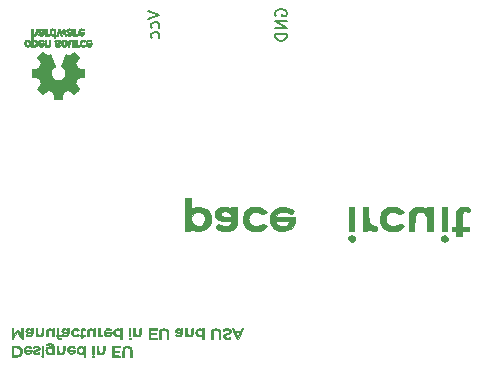
<source format=gbo>
%TF.GenerationSoftware,KiCad,Pcbnew,(5.1.7)-1*%
%TF.CreationDate,2021-09-09T12:13:45+02:00*%
%TF.ProjectId,SAW LNA Combo NOAA,53415720-4c4e-4412-9043-6f6d626f204e,rev?*%
%TF.SameCoordinates,Original*%
%TF.FileFunction,Legend,Bot*%
%TF.FilePolarity,Positive*%
%FSLAX46Y46*%
G04 Gerber Fmt 4.6, Leading zero omitted, Abs format (unit mm)*
G04 Created by KiCad (PCBNEW (5.1.7)-1) date 2021-09-09 12:13:45*
%MOMM*%
%LPD*%
G01*
G04 APERTURE LIST*
%ADD10C,0.010000*%
%ADD11C,0.150000*%
G04 APERTURE END LIST*
D10*
%TO.C,G\u002A\u002A\u002A*%
G36*
X119997877Y-83459227D02*
G01*
X120040745Y-83453359D01*
X120077050Y-83443218D01*
X120107892Y-83428495D01*
X120134368Y-83408884D01*
X120134409Y-83408847D01*
X120159229Y-83380496D01*
X120176561Y-83346652D01*
X120186620Y-83306891D01*
X120186916Y-83304878D01*
X120187939Y-83292977D01*
X120188890Y-83272776D01*
X120189746Y-83245472D01*
X120190482Y-83212261D01*
X120191073Y-83174339D01*
X120191495Y-83132901D01*
X120191723Y-83089144D01*
X120191756Y-83068682D01*
X120191850Y-82865719D01*
X120073159Y-82865719D01*
X120073159Y-82889458D01*
X120072705Y-82903003D01*
X120071546Y-82911598D01*
X120070640Y-82913196D01*
X120066288Y-82909949D01*
X120058170Y-82901731D01*
X120053736Y-82896813D01*
X120034207Y-82880593D01*
X120007762Y-82868868D01*
X119973796Y-82861437D01*
X119937989Y-82858320D01*
X119899125Y-82858327D01*
X119867098Y-82861784D01*
X119860706Y-82863094D01*
X119819337Y-82876792D01*
X119784059Y-82897341D01*
X119755380Y-82924230D01*
X119733808Y-82956950D01*
X119719853Y-82994989D01*
X119717300Y-83006954D01*
X119714691Y-83043641D01*
X119828654Y-83043641D01*
X119829259Y-83025812D01*
X119831693Y-83014093D01*
X119836887Y-83005139D01*
X119840523Y-83000959D01*
X119861727Y-82983875D01*
X119888310Y-82972997D01*
X119901782Y-82969998D01*
X119919683Y-82968273D01*
X119943490Y-82967958D01*
X119969740Y-82968901D01*
X119994973Y-82970952D01*
X120015726Y-82973961D01*
X120021243Y-82975199D01*
X120039884Y-82982959D01*
X120053800Y-82995993D01*
X120063516Y-83015292D01*
X120069556Y-83041846D01*
X120072225Y-83071586D01*
X120074484Y-83118498D01*
X119982428Y-83116464D01*
X119949493Y-83115626D01*
X119924490Y-83114657D01*
X119905853Y-83113395D01*
X119892020Y-83111678D01*
X119881427Y-83109344D01*
X119872509Y-83106231D01*
X119869009Y-83104708D01*
X119849034Y-83093969D01*
X119836761Y-83082262D01*
X119830526Y-83067069D01*
X119828664Y-83045868D01*
X119828654Y-83043641D01*
X119714691Y-83043641D01*
X119714497Y-83046361D01*
X119720104Y-83084135D01*
X119733500Y-83118976D01*
X119754065Y-83149587D01*
X119781178Y-83174666D01*
X119803928Y-83188336D01*
X119820763Y-83195935D01*
X119837373Y-83201782D01*
X119855337Y-83206092D01*
X119876235Y-83209081D01*
X119901647Y-83210967D01*
X119933153Y-83211966D01*
X119972332Y-83212294D01*
X119978853Y-83212299D01*
X120073159Y-83212299D01*
X120073054Y-83251467D01*
X120071576Y-83282082D01*
X120066648Y-83305640D01*
X120057253Y-83323048D01*
X120042376Y-83335215D01*
X120020998Y-83343049D01*
X119992106Y-83347461D01*
X119963836Y-83349105D01*
X119930553Y-83349464D01*
X119904814Y-83347774D01*
X119884809Y-83343630D01*
X119868732Y-83336626D01*
X119854772Y-83326358D01*
X119852319Y-83324108D01*
X119835227Y-83307987D01*
X119791585Y-83341281D01*
X119774234Y-83354726D01*
X119759911Y-83366215D01*
X119750180Y-83374471D01*
X119746620Y-83378118D01*
X119749089Y-83383436D01*
X119757315Y-83392629D01*
X119769370Y-83403988D01*
X119783330Y-83415809D01*
X119797267Y-83426384D01*
X119809256Y-83434005D01*
X119810319Y-83434562D01*
X119836001Y-83446017D01*
X119862168Y-83453895D01*
X119891321Y-83458682D01*
X119925959Y-83460862D01*
X119947345Y-83461127D01*
X119997877Y-83459227D01*
G37*
X119997877Y-83459227D02*
X120040745Y-83453359D01*
X120077050Y-83443218D01*
X120107892Y-83428495D01*
X120134368Y-83408884D01*
X120134409Y-83408847D01*
X120159229Y-83380496D01*
X120176561Y-83346652D01*
X120186620Y-83306891D01*
X120186916Y-83304878D01*
X120187939Y-83292977D01*
X120188890Y-83272776D01*
X120189746Y-83245472D01*
X120190482Y-83212261D01*
X120191073Y-83174339D01*
X120191495Y-83132901D01*
X120191723Y-83089144D01*
X120191756Y-83068682D01*
X120191850Y-82865719D01*
X120073159Y-82865719D01*
X120073159Y-82889458D01*
X120072705Y-82903003D01*
X120071546Y-82911598D01*
X120070640Y-82913196D01*
X120066288Y-82909949D01*
X120058170Y-82901731D01*
X120053736Y-82896813D01*
X120034207Y-82880593D01*
X120007762Y-82868868D01*
X119973796Y-82861437D01*
X119937989Y-82858320D01*
X119899125Y-82858327D01*
X119867098Y-82861784D01*
X119860706Y-82863094D01*
X119819337Y-82876792D01*
X119784059Y-82897341D01*
X119755380Y-82924230D01*
X119733808Y-82956950D01*
X119719853Y-82994989D01*
X119717300Y-83006954D01*
X119714691Y-83043641D01*
X119828654Y-83043641D01*
X119829259Y-83025812D01*
X119831693Y-83014093D01*
X119836887Y-83005139D01*
X119840523Y-83000959D01*
X119861727Y-82983875D01*
X119888310Y-82972997D01*
X119901782Y-82969998D01*
X119919683Y-82968273D01*
X119943490Y-82967958D01*
X119969740Y-82968901D01*
X119994973Y-82970952D01*
X120015726Y-82973961D01*
X120021243Y-82975199D01*
X120039884Y-82982959D01*
X120053800Y-82995993D01*
X120063516Y-83015292D01*
X120069556Y-83041846D01*
X120072225Y-83071586D01*
X120074484Y-83118498D01*
X119982428Y-83116464D01*
X119949493Y-83115626D01*
X119924490Y-83114657D01*
X119905853Y-83113395D01*
X119892020Y-83111678D01*
X119881427Y-83109344D01*
X119872509Y-83106231D01*
X119869009Y-83104708D01*
X119849034Y-83093969D01*
X119836761Y-83082262D01*
X119830526Y-83067069D01*
X119828664Y-83045868D01*
X119828654Y-83043641D01*
X119714691Y-83043641D01*
X119714497Y-83046361D01*
X119720104Y-83084135D01*
X119733500Y-83118976D01*
X119754065Y-83149587D01*
X119781178Y-83174666D01*
X119803928Y-83188336D01*
X119820763Y-83195935D01*
X119837373Y-83201782D01*
X119855337Y-83206092D01*
X119876235Y-83209081D01*
X119901647Y-83210967D01*
X119933153Y-83211966D01*
X119972332Y-83212294D01*
X119978853Y-83212299D01*
X120073159Y-83212299D01*
X120073054Y-83251467D01*
X120071576Y-83282082D01*
X120066648Y-83305640D01*
X120057253Y-83323048D01*
X120042376Y-83335215D01*
X120020998Y-83343049D01*
X119992106Y-83347461D01*
X119963836Y-83349105D01*
X119930553Y-83349464D01*
X119904814Y-83347774D01*
X119884809Y-83343630D01*
X119868732Y-83336626D01*
X119854772Y-83326358D01*
X119852319Y-83324108D01*
X119835227Y-83307987D01*
X119791585Y-83341281D01*
X119774234Y-83354726D01*
X119759911Y-83366215D01*
X119750180Y-83374471D01*
X119746620Y-83378118D01*
X119749089Y-83383436D01*
X119757315Y-83392629D01*
X119769370Y-83403988D01*
X119783330Y-83415809D01*
X119797267Y-83426384D01*
X119809256Y-83434005D01*
X119810319Y-83434562D01*
X119836001Y-83446017D01*
X119862168Y-83453895D01*
X119891321Y-83458682D01*
X119925959Y-83460862D01*
X119947345Y-83461127D01*
X119997877Y-83459227D01*
G36*
X121198355Y-82865719D02*
G01*
X121079663Y-82865719D01*
X121079663Y-82923327D01*
X121059484Y-82906792D01*
X121022247Y-82881901D01*
X120982143Y-82865457D01*
X120940334Y-82857741D01*
X120897980Y-82859034D01*
X120877887Y-82862914D01*
X120838736Y-82877200D01*
X120803868Y-82899049D01*
X120774509Y-82927340D01*
X120751882Y-82960949D01*
X120739964Y-82989292D01*
X120737235Y-82999374D01*
X120735060Y-83011598D01*
X120733347Y-83027253D01*
X120732005Y-83047623D01*
X120730943Y-83073996D01*
X120730071Y-83107658D01*
X120729512Y-83136915D01*
X120729242Y-83161452D01*
X120844188Y-83161452D01*
X120845155Y-83125362D01*
X120847959Y-83091396D01*
X120852587Y-83061805D01*
X120859023Y-83038834D01*
X120860546Y-83035189D01*
X120876622Y-83009958D01*
X120898671Y-82990615D01*
X120916520Y-82981628D01*
X120937791Y-82976955D01*
X120963485Y-82975916D01*
X120989683Y-82978300D01*
X121012466Y-82983892D01*
X121020317Y-82987272D01*
X121039360Y-83000268D01*
X121054336Y-83017865D01*
X121065548Y-83040948D01*
X121073299Y-83070399D01*
X121077891Y-83107100D01*
X121079630Y-83151934D01*
X121079663Y-83160075D01*
X121078176Y-83208116D01*
X121073471Y-83247744D01*
X121065183Y-83279603D01*
X121052945Y-83304338D01*
X121036392Y-83322591D01*
X121015158Y-83335008D01*
X120988877Y-83342232D01*
X120975217Y-83343969D01*
X120941205Y-83343171D01*
X120911076Y-83334690D01*
X120885872Y-83319082D01*
X120866637Y-83296901D01*
X120858981Y-83282105D01*
X120852455Y-83259994D01*
X120847824Y-83231016D01*
X120845073Y-83197420D01*
X120844188Y-83161452D01*
X120729242Y-83161452D01*
X120729011Y-83182345D01*
X120729148Y-83221981D01*
X120729903Y-83254849D01*
X120731257Y-83279975D01*
X120732718Y-83293588D01*
X120743631Y-83336825D01*
X120762159Y-83374649D01*
X120787769Y-83406519D01*
X120819924Y-83431891D01*
X120858090Y-83450224D01*
X120897224Y-83460272D01*
X120937455Y-83462254D01*
X120977642Y-83455370D01*
X121016112Y-83440110D01*
X121051196Y-83416962D01*
X121054450Y-83414235D01*
X121065805Y-83404923D01*
X121074144Y-83398831D01*
X121076857Y-83397458D01*
X121077544Y-83402017D01*
X121078170Y-83414938D01*
X121078713Y-83435090D01*
X121079154Y-83461340D01*
X121079470Y-83492555D01*
X121079639Y-83527602D01*
X121079663Y-83547009D01*
X121079663Y-83696561D01*
X121198355Y-83696561D01*
X121198355Y-82865719D01*
G37*
X121198355Y-82865719D02*
X121079663Y-82865719D01*
X121079663Y-82923327D01*
X121059484Y-82906792D01*
X121022247Y-82881901D01*
X120982143Y-82865457D01*
X120940334Y-82857741D01*
X120897980Y-82859034D01*
X120877887Y-82862914D01*
X120838736Y-82877200D01*
X120803868Y-82899049D01*
X120774509Y-82927340D01*
X120751882Y-82960949D01*
X120739964Y-82989292D01*
X120737235Y-82999374D01*
X120735060Y-83011598D01*
X120733347Y-83027253D01*
X120732005Y-83047623D01*
X120730943Y-83073996D01*
X120730071Y-83107658D01*
X120729512Y-83136915D01*
X120729242Y-83161452D01*
X120844188Y-83161452D01*
X120845155Y-83125362D01*
X120847959Y-83091396D01*
X120852587Y-83061805D01*
X120859023Y-83038834D01*
X120860546Y-83035189D01*
X120876622Y-83009958D01*
X120898671Y-82990615D01*
X120916520Y-82981628D01*
X120937791Y-82976955D01*
X120963485Y-82975916D01*
X120989683Y-82978300D01*
X121012466Y-82983892D01*
X121020317Y-82987272D01*
X121039360Y-83000268D01*
X121054336Y-83017865D01*
X121065548Y-83040948D01*
X121073299Y-83070399D01*
X121077891Y-83107100D01*
X121079630Y-83151934D01*
X121079663Y-83160075D01*
X121078176Y-83208116D01*
X121073471Y-83247744D01*
X121065183Y-83279603D01*
X121052945Y-83304338D01*
X121036392Y-83322591D01*
X121015158Y-83335008D01*
X120988877Y-83342232D01*
X120975217Y-83343969D01*
X120941205Y-83343171D01*
X120911076Y-83334690D01*
X120885872Y-83319082D01*
X120866637Y-83296901D01*
X120858981Y-83282105D01*
X120852455Y-83259994D01*
X120847824Y-83231016D01*
X120845073Y-83197420D01*
X120844188Y-83161452D01*
X120729242Y-83161452D01*
X120729011Y-83182345D01*
X120729148Y-83221981D01*
X120729903Y-83254849D01*
X120731257Y-83279975D01*
X120732718Y-83293588D01*
X120743631Y-83336825D01*
X120762159Y-83374649D01*
X120787769Y-83406519D01*
X120819924Y-83431891D01*
X120858090Y-83450224D01*
X120897224Y-83460272D01*
X120937455Y-83462254D01*
X120977642Y-83455370D01*
X121016112Y-83440110D01*
X121051196Y-83416962D01*
X121054450Y-83414235D01*
X121065805Y-83404923D01*
X121074144Y-83398831D01*
X121076857Y-83397458D01*
X121077544Y-83402017D01*
X121078170Y-83414938D01*
X121078713Y-83435090D01*
X121079154Y-83461340D01*
X121079470Y-83492555D01*
X121079639Y-83527602D01*
X121079663Y-83547009D01*
X121079663Y-83696561D01*
X121198355Y-83696561D01*
X121198355Y-82865719D01*
G36*
X122382519Y-83461239D02*
G01*
X122426957Y-83455422D01*
X122468214Y-83445080D01*
X122504018Y-83430276D01*
X122504827Y-83429847D01*
X122533351Y-83411038D01*
X122555557Y-83387623D01*
X122573561Y-83357336D01*
X122574697Y-83354945D01*
X122587046Y-83328617D01*
X122588405Y-83097168D01*
X122589763Y-82865719D01*
X122475476Y-82865719D01*
X122475476Y-82889458D01*
X122475049Y-82903003D01*
X122473957Y-82911598D01*
X122473102Y-82913196D01*
X122468721Y-82910115D01*
X122459912Y-82902169D01*
X122452000Y-82894467D01*
X122426849Y-82875841D01*
X122408084Y-82868041D01*
X122382913Y-82862588D01*
X122352146Y-82859236D01*
X122319473Y-82858116D01*
X122288588Y-82859357D01*
X122263739Y-82862960D01*
X122223546Y-82876140D01*
X122188290Y-82895771D01*
X122159081Y-82920980D01*
X122137029Y-82950898D01*
X122128262Y-82969274D01*
X122119861Y-83000054D01*
X122116645Y-83034062D01*
X122117691Y-83052422D01*
X122227115Y-83052422D01*
X122228006Y-83030430D01*
X122236730Y-83009485D01*
X122253014Y-82991235D01*
X122268492Y-82981089D01*
X122289679Y-82973631D01*
X122317022Y-82969095D01*
X122347644Y-82967479D01*
X122378666Y-82968781D01*
X122407210Y-82972998D01*
X122430399Y-82980129D01*
X122432747Y-82981210D01*
X122448501Y-82990898D01*
X122459589Y-83003364D01*
X122466750Y-83020286D01*
X122470723Y-83043343D01*
X122472184Y-83070800D01*
X122473102Y-83114972D01*
X122387644Y-83114972D01*
X122351072Y-83114790D01*
X122322588Y-83114094D01*
X122300789Y-83112660D01*
X122284273Y-83110264D01*
X122271638Y-83106681D01*
X122261480Y-83101687D01*
X122252398Y-83095057D01*
X122249927Y-83092939D01*
X122234330Y-83073808D01*
X122227115Y-83052422D01*
X122117691Y-83052422D01*
X122118578Y-83067977D01*
X122125625Y-83098474D01*
X122129733Y-83108682D01*
X122150894Y-83143598D01*
X122178437Y-83171554D01*
X122212003Y-83192275D01*
X122251234Y-83205491D01*
X122259143Y-83207103D01*
X122272816Y-83208736D01*
X122293939Y-83210158D01*
X122320466Y-83211284D01*
X122350351Y-83212026D01*
X122381550Y-83212299D01*
X122476770Y-83212299D01*
X122474391Y-83257784D01*
X122472188Y-83284409D01*
X122468154Y-83303721D01*
X122461293Y-83317863D01*
X122450605Y-83328982D01*
X122436999Y-83338111D01*
X122427647Y-83342545D01*
X122415968Y-83345597D01*
X122399845Y-83347599D01*
X122377165Y-83348885D01*
X122366154Y-83349262D01*
X122332405Y-83349500D01*
X122306196Y-83347637D01*
X122285724Y-83343273D01*
X122269188Y-83336005D01*
X122254785Y-83325433D01*
X122253326Y-83324117D01*
X122236089Y-83308320D01*
X122191988Y-83341990D01*
X122174700Y-83355412D01*
X122160593Y-83366788D01*
X122151160Y-83374886D01*
X122147887Y-83378428D01*
X122151472Y-83384625D01*
X122160903Y-83394517D01*
X122174197Y-83406427D01*
X122189371Y-83418679D01*
X122204440Y-83429596D01*
X122217421Y-83437502D01*
X122218327Y-83437963D01*
X122252802Y-83450891D01*
X122293171Y-83459038D01*
X122337167Y-83462465D01*
X122382519Y-83461239D01*
G37*
X122382519Y-83461239D02*
X122426957Y-83455422D01*
X122468214Y-83445080D01*
X122504018Y-83430276D01*
X122504827Y-83429847D01*
X122533351Y-83411038D01*
X122555557Y-83387623D01*
X122573561Y-83357336D01*
X122574697Y-83354945D01*
X122587046Y-83328617D01*
X122588405Y-83097168D01*
X122589763Y-82865719D01*
X122475476Y-82865719D01*
X122475476Y-82889458D01*
X122475049Y-82903003D01*
X122473957Y-82911598D01*
X122473102Y-82913196D01*
X122468721Y-82910115D01*
X122459912Y-82902169D01*
X122452000Y-82894467D01*
X122426849Y-82875841D01*
X122408084Y-82868041D01*
X122382913Y-82862588D01*
X122352146Y-82859236D01*
X122319473Y-82858116D01*
X122288588Y-82859357D01*
X122263739Y-82862960D01*
X122223546Y-82876140D01*
X122188290Y-82895771D01*
X122159081Y-82920980D01*
X122137029Y-82950898D01*
X122128262Y-82969274D01*
X122119861Y-83000054D01*
X122116645Y-83034062D01*
X122117691Y-83052422D01*
X122227115Y-83052422D01*
X122228006Y-83030430D01*
X122236730Y-83009485D01*
X122253014Y-82991235D01*
X122268492Y-82981089D01*
X122289679Y-82973631D01*
X122317022Y-82969095D01*
X122347644Y-82967479D01*
X122378666Y-82968781D01*
X122407210Y-82972998D01*
X122430399Y-82980129D01*
X122432747Y-82981210D01*
X122448501Y-82990898D01*
X122459589Y-83003364D01*
X122466750Y-83020286D01*
X122470723Y-83043343D01*
X122472184Y-83070800D01*
X122473102Y-83114972D01*
X122387644Y-83114972D01*
X122351072Y-83114790D01*
X122322588Y-83114094D01*
X122300789Y-83112660D01*
X122284273Y-83110264D01*
X122271638Y-83106681D01*
X122261480Y-83101687D01*
X122252398Y-83095057D01*
X122249927Y-83092939D01*
X122234330Y-83073808D01*
X122227115Y-83052422D01*
X122117691Y-83052422D01*
X122118578Y-83067977D01*
X122125625Y-83098474D01*
X122129733Y-83108682D01*
X122150894Y-83143598D01*
X122178437Y-83171554D01*
X122212003Y-83192275D01*
X122251234Y-83205491D01*
X122259143Y-83207103D01*
X122272816Y-83208736D01*
X122293939Y-83210158D01*
X122320466Y-83211284D01*
X122350351Y-83212026D01*
X122381550Y-83212299D01*
X122476770Y-83212299D01*
X122474391Y-83257784D01*
X122472188Y-83284409D01*
X122468154Y-83303721D01*
X122461293Y-83317863D01*
X122450605Y-83328982D01*
X122436999Y-83338111D01*
X122427647Y-83342545D01*
X122415968Y-83345597D01*
X122399845Y-83347599D01*
X122377165Y-83348885D01*
X122366154Y-83349262D01*
X122332405Y-83349500D01*
X122306196Y-83347637D01*
X122285724Y-83343273D01*
X122269188Y-83336005D01*
X122254785Y-83325433D01*
X122253326Y-83324117D01*
X122236089Y-83308320D01*
X122191988Y-83341990D01*
X122174700Y-83355412D01*
X122160593Y-83366788D01*
X122151160Y-83374886D01*
X122147887Y-83378428D01*
X122151472Y-83384625D01*
X122160903Y-83394517D01*
X122174197Y-83406427D01*
X122189371Y-83418679D01*
X122204440Y-83429596D01*
X122217421Y-83437502D01*
X122218327Y-83437963D01*
X122252802Y-83450891D01*
X122293171Y-83459038D01*
X122337167Y-83462465D01*
X122382519Y-83461239D01*
G36*
X123428420Y-83455698D02*
G01*
X123471679Y-83441310D01*
X123511193Y-83419569D01*
X123543100Y-83393188D01*
X123568204Y-83364165D01*
X123587399Y-83332854D01*
X123601158Y-83297849D01*
X123609960Y-83257740D01*
X123614278Y-83211121D01*
X123614916Y-83180680D01*
X123614916Y-83117346D01*
X123243290Y-83117346D01*
X123246455Y-83090422D01*
X123254953Y-83054392D01*
X123270789Y-83023714D01*
X123293039Y-82999053D01*
X123320781Y-82981076D01*
X123353093Y-82970448D01*
X123389053Y-82967835D01*
X123412518Y-82970486D01*
X123435305Y-82976387D01*
X123459088Y-82985446D01*
X123480877Y-82996275D01*
X123497677Y-83007487D01*
X123502894Y-83012378D01*
X123510891Y-83019695D01*
X123516291Y-83022392D01*
X123521529Y-83019485D01*
X123531896Y-83011785D01*
X123545584Y-83000823D01*
X123560788Y-82988133D01*
X123575705Y-82975246D01*
X123588527Y-82963695D01*
X123597450Y-82955011D01*
X123600673Y-82950778D01*
X123596921Y-82944362D01*
X123586898Y-82934450D01*
X123572451Y-82922472D01*
X123555427Y-82909856D01*
X123537674Y-82898033D01*
X123521038Y-82888431D01*
X123518276Y-82887035D01*
X123470448Y-82868674D01*
X123419465Y-82858704D01*
X123367046Y-82857366D01*
X123333680Y-82861128D01*
X123286451Y-82873224D01*
X123245300Y-82892594D01*
X123210207Y-82919261D01*
X123181151Y-82953243D01*
X123158112Y-82994563D01*
X123141069Y-83043240D01*
X123137412Y-83058000D01*
X123132552Y-83087786D01*
X123129679Y-83123677D01*
X123128800Y-83162493D01*
X123129922Y-83201052D01*
X123130924Y-83212299D01*
X123243384Y-83212299D01*
X123496224Y-83212299D01*
X123496224Y-83225680D01*
X123494856Y-83238169D01*
X123491386Y-83254662D01*
X123489149Y-83262885D01*
X123475346Y-83294983D01*
X123455308Y-83319991D01*
X123429425Y-83337625D01*
X123398086Y-83347598D01*
X123370666Y-83349877D01*
X123339918Y-83347343D01*
X123314982Y-83339222D01*
X123293299Y-83324407D01*
X123279670Y-83310588D01*
X123265580Y-83291859D01*
X123255816Y-83271499D01*
X123249030Y-83246325D01*
X123246571Y-83232476D01*
X123243384Y-83212299D01*
X123130924Y-83212299D01*
X123133051Y-83236172D01*
X123136994Y-83259608D01*
X123152000Y-83308983D01*
X123173667Y-83352352D01*
X123201524Y-83389244D01*
X123235098Y-83419188D01*
X123273917Y-83441713D01*
X123317510Y-83456348D01*
X123337729Y-83460116D01*
X123383181Y-83462158D01*
X123428420Y-83455698D01*
G37*
X123428420Y-83455698D02*
X123471679Y-83441310D01*
X123511193Y-83419569D01*
X123543100Y-83393188D01*
X123568204Y-83364165D01*
X123587399Y-83332854D01*
X123601158Y-83297849D01*
X123609960Y-83257740D01*
X123614278Y-83211121D01*
X123614916Y-83180680D01*
X123614916Y-83117346D01*
X123243290Y-83117346D01*
X123246455Y-83090422D01*
X123254953Y-83054392D01*
X123270789Y-83023714D01*
X123293039Y-82999053D01*
X123320781Y-82981076D01*
X123353093Y-82970448D01*
X123389053Y-82967835D01*
X123412518Y-82970486D01*
X123435305Y-82976387D01*
X123459088Y-82985446D01*
X123480877Y-82996275D01*
X123497677Y-83007487D01*
X123502894Y-83012378D01*
X123510891Y-83019695D01*
X123516291Y-83022392D01*
X123521529Y-83019485D01*
X123531896Y-83011785D01*
X123545584Y-83000823D01*
X123560788Y-82988133D01*
X123575705Y-82975246D01*
X123588527Y-82963695D01*
X123597450Y-82955011D01*
X123600673Y-82950778D01*
X123596921Y-82944362D01*
X123586898Y-82934450D01*
X123572451Y-82922472D01*
X123555427Y-82909856D01*
X123537674Y-82898033D01*
X123521038Y-82888431D01*
X123518276Y-82887035D01*
X123470448Y-82868674D01*
X123419465Y-82858704D01*
X123367046Y-82857366D01*
X123333680Y-82861128D01*
X123286451Y-82873224D01*
X123245300Y-82892594D01*
X123210207Y-82919261D01*
X123181151Y-82953243D01*
X123158112Y-82994563D01*
X123141069Y-83043240D01*
X123137412Y-83058000D01*
X123132552Y-83087786D01*
X123129679Y-83123677D01*
X123128800Y-83162493D01*
X123129922Y-83201052D01*
X123130924Y-83212299D01*
X123243384Y-83212299D01*
X123496224Y-83212299D01*
X123496224Y-83225680D01*
X123494856Y-83238169D01*
X123491386Y-83254662D01*
X123489149Y-83262885D01*
X123475346Y-83294983D01*
X123455308Y-83319991D01*
X123429425Y-83337625D01*
X123398086Y-83347598D01*
X123370666Y-83349877D01*
X123339918Y-83347343D01*
X123314982Y-83339222D01*
X123293299Y-83324407D01*
X123279670Y-83310588D01*
X123265580Y-83291859D01*
X123255816Y-83271499D01*
X123249030Y-83246325D01*
X123246571Y-83232476D01*
X123243384Y-83212299D01*
X123130924Y-83212299D01*
X123133051Y-83236172D01*
X123136994Y-83259608D01*
X123152000Y-83308983D01*
X123173667Y-83352352D01*
X123201524Y-83389244D01*
X123235098Y-83419188D01*
X123273917Y-83441713D01*
X123317510Y-83456348D01*
X123337729Y-83460116D01*
X123383181Y-83462158D01*
X123428420Y-83455698D01*
G36*
X119474235Y-84394837D02*
G01*
X119513908Y-84381932D01*
X119549207Y-84360839D01*
X119579458Y-84331897D01*
X119589034Y-84319549D01*
X119598700Y-84305444D01*
X119606383Y-84292233D01*
X119612338Y-84278572D01*
X119616816Y-84263117D01*
X119620071Y-84244522D01*
X119622356Y-84221445D01*
X119623925Y-84192540D01*
X119625030Y-84156464D01*
X119625688Y-84124900D01*
X119626288Y-84071632D01*
X119625776Y-84026734D01*
X119623924Y-83989124D01*
X119620506Y-83957717D01*
X119615295Y-83931429D01*
X119608063Y-83909178D01*
X119598584Y-83889880D01*
X119586629Y-83872451D01*
X119571973Y-83855807D01*
X119568561Y-83852340D01*
X119535814Y-83825746D01*
X119499314Y-83807836D01*
X119458709Y-83798454D01*
X119443875Y-83797177D01*
X119404518Y-83797981D01*
X119369182Y-83805323D01*
X119335603Y-83819969D01*
X119301515Y-83842684D01*
X119295729Y-83847225D01*
X119275551Y-83863364D01*
X119275310Y-83650589D01*
X119275203Y-83605767D01*
X119274994Y-83563254D01*
X119274696Y-83524123D01*
X119274322Y-83489447D01*
X119273885Y-83460300D01*
X119273397Y-83437755D01*
X119272873Y-83422885D01*
X119272493Y-83417635D01*
X119271601Y-83405372D01*
X119272383Y-83398215D01*
X119273167Y-83397458D01*
X119278300Y-83400306D01*
X119288038Y-83407632D01*
X119296016Y-83414235D01*
X119330728Y-83438253D01*
X119367958Y-83453928D01*
X119406555Y-83461611D01*
X119445373Y-83461653D01*
X119483261Y-83454405D01*
X119519070Y-83440219D01*
X119551653Y-83419447D01*
X119579860Y-83392439D01*
X119602541Y-83359547D01*
X119618549Y-83321122D01*
X119620255Y-83315085D01*
X119621911Y-83306726D01*
X119623283Y-83294674D01*
X119624395Y-83278146D01*
X119625268Y-83256356D01*
X119625924Y-83228520D01*
X119626384Y-83193855D01*
X119626671Y-83151577D01*
X119626806Y-83100900D01*
X119626822Y-83078177D01*
X119626878Y-82865719D01*
X119508575Y-82865719D01*
X119507194Y-83066689D01*
X119505813Y-83267658D01*
X119491444Y-83290891D01*
X119473111Y-83313312D01*
X119453839Y-83328491D01*
X119440295Y-83336138D01*
X119428234Y-83340484D01*
X119413964Y-83342426D01*
X119394619Y-83342860D01*
X119359643Y-83339534D01*
X119330989Y-83329403D01*
X119308128Y-83312237D01*
X119298906Y-83301221D01*
X119292994Y-83292779D01*
X119288096Y-83284628D01*
X119284105Y-83275803D01*
X119280915Y-83265342D01*
X119278419Y-83252281D01*
X119276513Y-83235658D01*
X119275090Y-83214508D01*
X119274044Y-83187868D01*
X119273269Y-83154776D01*
X119272659Y-83114267D01*
X119272108Y-83065380D01*
X119272020Y-83056813D01*
X119270052Y-82865719D01*
X119156859Y-82865719D01*
X119156859Y-84122688D01*
X119276185Y-84122688D01*
X119276460Y-84083972D01*
X119277270Y-84053343D01*
X119278268Y-84030421D01*
X119279668Y-84013414D01*
X119281687Y-84000534D01*
X119284538Y-83989991D01*
X119288436Y-83979994D01*
X119289130Y-83978418D01*
X119305565Y-83950742D01*
X119327614Y-83930016D01*
X119339644Y-83922595D01*
X119350184Y-83918543D01*
X119364575Y-83916384D01*
X119385083Y-83915863D01*
X119396978Y-83916096D01*
X119418724Y-83917053D01*
X119433827Y-83918866D01*
X119445137Y-83922176D01*
X119455503Y-83927623D01*
X119459417Y-83930141D01*
X119478068Y-83948029D01*
X119492712Y-83974005D01*
X119503219Y-84007492D01*
X119509461Y-84047911D01*
X119511308Y-84094683D01*
X119508632Y-84147229D01*
X119508417Y-84149568D01*
X119502843Y-84189226D01*
X119493950Y-84220651D01*
X119481139Y-84244708D01*
X119463808Y-84262262D01*
X119441359Y-84274177D01*
X119417563Y-84280563D01*
X119392521Y-84282703D01*
X119366878Y-84280717D01*
X119343954Y-84275104D01*
X119328050Y-84267115D01*
X119311180Y-84252507D01*
X119298061Y-84235751D01*
X119288348Y-84215619D01*
X119281694Y-84190882D01*
X119277756Y-84160315D01*
X119276185Y-84122688D01*
X119156859Y-84122688D01*
X119156859Y-84394467D01*
X119275551Y-84394467D01*
X119275551Y-84336337D01*
X119286233Y-84344151D01*
X119317999Y-84365988D01*
X119345734Y-84381557D01*
X119371684Y-84391710D01*
X119398096Y-84397305D01*
X119427215Y-84399196D01*
X119430862Y-84399215D01*
X119474235Y-84394837D01*
G37*
X119474235Y-84394837D02*
X119513908Y-84381932D01*
X119549207Y-84360839D01*
X119579458Y-84331897D01*
X119589034Y-84319549D01*
X119598700Y-84305444D01*
X119606383Y-84292233D01*
X119612338Y-84278572D01*
X119616816Y-84263117D01*
X119620071Y-84244522D01*
X119622356Y-84221445D01*
X119623925Y-84192540D01*
X119625030Y-84156464D01*
X119625688Y-84124900D01*
X119626288Y-84071632D01*
X119625776Y-84026734D01*
X119623924Y-83989124D01*
X119620506Y-83957717D01*
X119615295Y-83931429D01*
X119608063Y-83909178D01*
X119598584Y-83889880D01*
X119586629Y-83872451D01*
X119571973Y-83855807D01*
X119568561Y-83852340D01*
X119535814Y-83825746D01*
X119499314Y-83807836D01*
X119458709Y-83798454D01*
X119443875Y-83797177D01*
X119404518Y-83797981D01*
X119369182Y-83805323D01*
X119335603Y-83819969D01*
X119301515Y-83842684D01*
X119295729Y-83847225D01*
X119275551Y-83863364D01*
X119275310Y-83650589D01*
X119275203Y-83605767D01*
X119274994Y-83563254D01*
X119274696Y-83524123D01*
X119274322Y-83489447D01*
X119273885Y-83460300D01*
X119273397Y-83437755D01*
X119272873Y-83422885D01*
X119272493Y-83417635D01*
X119271601Y-83405372D01*
X119272383Y-83398215D01*
X119273167Y-83397458D01*
X119278300Y-83400306D01*
X119288038Y-83407632D01*
X119296016Y-83414235D01*
X119330728Y-83438253D01*
X119367958Y-83453928D01*
X119406555Y-83461611D01*
X119445373Y-83461653D01*
X119483261Y-83454405D01*
X119519070Y-83440219D01*
X119551653Y-83419447D01*
X119579860Y-83392439D01*
X119602541Y-83359547D01*
X119618549Y-83321122D01*
X119620255Y-83315085D01*
X119621911Y-83306726D01*
X119623283Y-83294674D01*
X119624395Y-83278146D01*
X119625268Y-83256356D01*
X119625924Y-83228520D01*
X119626384Y-83193855D01*
X119626671Y-83151577D01*
X119626806Y-83100900D01*
X119626822Y-83078177D01*
X119626878Y-82865719D01*
X119508575Y-82865719D01*
X119507194Y-83066689D01*
X119505813Y-83267658D01*
X119491444Y-83290891D01*
X119473111Y-83313312D01*
X119453839Y-83328491D01*
X119440295Y-83336138D01*
X119428234Y-83340484D01*
X119413964Y-83342426D01*
X119394619Y-83342860D01*
X119359643Y-83339534D01*
X119330989Y-83329403D01*
X119308128Y-83312237D01*
X119298906Y-83301221D01*
X119292994Y-83292779D01*
X119288096Y-83284628D01*
X119284105Y-83275803D01*
X119280915Y-83265342D01*
X119278419Y-83252281D01*
X119276513Y-83235658D01*
X119275090Y-83214508D01*
X119274044Y-83187868D01*
X119273269Y-83154776D01*
X119272659Y-83114267D01*
X119272108Y-83065380D01*
X119272020Y-83056813D01*
X119270052Y-82865719D01*
X119156859Y-82865719D01*
X119156859Y-84122688D01*
X119276185Y-84122688D01*
X119276460Y-84083972D01*
X119277270Y-84053343D01*
X119278268Y-84030421D01*
X119279668Y-84013414D01*
X119281687Y-84000534D01*
X119284538Y-83989991D01*
X119288436Y-83979994D01*
X119289130Y-83978418D01*
X119305565Y-83950742D01*
X119327614Y-83930016D01*
X119339644Y-83922595D01*
X119350184Y-83918543D01*
X119364575Y-83916384D01*
X119385083Y-83915863D01*
X119396978Y-83916096D01*
X119418724Y-83917053D01*
X119433827Y-83918866D01*
X119445137Y-83922176D01*
X119455503Y-83927623D01*
X119459417Y-83930141D01*
X119478068Y-83948029D01*
X119492712Y-83974005D01*
X119503219Y-84007492D01*
X119509461Y-84047911D01*
X119511308Y-84094683D01*
X119508632Y-84147229D01*
X119508417Y-84149568D01*
X119502843Y-84189226D01*
X119493950Y-84220651D01*
X119481139Y-84244708D01*
X119463808Y-84262262D01*
X119441359Y-84274177D01*
X119417563Y-84280563D01*
X119392521Y-84282703D01*
X119366878Y-84280717D01*
X119343954Y-84275104D01*
X119328050Y-84267115D01*
X119311180Y-84252507D01*
X119298061Y-84235751D01*
X119288348Y-84215619D01*
X119281694Y-84190882D01*
X119277756Y-84160315D01*
X119276185Y-84122688D01*
X119156859Y-84122688D01*
X119156859Y-84394467D01*
X119275551Y-84394467D01*
X119275551Y-84336337D01*
X119286233Y-84344151D01*
X119317999Y-84365988D01*
X119345734Y-84381557D01*
X119371684Y-84391710D01*
X119398096Y-84397305D01*
X119427215Y-84399196D01*
X119430862Y-84399215D01*
X119474235Y-84394837D01*
G36*
X120641529Y-83457655D02*
G01*
X120664157Y-83450723D01*
X120681147Y-83443123D01*
X120697003Y-83434465D01*
X120709647Y-83426074D01*
X120717001Y-83419278D01*
X120717964Y-83416360D01*
X120714519Y-83411260D01*
X120706166Y-83400398D01*
X120694098Y-83385286D01*
X120679509Y-83367439D01*
X120676978Y-83364379D01*
X120637489Y-83316723D01*
X120615258Y-83329791D01*
X120601652Y-83336903D01*
X120588842Y-83340866D01*
X120573078Y-83342519D01*
X120557420Y-83342750D01*
X120525669Y-83339956D01*
X120500023Y-83331252D01*
X120478578Y-83315827D01*
X120468414Y-83304832D01*
X120462153Y-83297000D01*
X120456958Y-83289446D01*
X120452720Y-83281227D01*
X120449329Y-83271400D01*
X120446676Y-83259021D01*
X120444651Y-83243145D01*
X120443146Y-83222830D01*
X120442050Y-83197131D01*
X120441255Y-83165104D01*
X120440650Y-83125807D01*
X120440127Y-83078295D01*
X120439940Y-83059187D01*
X120438065Y-82865719D01*
X120324785Y-82865719D01*
X120324785Y-83454430D01*
X120438729Y-83454430D01*
X120438729Y-83426735D01*
X120439169Y-83411361D01*
X120440309Y-83400165D01*
X120441501Y-83396268D01*
X120446096Y-83397752D01*
X120455071Y-83404478D01*
X120463290Y-83411949D01*
X120492362Y-83433931D01*
X120526923Y-83449918D01*
X120564772Y-83459484D01*
X120603708Y-83462205D01*
X120641529Y-83457655D01*
G37*
X120641529Y-83457655D02*
X120664157Y-83450723D01*
X120681147Y-83443123D01*
X120697003Y-83434465D01*
X120709647Y-83426074D01*
X120717001Y-83419278D01*
X120717964Y-83416360D01*
X120714519Y-83411260D01*
X120706166Y-83400398D01*
X120694098Y-83385286D01*
X120679509Y-83367439D01*
X120676978Y-83364379D01*
X120637489Y-83316723D01*
X120615258Y-83329791D01*
X120601652Y-83336903D01*
X120588842Y-83340866D01*
X120573078Y-83342519D01*
X120557420Y-83342750D01*
X120525669Y-83339956D01*
X120500023Y-83331252D01*
X120478578Y-83315827D01*
X120468414Y-83304832D01*
X120462153Y-83297000D01*
X120456958Y-83289446D01*
X120452720Y-83281227D01*
X120449329Y-83271400D01*
X120446676Y-83259021D01*
X120444651Y-83243145D01*
X120443146Y-83222830D01*
X120442050Y-83197131D01*
X120441255Y-83165104D01*
X120440650Y-83125807D01*
X120440127Y-83078295D01*
X120439940Y-83059187D01*
X120438065Y-82865719D01*
X120324785Y-82865719D01*
X120324785Y-83454430D01*
X120438729Y-83454430D01*
X120438729Y-83426735D01*
X120439169Y-83411361D01*
X120440309Y-83400165D01*
X120441501Y-83396268D01*
X120446096Y-83397752D01*
X120455071Y-83404478D01*
X120463290Y-83411949D01*
X120492362Y-83433931D01*
X120526923Y-83449918D01*
X120564772Y-83459484D01*
X120603708Y-83462205D01*
X120641529Y-83457655D01*
G36*
X122064511Y-83454087D02*
G01*
X122083894Y-83453124D01*
X122096283Y-83451637D01*
X122100411Y-83449820D01*
X122099011Y-83444680D01*
X122095014Y-83431445D01*
X122088718Y-83411065D01*
X122080427Y-83384487D01*
X122070439Y-83352660D01*
X122059057Y-83316532D01*
X122046580Y-83277050D01*
X122033311Y-83235164D01*
X122019549Y-83191821D01*
X122005596Y-83147969D01*
X121991752Y-83104556D01*
X121978319Y-83062532D01*
X121965597Y-83022843D01*
X121953887Y-82986437D01*
X121943489Y-82954264D01*
X121934706Y-82927271D01*
X121931209Y-82916605D01*
X121914366Y-82865417D01*
X121861683Y-82866755D01*
X121808999Y-82868093D01*
X121748290Y-83071739D01*
X121735680Y-83113917D01*
X121723852Y-83153247D01*
X121713089Y-83188805D01*
X121703675Y-83219665D01*
X121695892Y-83244901D01*
X121690024Y-83263588D01*
X121686355Y-83274800D01*
X121685210Y-83277755D01*
X121684535Y-83278620D01*
X121683913Y-83279083D01*
X121683081Y-83278314D01*
X121681773Y-83275486D01*
X121679726Y-83269768D01*
X121676676Y-83260331D01*
X121672359Y-83246346D01*
X121666510Y-83226985D01*
X121658866Y-83201417D01*
X121649163Y-83168814D01*
X121637136Y-83128347D01*
X121630338Y-83105476D01*
X121618607Y-83066035D01*
X121607216Y-83027780D01*
X121596577Y-82992091D01*
X121587103Y-82960350D01*
X121579206Y-82933939D01*
X121573299Y-82914240D01*
X121570478Y-82904888D01*
X121558603Y-82865719D01*
X121506946Y-82865719D01*
X121485817Y-82866027D01*
X121468462Y-82866861D01*
X121456912Y-82868085D01*
X121453202Y-82869280D01*
X121451488Y-82874206D01*
X121447174Y-82887302D01*
X121440542Y-82907689D01*
X121431873Y-82934489D01*
X121421450Y-82966824D01*
X121409553Y-83003816D01*
X121396465Y-83044587D01*
X121382465Y-83088258D01*
X121367836Y-83133951D01*
X121352860Y-83180789D01*
X121337817Y-83227892D01*
X121322990Y-83274383D01*
X121308658Y-83319383D01*
X121295105Y-83362015D01*
X121282612Y-83401399D01*
X121277471Y-83417635D01*
X121265831Y-83454430D01*
X121328233Y-83454393D01*
X121390635Y-83454357D01*
X121444812Y-83253805D01*
X121456254Y-83211593D01*
X121467038Y-83172081D01*
X121476895Y-83136240D01*
X121485553Y-83105043D01*
X121492741Y-83079464D01*
X121498188Y-83060474D01*
X121501623Y-83049047D01*
X121502652Y-83046131D01*
X121506045Y-83041389D01*
X121508695Y-83045453D01*
X121508949Y-83046131D01*
X121511214Y-83052813D01*
X121515933Y-83067158D01*
X121522749Y-83088059D01*
X121531307Y-83114407D01*
X121541248Y-83145097D01*
X121552217Y-83179019D01*
X121563855Y-83215067D01*
X121575807Y-83252133D01*
X121587716Y-83289109D01*
X121599224Y-83324889D01*
X121609974Y-83358365D01*
X121619611Y-83388428D01*
X121627777Y-83413973D01*
X121634115Y-83433891D01*
X121638268Y-83447075D01*
X121639879Y-83452417D01*
X121639887Y-83452471D01*
X121644287Y-83453322D01*
X121656091Y-83453986D01*
X121673210Y-83454369D01*
X121683803Y-83454426D01*
X121727719Y-83454422D01*
X121794187Y-83247987D01*
X121807843Y-83205745D01*
X121820668Y-83166406D01*
X121832362Y-83130868D01*
X121842624Y-83100027D01*
X121851154Y-83074779D01*
X121857653Y-83056022D01*
X121861819Y-83044653D01*
X121863303Y-83041467D01*
X121865055Y-83045881D01*
X121869016Y-83058550D01*
X121874926Y-83078559D01*
X121882524Y-83104995D01*
X121891549Y-83136944D01*
X121901741Y-83173492D01*
X121912839Y-83213725D01*
X121922183Y-83247906D01*
X121978414Y-83454430D01*
X122039413Y-83454430D01*
X122064511Y-83454087D01*
G37*
X122064511Y-83454087D02*
X122083894Y-83453124D01*
X122096283Y-83451637D01*
X122100411Y-83449820D01*
X122099011Y-83444680D01*
X122095014Y-83431445D01*
X122088718Y-83411065D01*
X122080427Y-83384487D01*
X122070439Y-83352660D01*
X122059057Y-83316532D01*
X122046580Y-83277050D01*
X122033311Y-83235164D01*
X122019549Y-83191821D01*
X122005596Y-83147969D01*
X121991752Y-83104556D01*
X121978319Y-83062532D01*
X121965597Y-83022843D01*
X121953887Y-82986437D01*
X121943489Y-82954264D01*
X121934706Y-82927271D01*
X121931209Y-82916605D01*
X121914366Y-82865417D01*
X121861683Y-82866755D01*
X121808999Y-82868093D01*
X121748290Y-83071739D01*
X121735680Y-83113917D01*
X121723852Y-83153247D01*
X121713089Y-83188805D01*
X121703675Y-83219665D01*
X121695892Y-83244901D01*
X121690024Y-83263588D01*
X121686355Y-83274800D01*
X121685210Y-83277755D01*
X121684535Y-83278620D01*
X121683913Y-83279083D01*
X121683081Y-83278314D01*
X121681773Y-83275486D01*
X121679726Y-83269768D01*
X121676676Y-83260331D01*
X121672359Y-83246346D01*
X121666510Y-83226985D01*
X121658866Y-83201417D01*
X121649163Y-83168814D01*
X121637136Y-83128347D01*
X121630338Y-83105476D01*
X121618607Y-83066035D01*
X121607216Y-83027780D01*
X121596577Y-82992091D01*
X121587103Y-82960350D01*
X121579206Y-82933939D01*
X121573299Y-82914240D01*
X121570478Y-82904888D01*
X121558603Y-82865719D01*
X121506946Y-82865719D01*
X121485817Y-82866027D01*
X121468462Y-82866861D01*
X121456912Y-82868085D01*
X121453202Y-82869280D01*
X121451488Y-82874206D01*
X121447174Y-82887302D01*
X121440542Y-82907689D01*
X121431873Y-82934489D01*
X121421450Y-82966824D01*
X121409553Y-83003816D01*
X121396465Y-83044587D01*
X121382465Y-83088258D01*
X121367836Y-83133951D01*
X121352860Y-83180789D01*
X121337817Y-83227892D01*
X121322990Y-83274383D01*
X121308658Y-83319383D01*
X121295105Y-83362015D01*
X121282612Y-83401399D01*
X121277471Y-83417635D01*
X121265831Y-83454430D01*
X121328233Y-83454393D01*
X121390635Y-83454357D01*
X121444812Y-83253805D01*
X121456254Y-83211593D01*
X121467038Y-83172081D01*
X121476895Y-83136240D01*
X121485553Y-83105043D01*
X121492741Y-83079464D01*
X121498188Y-83060474D01*
X121501623Y-83049047D01*
X121502652Y-83046131D01*
X121506045Y-83041389D01*
X121508695Y-83045453D01*
X121508949Y-83046131D01*
X121511214Y-83052813D01*
X121515933Y-83067158D01*
X121522749Y-83088059D01*
X121531307Y-83114407D01*
X121541248Y-83145097D01*
X121552217Y-83179019D01*
X121563855Y-83215067D01*
X121575807Y-83252133D01*
X121587716Y-83289109D01*
X121599224Y-83324889D01*
X121609974Y-83358365D01*
X121619611Y-83388428D01*
X121627777Y-83413973D01*
X121634115Y-83433891D01*
X121638268Y-83447075D01*
X121639879Y-83452417D01*
X121639887Y-83452471D01*
X121644287Y-83453322D01*
X121656091Y-83453986D01*
X121673210Y-83454369D01*
X121683803Y-83454426D01*
X121727719Y-83454422D01*
X121794187Y-83247987D01*
X121807843Y-83205745D01*
X121820668Y-83166406D01*
X121832362Y-83130868D01*
X121842624Y-83100027D01*
X121851154Y-83074779D01*
X121857653Y-83056022D01*
X121861819Y-83044653D01*
X121863303Y-83041467D01*
X121865055Y-83045881D01*
X121869016Y-83058550D01*
X121874926Y-83078559D01*
X121882524Y-83104995D01*
X121891549Y-83136944D01*
X121901741Y-83173492D01*
X121912839Y-83213725D01*
X121922183Y-83247906D01*
X121978414Y-83454430D01*
X122039413Y-83454430D01*
X122064511Y-83454087D01*
G36*
X123053978Y-83454291D02*
G01*
X123082604Y-83442708D01*
X123100243Y-83433639D01*
X123111612Y-83426639D01*
X123116789Y-83419996D01*
X123115851Y-83411995D01*
X123108877Y-83400922D01*
X123095944Y-83385064D01*
X123085773Y-83373033D01*
X123070752Y-83355250D01*
X123057567Y-83339707D01*
X123047644Y-83328083D01*
X123042423Y-83322070D01*
X123037081Y-83318450D01*
X123030119Y-83320372D01*
X123023050Y-83324905D01*
X122994784Y-83339128D01*
X122964287Y-83344897D01*
X122933420Y-83342325D01*
X122904046Y-83331526D01*
X122881987Y-83316271D01*
X122873046Y-83308296D01*
X122865608Y-83300903D01*
X122859527Y-83293167D01*
X122854660Y-83284164D01*
X122850860Y-83272967D01*
X122847982Y-83258652D01*
X122845881Y-83240293D01*
X122844412Y-83216966D01*
X122843429Y-83187744D01*
X122842787Y-83151704D01*
X122842341Y-83107919D01*
X122841990Y-83061561D01*
X122840560Y-82865719D01*
X122722355Y-82865719D01*
X122722355Y-83454430D01*
X122841046Y-83454430D01*
X122841046Y-83391903D01*
X122863598Y-83411962D01*
X122897175Y-83435923D01*
X122934652Y-83452368D01*
X122974378Y-83461066D01*
X123014703Y-83461784D01*
X123053978Y-83454291D01*
G37*
X123053978Y-83454291D02*
X123082604Y-83442708D01*
X123100243Y-83433639D01*
X123111612Y-83426639D01*
X123116789Y-83419996D01*
X123115851Y-83411995D01*
X123108877Y-83400922D01*
X123095944Y-83385064D01*
X123085773Y-83373033D01*
X123070752Y-83355250D01*
X123057567Y-83339707D01*
X123047644Y-83328083D01*
X123042423Y-83322070D01*
X123037081Y-83318450D01*
X123030119Y-83320372D01*
X123023050Y-83324905D01*
X122994784Y-83339128D01*
X122964287Y-83344897D01*
X122933420Y-83342325D01*
X122904046Y-83331526D01*
X122881987Y-83316271D01*
X122873046Y-83308296D01*
X122865608Y-83300903D01*
X122859527Y-83293167D01*
X122854660Y-83284164D01*
X122850860Y-83272967D01*
X122847982Y-83258652D01*
X122845881Y-83240293D01*
X122844412Y-83216966D01*
X122843429Y-83187744D01*
X122842787Y-83151704D01*
X122842341Y-83107919D01*
X122841990Y-83061561D01*
X122840560Y-82865719D01*
X122722355Y-82865719D01*
X122722355Y-83454430D01*
X122841046Y-83454430D01*
X122841046Y-83391903D01*
X122863598Y-83411962D01*
X122897175Y-83435923D01*
X122934652Y-83452368D01*
X122974378Y-83461066D01*
X123014703Y-83461784D01*
X123053978Y-83454291D01*
G36*
X118854184Y-84396273D02*
G01*
X118894314Y-84387025D01*
X118930143Y-84370721D01*
X118963329Y-84346668D01*
X118985890Y-84324833D01*
X119005569Y-84301789D01*
X119020886Y-84278510D01*
X119032415Y-84253294D01*
X119040726Y-84224434D01*
X119046392Y-84190227D01*
X119049985Y-84148967D01*
X119050930Y-84130972D01*
X119051622Y-84086685D01*
X119049831Y-84043545D01*
X119045764Y-84003645D01*
X119039631Y-83969079D01*
X119032358Y-83943835D01*
X119012613Y-83903901D01*
X118985273Y-83868828D01*
X118951385Y-83839541D01*
X118911995Y-83816965D01*
X118873456Y-83803343D01*
X118847457Y-83798860D01*
X118816333Y-83796921D01*
X118784041Y-83797516D01*
X118754538Y-83800632D01*
X118739598Y-83803765D01*
X118700635Y-83818550D01*
X118663972Y-83840631D01*
X118631600Y-83868430D01*
X118605507Y-83900368D01*
X118594754Y-83918728D01*
X118585296Y-83939395D01*
X118578099Y-83960392D01*
X118572891Y-83983422D01*
X118569405Y-84010192D01*
X118567370Y-84042407D01*
X118566689Y-84073809D01*
X118682713Y-84073809D01*
X118685130Y-84034389D01*
X118690771Y-84002177D01*
X118699959Y-83976209D01*
X118713018Y-83955519D01*
X118730271Y-83939143D01*
X118747916Y-83928184D01*
X118778398Y-83917398D01*
X118811655Y-83914320D01*
X118844862Y-83918988D01*
X118865782Y-83926519D01*
X118890891Y-83943232D01*
X118911389Y-83967115D01*
X118925166Y-83994851D01*
X118927849Y-84007412D01*
X118929754Y-84028022D01*
X118930909Y-84057138D01*
X118931341Y-84095216D01*
X118931345Y-84100112D01*
X118931274Y-84131447D01*
X118930946Y-84154964D01*
X118930194Y-84172343D01*
X118928848Y-84185259D01*
X118926740Y-84195391D01*
X118923702Y-84204416D01*
X118919990Y-84213075D01*
X118902493Y-84241028D01*
X118878733Y-84262159D01*
X118849503Y-84276002D01*
X118815593Y-84282089D01*
X118802494Y-84282295D01*
X118777193Y-84278521D01*
X118751708Y-84269375D01*
X118729300Y-84256348D01*
X118713779Y-84241673D01*
X118703205Y-84226452D01*
X118695487Y-84211362D01*
X118690111Y-84194377D01*
X118686562Y-84173473D01*
X118684324Y-84146624D01*
X118683198Y-84121403D01*
X118682713Y-84073809D01*
X118566689Y-84073809D01*
X118566516Y-84081773D01*
X118566446Y-84097738D01*
X118567359Y-84148001D01*
X118570493Y-84190294D01*
X118576274Y-84225972D01*
X118585127Y-84256391D01*
X118597478Y-84282904D01*
X118613755Y-84306868D01*
X118634381Y-84329635D01*
X118641504Y-84336457D01*
X118674296Y-84362935D01*
X118708249Y-84381628D01*
X118745326Y-84393275D01*
X118787494Y-84398616D01*
X118808096Y-84399158D01*
X118854184Y-84396273D01*
G37*
X118854184Y-84396273D02*
X118894314Y-84387025D01*
X118930143Y-84370721D01*
X118963329Y-84346668D01*
X118985890Y-84324833D01*
X119005569Y-84301789D01*
X119020886Y-84278510D01*
X119032415Y-84253294D01*
X119040726Y-84224434D01*
X119046392Y-84190227D01*
X119049985Y-84148967D01*
X119050930Y-84130972D01*
X119051622Y-84086685D01*
X119049831Y-84043545D01*
X119045764Y-84003645D01*
X119039631Y-83969079D01*
X119032358Y-83943835D01*
X119012613Y-83903901D01*
X118985273Y-83868828D01*
X118951385Y-83839541D01*
X118911995Y-83816965D01*
X118873456Y-83803343D01*
X118847457Y-83798860D01*
X118816333Y-83796921D01*
X118784041Y-83797516D01*
X118754538Y-83800632D01*
X118739598Y-83803765D01*
X118700635Y-83818550D01*
X118663972Y-83840631D01*
X118631600Y-83868430D01*
X118605507Y-83900368D01*
X118594754Y-83918728D01*
X118585296Y-83939395D01*
X118578099Y-83960392D01*
X118572891Y-83983422D01*
X118569405Y-84010192D01*
X118567370Y-84042407D01*
X118566689Y-84073809D01*
X118682713Y-84073809D01*
X118685130Y-84034389D01*
X118690771Y-84002177D01*
X118699959Y-83976209D01*
X118713018Y-83955519D01*
X118730271Y-83939143D01*
X118747916Y-83928184D01*
X118778398Y-83917398D01*
X118811655Y-83914320D01*
X118844862Y-83918988D01*
X118865782Y-83926519D01*
X118890891Y-83943232D01*
X118911389Y-83967115D01*
X118925166Y-83994851D01*
X118927849Y-84007412D01*
X118929754Y-84028022D01*
X118930909Y-84057138D01*
X118931341Y-84095216D01*
X118931345Y-84100112D01*
X118931274Y-84131447D01*
X118930946Y-84154964D01*
X118930194Y-84172343D01*
X118928848Y-84185259D01*
X118926740Y-84195391D01*
X118923702Y-84204416D01*
X118919990Y-84213075D01*
X118902493Y-84241028D01*
X118878733Y-84262159D01*
X118849503Y-84276002D01*
X118815593Y-84282089D01*
X118802494Y-84282295D01*
X118777193Y-84278521D01*
X118751708Y-84269375D01*
X118729300Y-84256348D01*
X118713779Y-84241673D01*
X118703205Y-84226452D01*
X118695487Y-84211362D01*
X118690111Y-84194377D01*
X118686562Y-84173473D01*
X118684324Y-84146624D01*
X118683198Y-84121403D01*
X118682713Y-84073809D01*
X118566689Y-84073809D01*
X118566516Y-84081773D01*
X118566446Y-84097738D01*
X118567359Y-84148001D01*
X118570493Y-84190294D01*
X118576274Y-84225972D01*
X118585127Y-84256391D01*
X118597478Y-84282904D01*
X118613755Y-84306868D01*
X118634381Y-84329635D01*
X118641504Y-84336457D01*
X118674296Y-84362935D01*
X118708249Y-84381628D01*
X118745326Y-84393275D01*
X118787494Y-84398616D01*
X118808096Y-84399158D01*
X118854184Y-84396273D01*
G36*
X119987175Y-84398339D02*
G01*
X120002449Y-84396250D01*
X120018350Y-84392156D01*
X120032372Y-84387641D01*
X120076382Y-84369020D01*
X120112966Y-84344948D01*
X120142876Y-84314804D01*
X120166862Y-84277962D01*
X120168591Y-84274621D01*
X120179200Y-84251681D01*
X120186878Y-84229396D01*
X120192036Y-84205545D01*
X120195084Y-84177902D01*
X120196432Y-84144245D01*
X120196598Y-84122853D01*
X120196598Y-84052635D01*
X119829709Y-84052635D01*
X119832261Y-84024489D01*
X119839624Y-83990760D01*
X119854501Y-83961759D01*
X119875840Y-83938123D01*
X119902587Y-83920490D01*
X119933686Y-83909498D01*
X119968085Y-83905783D01*
X120004729Y-83909984D01*
X120016512Y-83913032D01*
X120055044Y-83928542D01*
X120086561Y-83950347D01*
X120088157Y-83951791D01*
X120100782Y-83963380D01*
X120144539Y-83926165D01*
X120188296Y-83888949D01*
X120163362Y-83866617D01*
X120132337Y-83843083D01*
X120096550Y-83822850D01*
X120059847Y-83807952D01*
X120044183Y-83803561D01*
X120018925Y-83799474D01*
X119988390Y-83797326D01*
X119956137Y-83797130D01*
X119925723Y-83798896D01*
X119900707Y-83802636D01*
X119898787Y-83803083D01*
X119854459Y-83818402D01*
X119815164Y-83841377D01*
X119781695Y-83871402D01*
X119754846Y-83907866D01*
X119749348Y-83917751D01*
X119737042Y-83943342D01*
X119727943Y-83967929D01*
X119721517Y-83993882D01*
X119717235Y-84023575D01*
X119714565Y-84059380D01*
X119713812Y-84076374D01*
X119714435Y-84139710D01*
X119715996Y-84152336D01*
X119829699Y-84152336D01*
X120082416Y-84152336D01*
X120079672Y-84167766D01*
X120069484Y-84207419D01*
X120054358Y-84239049D01*
X120034120Y-84262844D01*
X120008595Y-84278997D01*
X119977609Y-84287696D01*
X119968826Y-84288744D01*
X119933485Y-84287744D01*
X119901909Y-84278560D01*
X119875040Y-84261954D01*
X119853820Y-84238686D01*
X119839191Y-84209521D01*
X119832383Y-84178342D01*
X119829699Y-84152336D01*
X119715996Y-84152336D01*
X119721407Y-84196081D01*
X119734779Y-84245623D01*
X119754599Y-84288475D01*
X119780916Y-84324774D01*
X119812319Y-84353568D01*
X119840310Y-84372314D01*
X119867721Y-84385220D01*
X119897485Y-84393270D01*
X119932535Y-84397450D01*
X119945056Y-84398118D01*
X119969165Y-84398827D01*
X119987175Y-84398339D01*
G37*
X119987175Y-84398339D02*
X120002449Y-84396250D01*
X120018350Y-84392156D01*
X120032372Y-84387641D01*
X120076382Y-84369020D01*
X120112966Y-84344948D01*
X120142876Y-84314804D01*
X120166862Y-84277962D01*
X120168591Y-84274621D01*
X120179200Y-84251681D01*
X120186878Y-84229396D01*
X120192036Y-84205545D01*
X120195084Y-84177902D01*
X120196432Y-84144245D01*
X120196598Y-84122853D01*
X120196598Y-84052635D01*
X119829709Y-84052635D01*
X119832261Y-84024489D01*
X119839624Y-83990760D01*
X119854501Y-83961759D01*
X119875840Y-83938123D01*
X119902587Y-83920490D01*
X119933686Y-83909498D01*
X119968085Y-83905783D01*
X120004729Y-83909984D01*
X120016512Y-83913032D01*
X120055044Y-83928542D01*
X120086561Y-83950347D01*
X120088157Y-83951791D01*
X120100782Y-83963380D01*
X120144539Y-83926165D01*
X120188296Y-83888949D01*
X120163362Y-83866617D01*
X120132337Y-83843083D01*
X120096550Y-83822850D01*
X120059847Y-83807952D01*
X120044183Y-83803561D01*
X120018925Y-83799474D01*
X119988390Y-83797326D01*
X119956137Y-83797130D01*
X119925723Y-83798896D01*
X119900707Y-83802636D01*
X119898787Y-83803083D01*
X119854459Y-83818402D01*
X119815164Y-83841377D01*
X119781695Y-83871402D01*
X119754846Y-83907866D01*
X119749348Y-83917751D01*
X119737042Y-83943342D01*
X119727943Y-83967929D01*
X119721517Y-83993882D01*
X119717235Y-84023575D01*
X119714565Y-84059380D01*
X119713812Y-84076374D01*
X119714435Y-84139710D01*
X119715996Y-84152336D01*
X119829699Y-84152336D01*
X120082416Y-84152336D01*
X120079672Y-84167766D01*
X120069484Y-84207419D01*
X120054358Y-84239049D01*
X120034120Y-84262844D01*
X120008595Y-84278997D01*
X119977609Y-84287696D01*
X119968826Y-84288744D01*
X119933485Y-84287744D01*
X119901909Y-84278560D01*
X119875040Y-84261954D01*
X119853820Y-84238686D01*
X119839191Y-84209521D01*
X119832383Y-84178342D01*
X119829699Y-84152336D01*
X119715996Y-84152336D01*
X119721407Y-84196081D01*
X119734779Y-84245623D01*
X119754599Y-84288475D01*
X119780916Y-84324774D01*
X119812319Y-84353568D01*
X119840310Y-84372314D01*
X119867721Y-84385220D01*
X119897485Y-84393270D01*
X119932535Y-84397450D01*
X119945056Y-84398118D01*
X119969165Y-84398827D01*
X119987175Y-84398339D01*
G36*
X121410072Y-84397062D02*
G01*
X121439649Y-84393523D01*
X121447471Y-84392039D01*
X121478432Y-84383153D01*
X121512305Y-84369627D01*
X121545033Y-84353270D01*
X121571073Y-84336966D01*
X121591963Y-84321964D01*
X121556257Y-84279879D01*
X121542104Y-84263359D01*
X121530303Y-84249885D01*
X121522123Y-84240889D01*
X121518864Y-84237794D01*
X121514206Y-84239891D01*
X121503267Y-84245475D01*
X121488103Y-84253489D01*
X121482315Y-84256599D01*
X121442185Y-84275095D01*
X121403760Y-84285833D01*
X121364332Y-84289468D01*
X121347646Y-84289077D01*
X121318398Y-84285842D01*
X121296231Y-84279074D01*
X121279114Y-84267915D01*
X121267692Y-84255250D01*
X121258834Y-84236197D01*
X121257718Y-84215357D01*
X121264191Y-84195768D01*
X121271163Y-84186385D01*
X121280093Y-84178558D01*
X121291018Y-84172406D01*
X121305385Y-84167571D01*
X121324641Y-84163694D01*
X121350234Y-84160417D01*
X121383609Y-84157383D01*
X121390635Y-84156829D01*
X121425413Y-84153883D01*
X121452512Y-84150889D01*
X121473741Y-84147491D01*
X121490911Y-84143332D01*
X121505833Y-84138056D01*
X121520318Y-84131306D01*
X121520363Y-84131282D01*
X121551074Y-84110452D01*
X121575188Y-84082892D01*
X121592509Y-84048890D01*
X121602195Y-84012623D01*
X121604928Y-83972010D01*
X121598880Y-83934154D01*
X121584516Y-83899647D01*
X121562302Y-83869082D01*
X121532701Y-83843052D01*
X121496179Y-83822150D01*
X121453201Y-83806967D01*
X121438112Y-83803404D01*
X121410080Y-83799322D01*
X121376835Y-83797250D01*
X121341982Y-83797192D01*
X121309126Y-83799153D01*
X121281873Y-83803135D01*
X121281439Y-83803229D01*
X121235973Y-83816804D01*
X121190257Y-83837102D01*
X121147758Y-83862396D01*
X121120018Y-83883660D01*
X121101028Y-83900092D01*
X121141105Y-83940583D01*
X121181183Y-83981074D01*
X121200451Y-83965418D01*
X121234985Y-83940694D01*
X121269399Y-83923502D01*
X121306155Y-83912992D01*
X121347715Y-83908313D01*
X121367024Y-83907882D01*
X121391104Y-83908088D01*
X121408241Y-83909025D01*
X121420980Y-83911094D01*
X121431870Y-83914694D01*
X121442496Y-83919730D01*
X121464790Y-83934200D01*
X121478863Y-83951047D01*
X121485955Y-83971834D01*
X121486458Y-83975124D01*
X121485412Y-83997761D01*
X121476383Y-84016584D01*
X121460204Y-84030046D01*
X121455771Y-84032133D01*
X121444893Y-84035149D01*
X121426749Y-84038524D01*
X121403545Y-84041915D01*
X121377485Y-84044976D01*
X121367068Y-84046002D01*
X121330243Y-84049676D01*
X121301140Y-84053280D01*
X121277996Y-84057198D01*
X121259048Y-84061812D01*
X121242532Y-84067505D01*
X121226686Y-84074660D01*
X121220545Y-84077803D01*
X121189451Y-84098907D01*
X121166013Y-84125578D01*
X121150201Y-84157871D01*
X121141983Y-84195838D01*
X121140686Y-84221378D01*
X121144904Y-84262850D01*
X121157192Y-84299438D01*
X121177316Y-84330868D01*
X121205045Y-84356863D01*
X121240144Y-84377149D01*
X121282382Y-84391449D01*
X121284909Y-84392057D01*
X121310571Y-84396183D01*
X121342204Y-84398393D01*
X121376481Y-84398685D01*
X121410072Y-84397062D01*
G37*
X121410072Y-84397062D02*
X121439649Y-84393523D01*
X121447471Y-84392039D01*
X121478432Y-84383153D01*
X121512305Y-84369627D01*
X121545033Y-84353270D01*
X121571073Y-84336966D01*
X121591963Y-84321964D01*
X121556257Y-84279879D01*
X121542104Y-84263359D01*
X121530303Y-84249885D01*
X121522123Y-84240889D01*
X121518864Y-84237794D01*
X121514206Y-84239891D01*
X121503267Y-84245475D01*
X121488103Y-84253489D01*
X121482315Y-84256599D01*
X121442185Y-84275095D01*
X121403760Y-84285833D01*
X121364332Y-84289468D01*
X121347646Y-84289077D01*
X121318398Y-84285842D01*
X121296231Y-84279074D01*
X121279114Y-84267915D01*
X121267692Y-84255250D01*
X121258834Y-84236197D01*
X121257718Y-84215357D01*
X121264191Y-84195768D01*
X121271163Y-84186385D01*
X121280093Y-84178558D01*
X121291018Y-84172406D01*
X121305385Y-84167571D01*
X121324641Y-84163694D01*
X121350234Y-84160417D01*
X121383609Y-84157383D01*
X121390635Y-84156829D01*
X121425413Y-84153883D01*
X121452512Y-84150889D01*
X121473741Y-84147491D01*
X121490911Y-84143332D01*
X121505833Y-84138056D01*
X121520318Y-84131306D01*
X121520363Y-84131282D01*
X121551074Y-84110452D01*
X121575188Y-84082892D01*
X121592509Y-84048890D01*
X121602195Y-84012623D01*
X121604928Y-83972010D01*
X121598880Y-83934154D01*
X121584516Y-83899647D01*
X121562302Y-83869082D01*
X121532701Y-83843052D01*
X121496179Y-83822150D01*
X121453201Y-83806967D01*
X121438112Y-83803404D01*
X121410080Y-83799322D01*
X121376835Y-83797250D01*
X121341982Y-83797192D01*
X121309126Y-83799153D01*
X121281873Y-83803135D01*
X121281439Y-83803229D01*
X121235973Y-83816804D01*
X121190257Y-83837102D01*
X121147758Y-83862396D01*
X121120018Y-83883660D01*
X121101028Y-83900092D01*
X121141105Y-83940583D01*
X121181183Y-83981074D01*
X121200451Y-83965418D01*
X121234985Y-83940694D01*
X121269399Y-83923502D01*
X121306155Y-83912992D01*
X121347715Y-83908313D01*
X121367024Y-83907882D01*
X121391104Y-83908088D01*
X121408241Y-83909025D01*
X121420980Y-83911094D01*
X121431870Y-83914694D01*
X121442496Y-83919730D01*
X121464790Y-83934200D01*
X121478863Y-83951047D01*
X121485955Y-83971834D01*
X121486458Y-83975124D01*
X121485412Y-83997761D01*
X121476383Y-84016584D01*
X121460204Y-84030046D01*
X121455771Y-84032133D01*
X121444893Y-84035149D01*
X121426749Y-84038524D01*
X121403545Y-84041915D01*
X121377485Y-84044976D01*
X121367068Y-84046002D01*
X121330243Y-84049676D01*
X121301140Y-84053280D01*
X121277996Y-84057198D01*
X121259048Y-84061812D01*
X121242532Y-84067505D01*
X121226686Y-84074660D01*
X121220545Y-84077803D01*
X121189451Y-84098907D01*
X121166013Y-84125578D01*
X121150201Y-84157871D01*
X121141983Y-84195838D01*
X121140686Y-84221378D01*
X121144904Y-84262850D01*
X121157192Y-84299438D01*
X121177316Y-84330868D01*
X121205045Y-84356863D01*
X121240144Y-84377149D01*
X121282382Y-84391449D01*
X121284909Y-84392057D01*
X121310571Y-84396183D01*
X121342204Y-84398393D01*
X121376481Y-84398685D01*
X121410072Y-84397062D01*
G36*
X121964804Y-84396152D02*
G01*
X122006155Y-84386592D01*
X122042988Y-84369977D01*
X122076748Y-84345751D01*
X122091393Y-84332147D01*
X122113390Y-84307119D01*
X122130757Y-84279846D01*
X122143874Y-84249062D01*
X122153121Y-84213506D01*
X122158877Y-84171913D01*
X122161523Y-84123019D01*
X122161799Y-84097738D01*
X122160549Y-84045938D01*
X122156528Y-84002003D01*
X122149334Y-83964602D01*
X122138561Y-83932403D01*
X122123807Y-83904076D01*
X122104667Y-83878289D01*
X122090638Y-83863211D01*
X122056769Y-83834796D01*
X122019711Y-83814525D01*
X121978428Y-83801998D01*
X121931882Y-83796818D01*
X121917626Y-83796630D01*
X121894541Y-83797563D01*
X121871522Y-83799807D01*
X121852764Y-83802924D01*
X121849281Y-83803775D01*
X121810432Y-83818235D01*
X121774981Y-83840201D01*
X121746180Y-83865576D01*
X121725584Y-83888492D01*
X121709260Y-83912252D01*
X121696797Y-83938249D01*
X121687779Y-83967874D01*
X121681794Y-84002520D01*
X121678428Y-84043579D01*
X121677727Y-84073118D01*
X121792783Y-84073118D01*
X121796331Y-84030383D01*
X121804371Y-83995066D01*
X121817110Y-83966586D01*
X121834758Y-83944366D01*
X121857522Y-83927825D01*
X121865402Y-83923873D01*
X121885211Y-83918055D01*
X121910194Y-83915312D01*
X121936496Y-83915778D01*
X121960264Y-83919586D01*
X121963401Y-83920463D01*
X121986182Y-83931470D01*
X122007703Y-83949351D01*
X122025182Y-83971610D01*
X122029965Y-83980246D01*
X122033763Y-83988449D01*
X122036580Y-83996477D01*
X122038563Y-84005871D01*
X122039857Y-84018172D01*
X122040608Y-84034922D01*
X122040961Y-84057662D01*
X122041062Y-84087933D01*
X122041065Y-84097738D01*
X122040925Y-84133536D01*
X122040285Y-84161374D01*
X122038819Y-84182786D01*
X122036198Y-84199306D01*
X122032094Y-84212468D01*
X122026179Y-84223806D01*
X122018126Y-84234853D01*
X122009612Y-84244866D01*
X121987084Y-84263957D01*
X121960204Y-84276345D01*
X121930820Y-84282137D01*
X121900782Y-84281440D01*
X121871936Y-84274362D01*
X121846132Y-84261011D01*
X121825218Y-84241494D01*
X121819767Y-84233817D01*
X121810678Y-84218177D01*
X121804123Y-84202976D01*
X121799562Y-84185962D01*
X121796458Y-84164884D01*
X121794275Y-84137491D01*
X121793518Y-84123850D01*
X121792783Y-84073118D01*
X121677727Y-84073118D01*
X121677268Y-84092444D01*
X121677257Y-84097627D01*
X121678220Y-84147717D01*
X121681432Y-84189872D01*
X121687304Y-84225476D01*
X121696245Y-84255910D01*
X121708665Y-84282555D01*
X121724975Y-84306794D01*
X121745585Y-84330008D01*
X121746517Y-84330947D01*
X121780629Y-84359995D01*
X121817268Y-84380668D01*
X121857713Y-84393478D01*
X121903243Y-84398935D01*
X121917490Y-84399215D01*
X121964804Y-84396152D01*
G37*
X121964804Y-84396152D02*
X122006155Y-84386592D01*
X122042988Y-84369977D01*
X122076748Y-84345751D01*
X122091393Y-84332147D01*
X122113390Y-84307119D01*
X122130757Y-84279846D01*
X122143874Y-84249062D01*
X122153121Y-84213506D01*
X122158877Y-84171913D01*
X122161523Y-84123019D01*
X122161799Y-84097738D01*
X122160549Y-84045938D01*
X122156528Y-84002003D01*
X122149334Y-83964602D01*
X122138561Y-83932403D01*
X122123807Y-83904076D01*
X122104667Y-83878289D01*
X122090638Y-83863211D01*
X122056769Y-83834796D01*
X122019711Y-83814525D01*
X121978428Y-83801998D01*
X121931882Y-83796818D01*
X121917626Y-83796630D01*
X121894541Y-83797563D01*
X121871522Y-83799807D01*
X121852764Y-83802924D01*
X121849281Y-83803775D01*
X121810432Y-83818235D01*
X121774981Y-83840201D01*
X121746180Y-83865576D01*
X121725584Y-83888492D01*
X121709260Y-83912252D01*
X121696797Y-83938249D01*
X121687779Y-83967874D01*
X121681794Y-84002520D01*
X121678428Y-84043579D01*
X121677727Y-84073118D01*
X121792783Y-84073118D01*
X121796331Y-84030383D01*
X121804371Y-83995066D01*
X121817110Y-83966586D01*
X121834758Y-83944366D01*
X121857522Y-83927825D01*
X121865402Y-83923873D01*
X121885211Y-83918055D01*
X121910194Y-83915312D01*
X121936496Y-83915778D01*
X121960264Y-83919586D01*
X121963401Y-83920463D01*
X121986182Y-83931470D01*
X122007703Y-83949351D01*
X122025182Y-83971610D01*
X122029965Y-83980246D01*
X122033763Y-83988449D01*
X122036580Y-83996477D01*
X122038563Y-84005871D01*
X122039857Y-84018172D01*
X122040608Y-84034922D01*
X122040961Y-84057662D01*
X122041062Y-84087933D01*
X122041065Y-84097738D01*
X122040925Y-84133536D01*
X122040285Y-84161374D01*
X122038819Y-84182786D01*
X122036198Y-84199306D01*
X122032094Y-84212468D01*
X122026179Y-84223806D01*
X122018126Y-84234853D01*
X122009612Y-84244866D01*
X121987084Y-84263957D01*
X121960204Y-84276345D01*
X121930820Y-84282137D01*
X121900782Y-84281440D01*
X121871936Y-84274362D01*
X121846132Y-84261011D01*
X121825218Y-84241494D01*
X121819767Y-84233817D01*
X121810678Y-84218177D01*
X121804123Y-84202976D01*
X121799562Y-84185962D01*
X121796458Y-84164884D01*
X121794275Y-84137491D01*
X121793518Y-84123850D01*
X121792783Y-84073118D01*
X121677727Y-84073118D01*
X121677268Y-84092444D01*
X121677257Y-84097627D01*
X121678220Y-84147717D01*
X121681432Y-84189872D01*
X121687304Y-84225476D01*
X121696245Y-84255910D01*
X121708665Y-84282555D01*
X121724975Y-84306794D01*
X121745585Y-84330008D01*
X121746517Y-84330947D01*
X121780629Y-84359995D01*
X121817268Y-84380668D01*
X121857713Y-84393478D01*
X121903243Y-84398935D01*
X121917490Y-84399215D01*
X121964804Y-84396152D01*
G36*
X122385271Y-84205315D02*
G01*
X122385339Y-84154892D01*
X122385562Y-84113096D01*
X122385969Y-84079056D01*
X122386585Y-84051905D01*
X122387440Y-84030775D01*
X122388560Y-84014796D01*
X122389973Y-84003100D01*
X122391707Y-83994818D01*
X122391992Y-83993830D01*
X122405398Y-83963877D01*
X122425265Y-83940729D01*
X122451072Y-83924759D01*
X122482297Y-83916337D01*
X122502618Y-83915057D01*
X122537198Y-83918918D01*
X122566111Y-83930358D01*
X122589609Y-83949535D01*
X122607943Y-83976601D01*
X122610295Y-83981420D01*
X122612764Y-83987062D01*
X122614800Y-83993059D01*
X122616452Y-84000360D01*
X122617771Y-84009917D01*
X122618806Y-84022681D01*
X122619608Y-84039603D01*
X122620226Y-84061634D01*
X122620711Y-84089724D01*
X122621112Y-84124825D01*
X122621480Y-84167887D01*
X122621710Y-84198626D01*
X122623141Y-84394467D01*
X122741345Y-84394467D01*
X122741345Y-83801009D01*
X122622654Y-83801009D01*
X122622654Y-83831869D01*
X122622229Y-83847586D01*
X122621116Y-83858701D01*
X122619624Y-83862729D01*
X122614791Y-83859755D01*
X122605316Y-83852034D01*
X122595545Y-83843326D01*
X122568698Y-83822632D01*
X122539491Y-83808656D01*
X122505740Y-83800572D01*
X122475476Y-83797850D01*
X122450010Y-83797363D01*
X122430865Y-83798579D01*
X122414973Y-83801794D01*
X122406573Y-83804497D01*
X122365115Y-83823839D01*
X122330421Y-83849503D01*
X122302890Y-83881035D01*
X122282923Y-83917985D01*
X122271363Y-83957490D01*
X122270272Y-83968062D01*
X122269283Y-83987138D01*
X122268416Y-84013732D01*
X122267693Y-84046852D01*
X122267133Y-84085511D01*
X122266758Y-84128717D01*
X122266587Y-84175484D01*
X122266579Y-84188592D01*
X122266579Y-84394467D01*
X122385271Y-84394467D01*
X122385271Y-84205315D01*
G37*
X122385271Y-84205315D02*
X122385339Y-84154892D01*
X122385562Y-84113096D01*
X122385969Y-84079056D01*
X122386585Y-84051905D01*
X122387440Y-84030775D01*
X122388560Y-84014796D01*
X122389973Y-84003100D01*
X122391707Y-83994818D01*
X122391992Y-83993830D01*
X122405398Y-83963877D01*
X122425265Y-83940729D01*
X122451072Y-83924759D01*
X122482297Y-83916337D01*
X122502618Y-83915057D01*
X122537198Y-83918918D01*
X122566111Y-83930358D01*
X122589609Y-83949535D01*
X122607943Y-83976601D01*
X122610295Y-83981420D01*
X122612764Y-83987062D01*
X122614800Y-83993059D01*
X122616452Y-84000360D01*
X122617771Y-84009917D01*
X122618806Y-84022681D01*
X122619608Y-84039603D01*
X122620226Y-84061634D01*
X122620711Y-84089724D01*
X122621112Y-84124825D01*
X122621480Y-84167887D01*
X122621710Y-84198626D01*
X122623141Y-84394467D01*
X122741345Y-84394467D01*
X122741345Y-83801009D01*
X122622654Y-83801009D01*
X122622654Y-83831869D01*
X122622229Y-83847586D01*
X122621116Y-83858701D01*
X122619624Y-83862729D01*
X122614791Y-83859755D01*
X122605316Y-83852034D01*
X122595545Y-83843326D01*
X122568698Y-83822632D01*
X122539491Y-83808656D01*
X122505740Y-83800572D01*
X122475476Y-83797850D01*
X122450010Y-83797363D01*
X122430865Y-83798579D01*
X122414973Y-83801794D01*
X122406573Y-83804497D01*
X122365115Y-83823839D01*
X122330421Y-83849503D01*
X122302890Y-83881035D01*
X122282923Y-83917985D01*
X122271363Y-83957490D01*
X122270272Y-83968062D01*
X122269283Y-83987138D01*
X122268416Y-84013732D01*
X122267693Y-84046852D01*
X122267133Y-84085511D01*
X122266758Y-84128717D01*
X122266587Y-84175484D01*
X122266579Y-84188592D01*
X122266579Y-84394467D01*
X122385271Y-84394467D01*
X122385271Y-84205315D01*
G36*
X123554780Y-84398513D02*
G01*
X123575228Y-84396211D01*
X123594997Y-84391537D01*
X123613378Y-84385575D01*
X123647077Y-84370951D01*
X123680750Y-84351229D01*
X123710823Y-84328676D01*
X123726486Y-84313851D01*
X123740729Y-84298735D01*
X123728251Y-84288442D01*
X123718907Y-84280514D01*
X123705033Y-84268480D01*
X123689181Y-84254559D01*
X123684321Y-84250258D01*
X123652869Y-84222367D01*
X123631166Y-84242373D01*
X123605904Y-84262347D01*
X123580414Y-84274828D01*
X123551688Y-84280962D01*
X123526999Y-84282090D01*
X123487973Y-84278148D01*
X123454726Y-84266703D01*
X123427324Y-84247839D01*
X123405837Y-84221640D01*
X123390332Y-84188189D01*
X123380876Y-84147571D01*
X123377538Y-84099869D01*
X123377532Y-84097738D01*
X123380560Y-84049687D01*
X123389638Y-84008939D01*
X123404760Y-83975502D01*
X123425920Y-83949383D01*
X123453112Y-83930590D01*
X123486330Y-83919131D01*
X123525566Y-83915013D01*
X123528449Y-83914999D01*
X123564628Y-83918480D01*
X123596240Y-83929411D01*
X123625574Y-83948673D01*
X123633396Y-83955412D01*
X123652924Y-83973055D01*
X123679507Y-83949939D01*
X123695693Y-83935809D01*
X123711796Y-83921666D01*
X123723409Y-83911387D01*
X123740729Y-83895952D01*
X123712243Y-83869958D01*
X123678811Y-83843814D01*
X123641475Y-83822033D01*
X123603626Y-83806510D01*
X123593303Y-83803518D01*
X123566987Y-83798974D01*
X123535384Y-83797004D01*
X123502345Y-83797605D01*
X123471720Y-83800776D01*
X123457409Y-83803588D01*
X123410911Y-83819378D01*
X123370093Y-83842730D01*
X123335113Y-83873483D01*
X123306127Y-83911476D01*
X123283294Y-83956547D01*
X123270090Y-83995663D01*
X123264921Y-84022341D01*
X123261815Y-84055446D01*
X123260744Y-84092141D01*
X123261678Y-84129593D01*
X123264588Y-84164965D01*
X123269445Y-84195422D01*
X123272258Y-84206768D01*
X123290621Y-84256340D01*
X123315196Y-84298736D01*
X123345972Y-84333947D01*
X123382942Y-84361964D01*
X123426094Y-84382777D01*
X123455679Y-84391991D01*
X123474175Y-84395375D01*
X123497977Y-84397879D01*
X123522906Y-84399096D01*
X123529268Y-84399151D01*
X123554780Y-84398513D01*
G37*
X123554780Y-84398513D02*
X123575228Y-84396211D01*
X123594997Y-84391537D01*
X123613378Y-84385575D01*
X123647077Y-84370951D01*
X123680750Y-84351229D01*
X123710823Y-84328676D01*
X123726486Y-84313851D01*
X123740729Y-84298735D01*
X123728251Y-84288442D01*
X123718907Y-84280514D01*
X123705033Y-84268480D01*
X123689181Y-84254559D01*
X123684321Y-84250258D01*
X123652869Y-84222367D01*
X123631166Y-84242373D01*
X123605904Y-84262347D01*
X123580414Y-84274828D01*
X123551688Y-84280962D01*
X123526999Y-84282090D01*
X123487973Y-84278148D01*
X123454726Y-84266703D01*
X123427324Y-84247839D01*
X123405837Y-84221640D01*
X123390332Y-84188189D01*
X123380876Y-84147571D01*
X123377538Y-84099869D01*
X123377532Y-84097738D01*
X123380560Y-84049687D01*
X123389638Y-84008939D01*
X123404760Y-83975502D01*
X123425920Y-83949383D01*
X123453112Y-83930590D01*
X123486330Y-83919131D01*
X123525566Y-83915013D01*
X123528449Y-83914999D01*
X123564628Y-83918480D01*
X123596240Y-83929411D01*
X123625574Y-83948673D01*
X123633396Y-83955412D01*
X123652924Y-83973055D01*
X123679507Y-83949939D01*
X123695693Y-83935809D01*
X123711796Y-83921666D01*
X123723409Y-83911387D01*
X123740729Y-83895952D01*
X123712243Y-83869958D01*
X123678811Y-83843814D01*
X123641475Y-83822033D01*
X123603626Y-83806510D01*
X123593303Y-83803518D01*
X123566987Y-83798974D01*
X123535384Y-83797004D01*
X123502345Y-83797605D01*
X123471720Y-83800776D01*
X123457409Y-83803588D01*
X123410911Y-83819378D01*
X123370093Y-83842730D01*
X123335113Y-83873483D01*
X123306127Y-83911476D01*
X123283294Y-83956547D01*
X123270090Y-83995663D01*
X123264921Y-84022341D01*
X123261815Y-84055446D01*
X123260744Y-84092141D01*
X123261678Y-84129593D01*
X123264588Y-84164965D01*
X123269445Y-84195422D01*
X123272258Y-84206768D01*
X123290621Y-84256340D01*
X123315196Y-84298736D01*
X123345972Y-84333947D01*
X123382942Y-84361964D01*
X123426094Y-84382777D01*
X123455679Y-84391991D01*
X123474175Y-84395375D01*
X123497977Y-84397879D01*
X123522906Y-84399096D01*
X123529268Y-84399151D01*
X123554780Y-84398513D01*
G36*
X124063462Y-84395650D02*
G01*
X124105530Y-84384660D01*
X124143756Y-84365619D01*
X124179409Y-84338017D01*
X124187366Y-84330417D01*
X124212667Y-84301407D01*
X124232126Y-84269635D01*
X124246177Y-84233812D01*
X124255254Y-84192647D01*
X124259792Y-84144850D01*
X124260515Y-84113168D01*
X124260598Y-84052635D01*
X123890280Y-84052635D01*
X123890280Y-84036564D01*
X123894709Y-84006344D01*
X123907021Y-83976733D01*
X123925756Y-83950026D01*
X123949452Y-83928517D01*
X123964959Y-83919295D01*
X123978658Y-83913560D01*
X123992817Y-83910159D01*
X124010620Y-83908549D01*
X124030336Y-83908186D01*
X124060822Y-83909649D01*
X124086295Y-83914916D01*
X124110170Y-83925129D01*
X124135858Y-83941433D01*
X124141291Y-83945361D01*
X124163472Y-83961644D01*
X124205361Y-83925901D01*
X124247249Y-83890157D01*
X124228998Y-83871444D01*
X124195131Y-83843180D01*
X124154082Y-83820161D01*
X124133259Y-83811590D01*
X124102994Y-83803443D01*
X124067011Y-83798556D01*
X124028548Y-83797032D01*
X123990841Y-83798976D01*
X123957130Y-83804493D01*
X123952150Y-83805761D01*
X123907922Y-83822283D01*
X123869501Y-83846260D01*
X123837065Y-83877496D01*
X123810797Y-83915796D01*
X123790877Y-83960964D01*
X123782603Y-83989019D01*
X123778013Y-84015174D01*
X123775167Y-84047918D01*
X123774038Y-84084509D01*
X123774596Y-84122207D01*
X123776445Y-84152336D01*
X123889057Y-84152336D01*
X124142984Y-84152336D01*
X124139679Y-84174888D01*
X124130432Y-84211191D01*
X124114502Y-84241062D01*
X124092285Y-84264113D01*
X124064178Y-84279956D01*
X124030577Y-84288204D01*
X124023036Y-84288922D01*
X123989108Y-84287051D01*
X123958816Y-84276845D01*
X123933023Y-84259050D01*
X123912593Y-84234414D01*
X123898391Y-84203683D01*
X123892169Y-84175798D01*
X123889057Y-84152336D01*
X123776445Y-84152336D01*
X123776810Y-84158273D01*
X123780652Y-84189966D01*
X123784987Y-84210735D01*
X123801655Y-84258244D01*
X123823914Y-84299470D01*
X123851219Y-84333445D01*
X123857460Y-84339490D01*
X123890321Y-84365525D01*
X123924849Y-84383649D01*
X123962896Y-84394557D01*
X124006311Y-84398942D01*
X124016283Y-84399099D01*
X124063462Y-84395650D01*
G37*
X124063462Y-84395650D02*
X124105530Y-84384660D01*
X124143756Y-84365619D01*
X124179409Y-84338017D01*
X124187366Y-84330417D01*
X124212667Y-84301407D01*
X124232126Y-84269635D01*
X124246177Y-84233812D01*
X124255254Y-84192647D01*
X124259792Y-84144850D01*
X124260515Y-84113168D01*
X124260598Y-84052635D01*
X123890280Y-84052635D01*
X123890280Y-84036564D01*
X123894709Y-84006344D01*
X123907021Y-83976733D01*
X123925756Y-83950026D01*
X123949452Y-83928517D01*
X123964959Y-83919295D01*
X123978658Y-83913560D01*
X123992817Y-83910159D01*
X124010620Y-83908549D01*
X124030336Y-83908186D01*
X124060822Y-83909649D01*
X124086295Y-83914916D01*
X124110170Y-83925129D01*
X124135858Y-83941433D01*
X124141291Y-83945361D01*
X124163472Y-83961644D01*
X124205361Y-83925901D01*
X124247249Y-83890157D01*
X124228998Y-83871444D01*
X124195131Y-83843180D01*
X124154082Y-83820161D01*
X124133259Y-83811590D01*
X124102994Y-83803443D01*
X124067011Y-83798556D01*
X124028548Y-83797032D01*
X123990841Y-83798976D01*
X123957130Y-83804493D01*
X123952150Y-83805761D01*
X123907922Y-83822283D01*
X123869501Y-83846260D01*
X123837065Y-83877496D01*
X123810797Y-83915796D01*
X123790877Y-83960964D01*
X123782603Y-83989019D01*
X123778013Y-84015174D01*
X123775167Y-84047918D01*
X123774038Y-84084509D01*
X123774596Y-84122207D01*
X123776445Y-84152336D01*
X123889057Y-84152336D01*
X124142984Y-84152336D01*
X124139679Y-84174888D01*
X124130432Y-84211191D01*
X124114502Y-84241062D01*
X124092285Y-84264113D01*
X124064178Y-84279956D01*
X124030577Y-84288204D01*
X124023036Y-84288922D01*
X123989108Y-84287051D01*
X123958816Y-84276845D01*
X123933023Y-84259050D01*
X123912593Y-84234414D01*
X123898391Y-84203683D01*
X123892169Y-84175798D01*
X123889057Y-84152336D01*
X123776445Y-84152336D01*
X123776810Y-84158273D01*
X123780652Y-84189966D01*
X123784987Y-84210735D01*
X123801655Y-84258244D01*
X123823914Y-84299470D01*
X123851219Y-84333445D01*
X123857460Y-84339490D01*
X123890321Y-84365525D01*
X123924849Y-84383649D01*
X123962896Y-84394557D01*
X124006311Y-84398942D01*
X124016283Y-84399099D01*
X124063462Y-84395650D01*
G36*
X120599508Y-84396496D02*
G01*
X120618349Y-84395198D01*
X120633409Y-84392550D01*
X120647537Y-84388156D01*
X120653725Y-84385756D01*
X120686435Y-84367739D01*
X120715958Y-84342199D01*
X120740854Y-84310946D01*
X120759682Y-84275791D01*
X120771001Y-84238543D01*
X120771040Y-84238333D01*
X120772120Y-84227738D01*
X120773102Y-84208657D01*
X120773964Y-84182100D01*
X120774686Y-84149076D01*
X120775247Y-84110595D01*
X120775626Y-84067667D01*
X120775802Y-84021300D01*
X120775813Y-84006885D01*
X120775813Y-83801009D01*
X120657513Y-83801009D01*
X120654747Y-84197715D01*
X120642619Y-84221272D01*
X120624266Y-84247092D01*
X120599687Y-84266879D01*
X120570837Y-84279126D01*
X120566184Y-84280237D01*
X120534127Y-84283324D01*
X120504086Y-84277858D01*
X120475758Y-84264569D01*
X120459261Y-84253075D01*
X120447286Y-84239916D01*
X120436490Y-84221525D01*
X120422112Y-84193386D01*
X120420727Y-83997198D01*
X120419342Y-83801009D01*
X120301046Y-83801009D01*
X120301046Y-84394467D01*
X120419738Y-84394467D01*
X120419738Y-84363607D01*
X120420104Y-84347890D01*
X120421062Y-84336775D01*
X120422347Y-84332747D01*
X120426925Y-84335799D01*
X120435816Y-84343616D01*
X120442525Y-84350031D01*
X120456292Y-84361258D01*
X120474584Y-84373222D01*
X120490953Y-84382077D01*
X120505420Y-84388670D01*
X120517591Y-84392944D01*
X120530263Y-84395399D01*
X120546236Y-84396530D01*
X120568310Y-84396835D01*
X120574037Y-84396841D01*
X120599508Y-84396496D01*
G37*
X120599508Y-84396496D02*
X120618349Y-84395198D01*
X120633409Y-84392550D01*
X120647537Y-84388156D01*
X120653725Y-84385756D01*
X120686435Y-84367739D01*
X120715958Y-84342199D01*
X120740854Y-84310946D01*
X120759682Y-84275791D01*
X120771001Y-84238543D01*
X120771040Y-84238333D01*
X120772120Y-84227738D01*
X120773102Y-84208657D01*
X120773964Y-84182100D01*
X120774686Y-84149076D01*
X120775247Y-84110595D01*
X120775626Y-84067667D01*
X120775802Y-84021300D01*
X120775813Y-84006885D01*
X120775813Y-83801009D01*
X120657513Y-83801009D01*
X120654747Y-84197715D01*
X120642619Y-84221272D01*
X120624266Y-84247092D01*
X120599687Y-84266879D01*
X120570837Y-84279126D01*
X120566184Y-84280237D01*
X120534127Y-84283324D01*
X120504086Y-84277858D01*
X120475758Y-84264569D01*
X120459261Y-84253075D01*
X120447286Y-84239916D01*
X120436490Y-84221525D01*
X120422112Y-84193386D01*
X120420727Y-83997198D01*
X120419342Y-83801009D01*
X120301046Y-83801009D01*
X120301046Y-84394467D01*
X120419738Y-84394467D01*
X120419738Y-84363607D01*
X120420104Y-84347890D01*
X120421062Y-84336775D01*
X120422347Y-84332747D01*
X120426925Y-84335799D01*
X120435816Y-84343616D01*
X120442525Y-84350031D01*
X120456292Y-84361258D01*
X120474584Y-84373222D01*
X120490953Y-84382077D01*
X120505420Y-84388670D01*
X120517591Y-84392944D01*
X120530263Y-84395399D01*
X120546236Y-84396530D01*
X120568310Y-84396835D01*
X120574037Y-84396841D01*
X120599508Y-84396496D01*
G36*
X123177128Y-84397506D02*
G01*
X123194289Y-84395145D01*
X123195877Y-84394777D01*
X123209365Y-84390283D01*
X123225398Y-84383293D01*
X123241639Y-84375062D01*
X123255751Y-84366843D01*
X123265396Y-84359891D01*
X123268336Y-84355912D01*
X123265478Y-84351496D01*
X123257822Y-84341591D01*
X123246743Y-84327843D01*
X123233618Y-84311901D01*
X123219822Y-84295411D01*
X123206731Y-84280019D01*
X123195722Y-84267373D01*
X123188169Y-84259120D01*
X123185521Y-84256785D01*
X123180896Y-84258855D01*
X123170688Y-84264139D01*
X123163299Y-84268121D01*
X123134220Y-84280095D01*
X123105162Y-84283496D01*
X123080843Y-84280531D01*
X123050704Y-84270096D01*
X123026447Y-84252329D01*
X123007561Y-84226828D01*
X123004172Y-84220336D01*
X122990598Y-84192691D01*
X122987650Y-83801009D01*
X122874280Y-83801009D01*
X122874280Y-84394467D01*
X122988224Y-84394467D01*
X122988224Y-84363607D01*
X122988649Y-84347890D01*
X122989762Y-84336775D01*
X122991254Y-84332747D01*
X122996087Y-84335721D01*
X123005562Y-84343443D01*
X123015347Y-84352163D01*
X123044758Y-84374463D01*
X123077057Y-84389134D01*
X123114158Y-84396935D01*
X123131784Y-84398352D01*
X123154973Y-84398649D01*
X123177128Y-84397506D01*
G37*
X123177128Y-84397506D02*
X123194289Y-84395145D01*
X123195877Y-84394777D01*
X123209365Y-84390283D01*
X123225398Y-84383293D01*
X123241639Y-84375062D01*
X123255751Y-84366843D01*
X123265396Y-84359891D01*
X123268336Y-84355912D01*
X123265478Y-84351496D01*
X123257822Y-84341591D01*
X123246743Y-84327843D01*
X123233618Y-84311901D01*
X123219822Y-84295411D01*
X123206731Y-84280019D01*
X123195722Y-84267373D01*
X123188169Y-84259120D01*
X123185521Y-84256785D01*
X123180896Y-84258855D01*
X123170688Y-84264139D01*
X123163299Y-84268121D01*
X123134220Y-84280095D01*
X123105162Y-84283496D01*
X123080843Y-84280531D01*
X123050704Y-84270096D01*
X123026447Y-84252329D01*
X123007561Y-84226828D01*
X123004172Y-84220336D01*
X122990598Y-84192691D01*
X122987650Y-83801009D01*
X122874280Y-83801009D01*
X122874280Y-84394467D01*
X122988224Y-84394467D01*
X122988224Y-84363607D01*
X122988649Y-84347890D01*
X122989762Y-84336775D01*
X122991254Y-84332747D01*
X122996087Y-84335721D01*
X123005562Y-84343443D01*
X123015347Y-84352163D01*
X123044758Y-84374463D01*
X123077057Y-84389134D01*
X123114158Y-84396935D01*
X123131784Y-84398352D01*
X123154973Y-84398649D01*
X123177128Y-84397506D01*
G36*
X121471638Y-88843020D02*
G01*
X121522507Y-88842983D01*
X121565330Y-88842892D01*
X121600834Y-88842725D01*
X121629743Y-88842459D01*
X121652782Y-88842071D01*
X121670678Y-88841537D01*
X121684154Y-88840835D01*
X121693937Y-88839942D01*
X121700751Y-88838835D01*
X121705321Y-88837490D01*
X121708373Y-88835885D01*
X121710632Y-88833996D01*
X121711102Y-88833533D01*
X121718057Y-88825225D01*
X121720598Y-88819819D01*
X121721443Y-88814517D01*
X121723877Y-88800700D01*
X121727751Y-88779189D01*
X121732915Y-88750804D01*
X121739218Y-88716365D01*
X121746510Y-88676693D01*
X121754641Y-88632608D01*
X121763461Y-88584931D01*
X121772820Y-88534480D01*
X121772951Y-88533773D01*
X121785345Y-88467503D01*
X121796221Y-88410312D01*
X121805641Y-88361912D01*
X121813663Y-88322017D01*
X121820346Y-88290343D01*
X121825749Y-88266602D01*
X121829933Y-88250508D01*
X121832955Y-88241776D01*
X121833690Y-88240484D01*
X121839995Y-88236029D01*
X121854054Y-88228600D01*
X121874767Y-88218655D01*
X121901035Y-88206651D01*
X121931757Y-88193044D01*
X121965834Y-88178292D01*
X122002166Y-88162852D01*
X122039653Y-88147180D01*
X122077195Y-88131735D01*
X122113693Y-88116971D01*
X122148046Y-88103348D01*
X122179155Y-88091322D01*
X122205919Y-88081349D01*
X122227240Y-88073887D01*
X122242017Y-88069392D01*
X122248212Y-88068242D01*
X122252718Y-88068674D01*
X122258537Y-88070416D01*
X122266307Y-88073874D01*
X122276667Y-88079452D01*
X122290254Y-88087556D01*
X122307708Y-88098590D01*
X122329666Y-88112959D01*
X122356766Y-88131067D01*
X122389646Y-88153321D01*
X122428945Y-88180123D01*
X122475302Y-88211881D01*
X122483221Y-88217315D01*
X122535949Y-88253514D01*
X122581396Y-88284722D01*
X122620128Y-88311294D01*
X122652708Y-88333585D01*
X122679704Y-88351953D01*
X122701680Y-88366753D01*
X122719202Y-88378341D01*
X122732834Y-88387073D01*
X122743142Y-88393305D01*
X122750691Y-88397393D01*
X122756047Y-88399692D01*
X122759775Y-88400559D01*
X122762440Y-88400350D01*
X122764607Y-88399421D01*
X122766842Y-88398127D01*
X122768827Y-88397163D01*
X122774542Y-88392864D01*
X122786308Y-88382425D01*
X122803494Y-88366455D01*
X122825470Y-88345560D01*
X122851606Y-88320349D01*
X122881273Y-88291429D01*
X122913839Y-88259408D01*
X122948674Y-88224894D01*
X122982562Y-88191084D01*
X123025984Y-88147541D01*
X123063055Y-88110186D01*
X123094209Y-88078560D01*
X123119875Y-88052205D01*
X123140486Y-88030662D01*
X123156474Y-88013474D01*
X123168270Y-88000181D01*
X123176306Y-87990327D01*
X123181014Y-87983452D01*
X123182825Y-87979098D01*
X123182878Y-87978462D01*
X123180203Y-87971635D01*
X123172159Y-87957388D01*
X123158718Y-87935680D01*
X123139855Y-87906467D01*
X123115541Y-87869710D01*
X123085750Y-87825366D01*
X123050454Y-87773394D01*
X123019084Y-87727533D01*
X122980685Y-87671373D01*
X122947680Y-87622729D01*
X122919935Y-87581396D01*
X122897317Y-87547171D01*
X122879693Y-87519849D01*
X122866929Y-87499224D01*
X122858892Y-87485093D01*
X122855449Y-87477250D01*
X122855289Y-87476190D01*
X122857164Y-87468349D01*
X122862480Y-87453031D01*
X122870777Y-87431300D01*
X122881595Y-87404217D01*
X122894473Y-87372844D01*
X122908950Y-87338244D01*
X122924566Y-87301477D01*
X122940860Y-87263607D01*
X122957371Y-87225696D01*
X122973640Y-87188804D01*
X122989204Y-87153995D01*
X123003605Y-87122331D01*
X123016380Y-87094873D01*
X123027070Y-87072683D01*
X123035214Y-87056824D01*
X123040351Y-87048357D01*
X123041258Y-87047402D01*
X123048365Y-87044589D01*
X123063947Y-87040418D01*
X123088135Y-87034860D01*
X123121064Y-87027889D01*
X123162866Y-87019477D01*
X123213674Y-87009597D01*
X123273621Y-86998220D01*
X123322934Y-86989009D01*
X123372632Y-86979767D01*
X123419747Y-86970983D01*
X123463414Y-86962820D01*
X123502769Y-86955441D01*
X123536947Y-86949008D01*
X123565081Y-86943684D01*
X123586307Y-86939632D01*
X123599760Y-86937015D01*
X123604359Y-86936061D01*
X123614951Y-86930367D01*
X123619788Y-86924738D01*
X123620773Y-86918138D01*
X123621655Y-86902509D01*
X123622428Y-86878318D01*
X123623085Y-86846029D01*
X123623619Y-86806109D01*
X123624021Y-86759023D01*
X123624285Y-86705238D01*
X123624405Y-86645220D01*
X123624411Y-86626917D01*
X123624401Y-86567265D01*
X123624355Y-86516387D01*
X123624253Y-86473562D01*
X123624073Y-86438069D01*
X123623793Y-86409186D01*
X123623390Y-86386191D01*
X123622845Y-86368364D01*
X123622134Y-86354983D01*
X123621236Y-86345327D01*
X123620130Y-86338675D01*
X123618793Y-86334305D01*
X123617205Y-86331496D01*
X123615470Y-86329642D01*
X123610217Y-86327159D01*
X123598690Y-86323730D01*
X123580481Y-86319269D01*
X123555179Y-86313689D01*
X123522378Y-86306907D01*
X123481668Y-86298836D01*
X123432641Y-86289390D01*
X123374888Y-86278485D01*
X123338918Y-86271771D01*
X123289588Y-86262578D01*
X123242911Y-86253846D01*
X123199749Y-86245740D01*
X123160961Y-86238421D01*
X123127408Y-86232053D01*
X123099951Y-86226799D01*
X123079450Y-86222823D01*
X123066766Y-86220287D01*
X123062873Y-86219421D01*
X123054008Y-86213658D01*
X123047172Y-86205759D01*
X123043500Y-86198448D01*
X123036902Y-86183527D01*
X123027793Y-86162044D01*
X123016589Y-86135047D01*
X123003707Y-86103581D01*
X122989563Y-86068695D01*
X122974574Y-86031436D01*
X122959155Y-85992850D01*
X122943723Y-85953986D01*
X122928693Y-85915890D01*
X122914484Y-85879609D01*
X122901510Y-85846191D01*
X122890187Y-85816683D01*
X122880933Y-85792132D01*
X122874164Y-85773586D01*
X122870295Y-85762090D01*
X122869532Y-85758875D01*
X122872114Y-85750315D01*
X122878971Y-85736667D01*
X122888768Y-85720504D01*
X122891735Y-85716056D01*
X122899287Y-85704993D01*
X122911499Y-85687140D01*
X122927656Y-85663535D01*
X122947047Y-85635220D01*
X122968959Y-85603234D01*
X122992681Y-85568617D01*
X123017500Y-85532409D01*
X123026239Y-85519663D01*
X123051271Y-85483147D01*
X123075452Y-85447861D01*
X123098069Y-85414844D01*
X123118411Y-85385138D01*
X123135765Y-85359781D01*
X123149420Y-85339813D01*
X123158663Y-85326276D01*
X123160709Y-85323270D01*
X123171055Y-85306877D01*
X123178823Y-85292319D01*
X123182680Y-85282167D01*
X123182878Y-85280521D01*
X123180157Y-85275440D01*
X123171878Y-85265132D01*
X123157866Y-85249413D01*
X123137945Y-85228100D01*
X123111942Y-85201008D01*
X123079680Y-85167955D01*
X123040985Y-85128756D01*
X122995682Y-85083229D01*
X122977521Y-85065054D01*
X122934024Y-85021627D01*
X122896701Y-84984516D01*
X122865069Y-84953267D01*
X122838646Y-84927425D01*
X122816948Y-84906535D01*
X122799493Y-84890144D01*
X122785798Y-84877797D01*
X122775379Y-84869038D01*
X122767755Y-84863415D01*
X122762441Y-84860472D01*
X122759338Y-84859738D01*
X122753350Y-84861743D01*
X122741780Y-84867883D01*
X122724332Y-84878353D01*
X122700712Y-84893341D01*
X122670622Y-84913041D01*
X122633768Y-84937644D01*
X122589855Y-84967342D01*
X122538586Y-85002325D01*
X122524957Y-85011663D01*
X122472841Y-85047297D01*
X122428083Y-85077666D01*
X122390308Y-85103015D01*
X122359139Y-85123587D01*
X122334200Y-85139625D01*
X122315114Y-85151373D01*
X122301506Y-85159075D01*
X122292999Y-85162974D01*
X122290200Y-85163589D01*
X122281922Y-85161334D01*
X122266432Y-85154901D01*
X122244780Y-85144788D01*
X122218019Y-85131494D01*
X122187200Y-85115517D01*
X122174370Y-85108699D01*
X122136574Y-85088784D01*
X122106699Y-85073715D01*
X122084552Y-85063401D01*
X122069943Y-85057755D01*
X122062697Y-85056681D01*
X122061303Y-85056957D01*
X122060096Y-85057103D01*
X122058879Y-85057578D01*
X122057455Y-85058842D01*
X122055626Y-85061354D01*
X122053196Y-85065572D01*
X122049967Y-85071956D01*
X122045742Y-85080965D01*
X122040324Y-85093057D01*
X122033516Y-85108691D01*
X122025121Y-85128327D01*
X122014940Y-85152423D01*
X122002778Y-85181439D01*
X121988437Y-85215833D01*
X121971720Y-85256064D01*
X121952429Y-85302592D01*
X121930368Y-85355876D01*
X121905339Y-85416373D01*
X121877145Y-85484545D01*
X121845589Y-85560848D01*
X121832252Y-85593095D01*
X121798657Y-85674467D01*
X121768748Y-85747232D01*
X121742476Y-85811514D01*
X121719791Y-85867437D01*
X121700644Y-85915125D01*
X121684986Y-85954700D01*
X121672768Y-85986287D01*
X121663940Y-86010009D01*
X121658454Y-86025989D01*
X121656260Y-86034352D01*
X121656253Y-86035474D01*
X121662038Y-86043992D01*
X121674830Y-86054850D01*
X121688556Y-86063968D01*
X121716963Y-86082393D01*
X121748373Y-86104758D01*
X121780606Y-86129344D01*
X121811484Y-86154429D01*
X121838825Y-86178290D01*
X121860453Y-86199206D01*
X121862526Y-86201399D01*
X121911204Y-86260378D01*
X121952306Y-86324670D01*
X121985367Y-86393344D01*
X122009922Y-86465472D01*
X122022358Y-86520609D01*
X122026488Y-86552897D01*
X122028856Y-86591235D01*
X122029462Y-86632341D01*
X122028306Y-86672935D01*
X122025387Y-86709734D01*
X122022358Y-86731129D01*
X122004591Y-86805074D01*
X121978616Y-86875063D01*
X121944998Y-86940581D01*
X121904304Y-87001112D01*
X121857096Y-87056140D01*
X121803942Y-87105149D01*
X121745406Y-87147623D01*
X121682053Y-87183047D01*
X121614448Y-87210904D01*
X121543157Y-87230678D01*
X121468744Y-87241854D01*
X121462319Y-87242389D01*
X121386337Y-87243822D01*
X121312676Y-87236440D01*
X121241840Y-87220746D01*
X121174334Y-87197241D01*
X121110663Y-87166429D01*
X121051331Y-87128811D01*
X120996844Y-87084890D01*
X120947706Y-87035167D01*
X120904422Y-86980145D01*
X120867496Y-86920326D01*
X120837434Y-86856213D01*
X120814740Y-86788307D01*
X120799919Y-86717111D01*
X120793475Y-86643127D01*
X120794964Y-86578392D01*
X120804892Y-86505844D01*
X120823613Y-86434620D01*
X120850570Y-86365905D01*
X120885205Y-86300884D01*
X120926961Y-86240741D01*
X120975279Y-86186661D01*
X120982933Y-86179264D01*
X121002496Y-86161958D01*
X121027825Y-86141371D01*
X121056621Y-86119234D01*
X121086588Y-86097281D01*
X121115429Y-86077245D01*
X121135499Y-86064167D01*
X121151567Y-86052907D01*
X121163033Y-86042522D01*
X121167802Y-86035253D01*
X121166502Y-86028940D01*
X121161553Y-86014144D01*
X121152944Y-85990838D01*
X121140663Y-85958993D01*
X121124700Y-85918585D01*
X121105044Y-85869584D01*
X121081685Y-85811964D01*
X121054611Y-85745699D01*
X121023812Y-85670761D01*
X120991748Y-85593095D01*
X120958821Y-85513481D01*
X120929333Y-85442179D01*
X120903088Y-85378731D01*
X120879888Y-85322676D01*
X120859535Y-85273557D01*
X120841833Y-85230914D01*
X120826585Y-85194289D01*
X120813593Y-85163221D01*
X120802661Y-85137252D01*
X120793590Y-85115924D01*
X120786185Y-85098776D01*
X120780247Y-85085351D01*
X120775580Y-85075188D01*
X120771987Y-85067829D01*
X120769270Y-85062815D01*
X120767232Y-85059687D01*
X120765676Y-85057986D01*
X120764405Y-85057252D01*
X120763221Y-85057027D01*
X120761929Y-85056851D01*
X120761376Y-85056705D01*
X120753935Y-85057881D01*
X120738906Y-85063794D01*
X120716161Y-85074502D01*
X120685572Y-85090066D01*
X120650396Y-85108723D01*
X120615172Y-85127347D01*
X120585316Y-85142472D01*
X120561519Y-85153770D01*
X120544470Y-85160915D01*
X120534862Y-85163578D01*
X120534510Y-85163589D01*
X120529298Y-85162191D01*
X120520190Y-85157793D01*
X120506715Y-85150091D01*
X120488399Y-85138779D01*
X120464770Y-85123551D01*
X120435356Y-85104104D01*
X120399683Y-85080130D01*
X120357281Y-85051326D01*
X120307675Y-85017386D01*
X120299337Y-85011663D01*
X120247145Y-84975938D01*
X120202317Y-84945489D01*
X120164485Y-84920077D01*
X120133283Y-84899466D01*
X120108342Y-84883418D01*
X120089296Y-84871694D01*
X120075778Y-84864056D01*
X120067422Y-84860268D01*
X120064898Y-84859738D01*
X120061230Y-84860638D01*
X120055858Y-84863646D01*
X120048289Y-84869225D01*
X120038031Y-84877838D01*
X120024592Y-84889947D01*
X120007480Y-84906016D01*
X119986202Y-84926507D01*
X119960265Y-84951882D01*
X119929179Y-84982605D01*
X119892450Y-85019139D01*
X119849586Y-85061945D01*
X119846437Y-85065095D01*
X119798535Y-85113143D01*
X119757319Y-85154784D01*
X119722627Y-85190185D01*
X119694298Y-85219518D01*
X119672170Y-85242951D01*
X119656082Y-85260653D01*
X119645872Y-85272796D01*
X119641379Y-85279548D01*
X119641121Y-85280561D01*
X119643699Y-85289070D01*
X119650546Y-85302680D01*
X119660328Y-85318823D01*
X119663290Y-85323270D01*
X119670695Y-85334129D01*
X119682786Y-85351822D01*
X119698878Y-85375349D01*
X119718289Y-85403714D01*
X119740336Y-85435918D01*
X119764335Y-85470962D01*
X119789602Y-85507848D01*
X119804204Y-85529159D01*
X119829584Y-85566198D01*
X119853829Y-85601585D01*
X119876298Y-85634385D01*
X119896353Y-85663663D01*
X119913352Y-85688485D01*
X119926657Y-85707917D01*
X119935626Y-85721024D01*
X119938708Y-85725533D01*
X119947343Y-85739866D01*
X119953067Y-85752597D01*
X119954467Y-85758856D01*
X119952740Y-85765126D01*
X119947839Y-85779139D01*
X119940178Y-85799847D01*
X119930174Y-85826203D01*
X119918243Y-85857160D01*
X119904802Y-85891671D01*
X119890267Y-85928688D01*
X119875054Y-85967165D01*
X119859580Y-86006053D01*
X119844260Y-86044307D01*
X119829511Y-86080878D01*
X119815750Y-86114719D01*
X119803392Y-86144783D01*
X119792853Y-86170023D01*
X119784551Y-86189392D01*
X119778901Y-86201843D01*
X119776828Y-86205759D01*
X119768432Y-86215049D01*
X119761126Y-86219522D01*
X119755014Y-86220863D01*
X119740426Y-86223769D01*
X119718221Y-86228077D01*
X119689261Y-86233625D01*
X119654405Y-86240247D01*
X119614513Y-86247782D01*
X119570446Y-86256064D01*
X119523063Y-86264931D01*
X119484886Y-86272049D01*
X119421171Y-86283992D01*
X119366484Y-86294425D01*
X119320491Y-86303416D01*
X119282859Y-86311036D01*
X119253252Y-86317354D01*
X119231337Y-86322441D01*
X119216780Y-86326365D01*
X119209246Y-86329198D01*
X119208335Y-86329818D01*
X119206533Y-86331825D01*
X119204997Y-86334812D01*
X119203705Y-86339497D01*
X119202637Y-86346598D01*
X119201770Y-86356836D01*
X119201085Y-86370927D01*
X119200560Y-86389591D01*
X119200173Y-86413547D01*
X119199905Y-86443513D01*
X119199733Y-86480207D01*
X119199637Y-86524348D01*
X119199596Y-86576656D01*
X119199588Y-86628071D01*
X119199629Y-86690733D01*
X119199758Y-86744499D01*
X119199988Y-86789970D01*
X119200331Y-86827746D01*
X119200799Y-86858426D01*
X119201405Y-86882610D01*
X119202160Y-86900898D01*
X119203076Y-86913890D01*
X119204166Y-86922185D01*
X119205442Y-86926384D01*
X119205618Y-86926655D01*
X119208820Y-86928799D01*
X119216002Y-86931457D01*
X119227758Y-86934756D01*
X119244680Y-86938819D01*
X119267361Y-86943773D01*
X119296394Y-86949742D01*
X119332372Y-86956850D01*
X119375889Y-86965224D01*
X119427537Y-86974988D01*
X119487909Y-86986267D01*
X119491665Y-86986966D01*
X119558182Y-86999420D01*
X119615580Y-87010355D01*
X119664102Y-87019822D01*
X119703994Y-87027872D01*
X119735501Y-87034554D01*
X119758866Y-87039920D01*
X119774335Y-87044020D01*
X119782153Y-87046906D01*
X119782742Y-87047281D01*
X119786862Y-87053281D01*
X119794131Y-87067000D01*
X119804088Y-87087377D01*
X119816273Y-87113349D01*
X119830223Y-87143853D01*
X119845480Y-87177828D01*
X119861582Y-87214210D01*
X119878069Y-87251937D01*
X119894480Y-87289947D01*
X119910354Y-87327176D01*
X119925230Y-87362563D01*
X119938648Y-87395045D01*
X119950148Y-87423559D01*
X119959269Y-87447044D01*
X119965549Y-87464435D01*
X119968528Y-87474672D01*
X119968710Y-87476214D01*
X119966495Y-87482379D01*
X119959759Y-87494727D01*
X119948365Y-87513468D01*
X119932174Y-87538814D01*
X119911050Y-87570976D01*
X119884854Y-87610165D01*
X119853449Y-87656593D01*
X119816697Y-87710471D01*
X119804916Y-87727670D01*
X119765234Y-87785754D01*
X119731025Y-87836262D01*
X119702300Y-87879175D01*
X119679072Y-87914474D01*
X119661352Y-87942141D01*
X119649154Y-87962156D01*
X119642488Y-87974502D01*
X119641121Y-87978576D01*
X119642429Y-87982490D01*
X119646637Y-87988926D01*
X119654170Y-87998336D01*
X119665454Y-88011172D01*
X119680916Y-88027886D01*
X119700981Y-88048929D01*
X119726075Y-88074753D01*
X119756624Y-88105810D01*
X119793054Y-88142552D01*
X119835791Y-88185430D01*
X119841438Y-88191084D01*
X119877802Y-88227361D01*
X119912468Y-88261705D01*
X119944808Y-88293508D01*
X119974192Y-88322163D01*
X119999994Y-88347065D01*
X120021583Y-88367606D01*
X120038333Y-88383180D01*
X120049614Y-88393180D01*
X120054652Y-88396948D01*
X120067815Y-88399893D01*
X120077569Y-88396928D01*
X120083203Y-88393331D01*
X120095945Y-88384835D01*
X120115080Y-88371926D01*
X120139896Y-88355091D01*
X120169678Y-88334815D01*
X120203713Y-88311584D01*
X120241286Y-88285884D01*
X120281685Y-88258200D01*
X120322943Y-88229880D01*
X120374634Y-88194442D01*
X120419069Y-88164147D01*
X120456752Y-88138670D01*
X120488188Y-88117684D01*
X120513882Y-88100862D01*
X120534337Y-88087878D01*
X120550059Y-88078404D01*
X120561551Y-88072114D01*
X120569320Y-88068682D01*
X120573339Y-88067768D01*
X120581512Y-88069466D01*
X120597245Y-88074485D01*
X120619425Y-88082369D01*
X120646938Y-88092661D01*
X120678673Y-88104906D01*
X120713515Y-88118647D01*
X120750351Y-88133430D01*
X120788069Y-88148797D01*
X120825555Y-88164292D01*
X120861696Y-88179461D01*
X120895380Y-88193846D01*
X120925492Y-88206992D01*
X120950920Y-88218442D01*
X120970551Y-88227742D01*
X120983271Y-88234434D01*
X120987617Y-88237479D01*
X120989574Y-88239646D01*
X120991352Y-88241940D01*
X120993082Y-88244987D01*
X120994894Y-88249415D01*
X120996920Y-88255852D01*
X120999289Y-88264925D01*
X121002134Y-88277262D01*
X121005584Y-88293489D01*
X121009770Y-88314235D01*
X121014822Y-88340127D01*
X121020873Y-88371792D01*
X121028051Y-88409858D01*
X121036489Y-88454952D01*
X121046316Y-88507702D01*
X121057664Y-88568734D01*
X121066262Y-88615002D01*
X121076328Y-88668735D01*
X121084943Y-88713718D01*
X121092238Y-88750564D01*
X121098347Y-88779885D01*
X121103403Y-88802293D01*
X121107538Y-88818402D01*
X121110887Y-88828824D01*
X121113581Y-88834170D01*
X121113946Y-88834582D01*
X121116151Y-88836326D01*
X121119487Y-88837813D01*
X121124674Y-88839063D01*
X121132429Y-88840096D01*
X121143474Y-88840934D01*
X121158526Y-88841596D01*
X121178305Y-88842103D01*
X121203531Y-88842475D01*
X121234923Y-88842733D01*
X121273199Y-88842897D01*
X121319079Y-88842986D01*
X121373283Y-88843023D01*
X121412000Y-88843028D01*
X121471638Y-88843020D01*
G37*
X121471638Y-88843020D02*
X121522507Y-88842983D01*
X121565330Y-88842892D01*
X121600834Y-88842725D01*
X121629743Y-88842459D01*
X121652782Y-88842071D01*
X121670678Y-88841537D01*
X121684154Y-88840835D01*
X121693937Y-88839942D01*
X121700751Y-88838835D01*
X121705321Y-88837490D01*
X121708373Y-88835885D01*
X121710632Y-88833996D01*
X121711102Y-88833533D01*
X121718057Y-88825225D01*
X121720598Y-88819819D01*
X121721443Y-88814517D01*
X121723877Y-88800700D01*
X121727751Y-88779189D01*
X121732915Y-88750804D01*
X121739218Y-88716365D01*
X121746510Y-88676693D01*
X121754641Y-88632608D01*
X121763461Y-88584931D01*
X121772820Y-88534480D01*
X121772951Y-88533773D01*
X121785345Y-88467503D01*
X121796221Y-88410312D01*
X121805641Y-88361912D01*
X121813663Y-88322017D01*
X121820346Y-88290343D01*
X121825749Y-88266602D01*
X121829933Y-88250508D01*
X121832955Y-88241776D01*
X121833690Y-88240484D01*
X121839995Y-88236029D01*
X121854054Y-88228600D01*
X121874767Y-88218655D01*
X121901035Y-88206651D01*
X121931757Y-88193044D01*
X121965834Y-88178292D01*
X122002166Y-88162852D01*
X122039653Y-88147180D01*
X122077195Y-88131735D01*
X122113693Y-88116971D01*
X122148046Y-88103348D01*
X122179155Y-88091322D01*
X122205919Y-88081349D01*
X122227240Y-88073887D01*
X122242017Y-88069392D01*
X122248212Y-88068242D01*
X122252718Y-88068674D01*
X122258537Y-88070416D01*
X122266307Y-88073874D01*
X122276667Y-88079452D01*
X122290254Y-88087556D01*
X122307708Y-88098590D01*
X122329666Y-88112959D01*
X122356766Y-88131067D01*
X122389646Y-88153321D01*
X122428945Y-88180123D01*
X122475302Y-88211881D01*
X122483221Y-88217315D01*
X122535949Y-88253514D01*
X122581396Y-88284722D01*
X122620128Y-88311294D01*
X122652708Y-88333585D01*
X122679704Y-88351953D01*
X122701680Y-88366753D01*
X122719202Y-88378341D01*
X122732834Y-88387073D01*
X122743142Y-88393305D01*
X122750691Y-88397393D01*
X122756047Y-88399692D01*
X122759775Y-88400559D01*
X122762440Y-88400350D01*
X122764607Y-88399421D01*
X122766842Y-88398127D01*
X122768827Y-88397163D01*
X122774542Y-88392864D01*
X122786308Y-88382425D01*
X122803494Y-88366455D01*
X122825470Y-88345560D01*
X122851606Y-88320349D01*
X122881273Y-88291429D01*
X122913839Y-88259408D01*
X122948674Y-88224894D01*
X122982562Y-88191084D01*
X123025984Y-88147541D01*
X123063055Y-88110186D01*
X123094209Y-88078560D01*
X123119875Y-88052205D01*
X123140486Y-88030662D01*
X123156474Y-88013474D01*
X123168270Y-88000181D01*
X123176306Y-87990327D01*
X123181014Y-87983452D01*
X123182825Y-87979098D01*
X123182878Y-87978462D01*
X123180203Y-87971635D01*
X123172159Y-87957388D01*
X123158718Y-87935680D01*
X123139855Y-87906467D01*
X123115541Y-87869710D01*
X123085750Y-87825366D01*
X123050454Y-87773394D01*
X123019084Y-87727533D01*
X122980685Y-87671373D01*
X122947680Y-87622729D01*
X122919935Y-87581396D01*
X122897317Y-87547171D01*
X122879693Y-87519849D01*
X122866929Y-87499224D01*
X122858892Y-87485093D01*
X122855449Y-87477250D01*
X122855289Y-87476190D01*
X122857164Y-87468349D01*
X122862480Y-87453031D01*
X122870777Y-87431300D01*
X122881595Y-87404217D01*
X122894473Y-87372844D01*
X122908950Y-87338244D01*
X122924566Y-87301477D01*
X122940860Y-87263607D01*
X122957371Y-87225696D01*
X122973640Y-87188804D01*
X122989204Y-87153995D01*
X123003605Y-87122331D01*
X123016380Y-87094873D01*
X123027070Y-87072683D01*
X123035214Y-87056824D01*
X123040351Y-87048357D01*
X123041258Y-87047402D01*
X123048365Y-87044589D01*
X123063947Y-87040418D01*
X123088135Y-87034860D01*
X123121064Y-87027889D01*
X123162866Y-87019477D01*
X123213674Y-87009597D01*
X123273621Y-86998220D01*
X123322934Y-86989009D01*
X123372632Y-86979767D01*
X123419747Y-86970983D01*
X123463414Y-86962820D01*
X123502769Y-86955441D01*
X123536947Y-86949008D01*
X123565081Y-86943684D01*
X123586307Y-86939632D01*
X123599760Y-86937015D01*
X123604359Y-86936061D01*
X123614951Y-86930367D01*
X123619788Y-86924738D01*
X123620773Y-86918138D01*
X123621655Y-86902509D01*
X123622428Y-86878318D01*
X123623085Y-86846029D01*
X123623619Y-86806109D01*
X123624021Y-86759023D01*
X123624285Y-86705238D01*
X123624405Y-86645220D01*
X123624411Y-86626917D01*
X123624401Y-86567265D01*
X123624355Y-86516387D01*
X123624253Y-86473562D01*
X123624073Y-86438069D01*
X123623793Y-86409186D01*
X123623390Y-86386191D01*
X123622845Y-86368364D01*
X123622134Y-86354983D01*
X123621236Y-86345327D01*
X123620130Y-86338675D01*
X123618793Y-86334305D01*
X123617205Y-86331496D01*
X123615470Y-86329642D01*
X123610217Y-86327159D01*
X123598690Y-86323730D01*
X123580481Y-86319269D01*
X123555179Y-86313689D01*
X123522378Y-86306907D01*
X123481668Y-86298836D01*
X123432641Y-86289390D01*
X123374888Y-86278485D01*
X123338918Y-86271771D01*
X123289588Y-86262578D01*
X123242911Y-86253846D01*
X123199749Y-86245740D01*
X123160961Y-86238421D01*
X123127408Y-86232053D01*
X123099951Y-86226799D01*
X123079450Y-86222823D01*
X123066766Y-86220287D01*
X123062873Y-86219421D01*
X123054008Y-86213658D01*
X123047172Y-86205759D01*
X123043500Y-86198448D01*
X123036902Y-86183527D01*
X123027793Y-86162044D01*
X123016589Y-86135047D01*
X123003707Y-86103581D01*
X122989563Y-86068695D01*
X122974574Y-86031436D01*
X122959155Y-85992850D01*
X122943723Y-85953986D01*
X122928693Y-85915890D01*
X122914484Y-85879609D01*
X122901510Y-85846191D01*
X122890187Y-85816683D01*
X122880933Y-85792132D01*
X122874164Y-85773586D01*
X122870295Y-85762090D01*
X122869532Y-85758875D01*
X122872114Y-85750315D01*
X122878971Y-85736667D01*
X122888768Y-85720504D01*
X122891735Y-85716056D01*
X122899287Y-85704993D01*
X122911499Y-85687140D01*
X122927656Y-85663535D01*
X122947047Y-85635220D01*
X122968959Y-85603234D01*
X122992681Y-85568617D01*
X123017500Y-85532409D01*
X123026239Y-85519663D01*
X123051271Y-85483147D01*
X123075452Y-85447861D01*
X123098069Y-85414844D01*
X123118411Y-85385138D01*
X123135765Y-85359781D01*
X123149420Y-85339813D01*
X123158663Y-85326276D01*
X123160709Y-85323270D01*
X123171055Y-85306877D01*
X123178823Y-85292319D01*
X123182680Y-85282167D01*
X123182878Y-85280521D01*
X123180157Y-85275440D01*
X123171878Y-85265132D01*
X123157866Y-85249413D01*
X123137945Y-85228100D01*
X123111942Y-85201008D01*
X123079680Y-85167955D01*
X123040985Y-85128756D01*
X122995682Y-85083229D01*
X122977521Y-85065054D01*
X122934024Y-85021627D01*
X122896701Y-84984516D01*
X122865069Y-84953267D01*
X122838646Y-84927425D01*
X122816948Y-84906535D01*
X122799493Y-84890144D01*
X122785798Y-84877797D01*
X122775379Y-84869038D01*
X122767755Y-84863415D01*
X122762441Y-84860472D01*
X122759338Y-84859738D01*
X122753350Y-84861743D01*
X122741780Y-84867883D01*
X122724332Y-84878353D01*
X122700712Y-84893341D01*
X122670622Y-84913041D01*
X122633768Y-84937644D01*
X122589855Y-84967342D01*
X122538586Y-85002325D01*
X122524957Y-85011663D01*
X122472841Y-85047297D01*
X122428083Y-85077666D01*
X122390308Y-85103015D01*
X122359139Y-85123587D01*
X122334200Y-85139625D01*
X122315114Y-85151373D01*
X122301506Y-85159075D01*
X122292999Y-85162974D01*
X122290200Y-85163589D01*
X122281922Y-85161334D01*
X122266432Y-85154901D01*
X122244780Y-85144788D01*
X122218019Y-85131494D01*
X122187200Y-85115517D01*
X122174370Y-85108699D01*
X122136574Y-85088784D01*
X122106699Y-85073715D01*
X122084552Y-85063401D01*
X122069943Y-85057755D01*
X122062697Y-85056681D01*
X122061303Y-85056957D01*
X122060096Y-85057103D01*
X122058879Y-85057578D01*
X122057455Y-85058842D01*
X122055626Y-85061354D01*
X122053196Y-85065572D01*
X122049967Y-85071956D01*
X122045742Y-85080965D01*
X122040324Y-85093057D01*
X122033516Y-85108691D01*
X122025121Y-85128327D01*
X122014940Y-85152423D01*
X122002778Y-85181439D01*
X121988437Y-85215833D01*
X121971720Y-85256064D01*
X121952429Y-85302592D01*
X121930368Y-85355876D01*
X121905339Y-85416373D01*
X121877145Y-85484545D01*
X121845589Y-85560848D01*
X121832252Y-85593095D01*
X121798657Y-85674467D01*
X121768748Y-85747232D01*
X121742476Y-85811514D01*
X121719791Y-85867437D01*
X121700644Y-85915125D01*
X121684986Y-85954700D01*
X121672768Y-85986287D01*
X121663940Y-86010009D01*
X121658454Y-86025989D01*
X121656260Y-86034352D01*
X121656253Y-86035474D01*
X121662038Y-86043992D01*
X121674830Y-86054850D01*
X121688556Y-86063968D01*
X121716963Y-86082393D01*
X121748373Y-86104758D01*
X121780606Y-86129344D01*
X121811484Y-86154429D01*
X121838825Y-86178290D01*
X121860453Y-86199206D01*
X121862526Y-86201399D01*
X121911204Y-86260378D01*
X121952306Y-86324670D01*
X121985367Y-86393344D01*
X122009922Y-86465472D01*
X122022358Y-86520609D01*
X122026488Y-86552897D01*
X122028856Y-86591235D01*
X122029462Y-86632341D01*
X122028306Y-86672935D01*
X122025387Y-86709734D01*
X122022358Y-86731129D01*
X122004591Y-86805074D01*
X121978616Y-86875063D01*
X121944998Y-86940581D01*
X121904304Y-87001112D01*
X121857096Y-87056140D01*
X121803942Y-87105149D01*
X121745406Y-87147623D01*
X121682053Y-87183047D01*
X121614448Y-87210904D01*
X121543157Y-87230678D01*
X121468744Y-87241854D01*
X121462319Y-87242389D01*
X121386337Y-87243822D01*
X121312676Y-87236440D01*
X121241840Y-87220746D01*
X121174334Y-87197241D01*
X121110663Y-87166429D01*
X121051331Y-87128811D01*
X120996844Y-87084890D01*
X120947706Y-87035167D01*
X120904422Y-86980145D01*
X120867496Y-86920326D01*
X120837434Y-86856213D01*
X120814740Y-86788307D01*
X120799919Y-86717111D01*
X120793475Y-86643127D01*
X120794964Y-86578392D01*
X120804892Y-86505844D01*
X120823613Y-86434620D01*
X120850570Y-86365905D01*
X120885205Y-86300884D01*
X120926961Y-86240741D01*
X120975279Y-86186661D01*
X120982933Y-86179264D01*
X121002496Y-86161958D01*
X121027825Y-86141371D01*
X121056621Y-86119234D01*
X121086588Y-86097281D01*
X121115429Y-86077245D01*
X121135499Y-86064167D01*
X121151567Y-86052907D01*
X121163033Y-86042522D01*
X121167802Y-86035253D01*
X121166502Y-86028940D01*
X121161553Y-86014144D01*
X121152944Y-85990838D01*
X121140663Y-85958993D01*
X121124700Y-85918585D01*
X121105044Y-85869584D01*
X121081685Y-85811964D01*
X121054611Y-85745699D01*
X121023812Y-85670761D01*
X120991748Y-85593095D01*
X120958821Y-85513481D01*
X120929333Y-85442179D01*
X120903088Y-85378731D01*
X120879888Y-85322676D01*
X120859535Y-85273557D01*
X120841833Y-85230914D01*
X120826585Y-85194289D01*
X120813593Y-85163221D01*
X120802661Y-85137252D01*
X120793590Y-85115924D01*
X120786185Y-85098776D01*
X120780247Y-85085351D01*
X120775580Y-85075188D01*
X120771987Y-85067829D01*
X120769270Y-85062815D01*
X120767232Y-85059687D01*
X120765676Y-85057986D01*
X120764405Y-85057252D01*
X120763221Y-85057027D01*
X120761929Y-85056851D01*
X120761376Y-85056705D01*
X120753935Y-85057881D01*
X120738906Y-85063794D01*
X120716161Y-85074502D01*
X120685572Y-85090066D01*
X120650396Y-85108723D01*
X120615172Y-85127347D01*
X120585316Y-85142472D01*
X120561519Y-85153770D01*
X120544470Y-85160915D01*
X120534862Y-85163578D01*
X120534510Y-85163589D01*
X120529298Y-85162191D01*
X120520190Y-85157793D01*
X120506715Y-85150091D01*
X120488399Y-85138779D01*
X120464770Y-85123551D01*
X120435356Y-85104104D01*
X120399683Y-85080130D01*
X120357281Y-85051326D01*
X120307675Y-85017386D01*
X120299337Y-85011663D01*
X120247145Y-84975938D01*
X120202317Y-84945489D01*
X120164485Y-84920077D01*
X120133283Y-84899466D01*
X120108342Y-84883418D01*
X120089296Y-84871694D01*
X120075778Y-84864056D01*
X120067422Y-84860268D01*
X120064898Y-84859738D01*
X120061230Y-84860638D01*
X120055858Y-84863646D01*
X120048289Y-84869225D01*
X120038031Y-84877838D01*
X120024592Y-84889947D01*
X120007480Y-84906016D01*
X119986202Y-84926507D01*
X119960265Y-84951882D01*
X119929179Y-84982605D01*
X119892450Y-85019139D01*
X119849586Y-85061945D01*
X119846437Y-85065095D01*
X119798535Y-85113143D01*
X119757319Y-85154784D01*
X119722627Y-85190185D01*
X119694298Y-85219518D01*
X119672170Y-85242951D01*
X119656082Y-85260653D01*
X119645872Y-85272796D01*
X119641379Y-85279548D01*
X119641121Y-85280561D01*
X119643699Y-85289070D01*
X119650546Y-85302680D01*
X119660328Y-85318823D01*
X119663290Y-85323270D01*
X119670695Y-85334129D01*
X119682786Y-85351822D01*
X119698878Y-85375349D01*
X119718289Y-85403714D01*
X119740336Y-85435918D01*
X119764335Y-85470962D01*
X119789602Y-85507848D01*
X119804204Y-85529159D01*
X119829584Y-85566198D01*
X119853829Y-85601585D01*
X119876298Y-85634385D01*
X119896353Y-85663663D01*
X119913352Y-85688485D01*
X119926657Y-85707917D01*
X119935626Y-85721024D01*
X119938708Y-85725533D01*
X119947343Y-85739866D01*
X119953067Y-85752597D01*
X119954467Y-85758856D01*
X119952740Y-85765126D01*
X119947839Y-85779139D01*
X119940178Y-85799847D01*
X119930174Y-85826203D01*
X119918243Y-85857160D01*
X119904802Y-85891671D01*
X119890267Y-85928688D01*
X119875054Y-85967165D01*
X119859580Y-86006053D01*
X119844260Y-86044307D01*
X119829511Y-86080878D01*
X119815750Y-86114719D01*
X119803392Y-86144783D01*
X119792853Y-86170023D01*
X119784551Y-86189392D01*
X119778901Y-86201843D01*
X119776828Y-86205759D01*
X119768432Y-86215049D01*
X119761126Y-86219522D01*
X119755014Y-86220863D01*
X119740426Y-86223769D01*
X119718221Y-86228077D01*
X119689261Y-86233625D01*
X119654405Y-86240247D01*
X119614513Y-86247782D01*
X119570446Y-86256064D01*
X119523063Y-86264931D01*
X119484886Y-86272049D01*
X119421171Y-86283992D01*
X119366484Y-86294425D01*
X119320491Y-86303416D01*
X119282859Y-86311036D01*
X119253252Y-86317354D01*
X119231337Y-86322441D01*
X119216780Y-86326365D01*
X119209246Y-86329198D01*
X119208335Y-86329818D01*
X119206533Y-86331825D01*
X119204997Y-86334812D01*
X119203705Y-86339497D01*
X119202637Y-86346598D01*
X119201770Y-86356836D01*
X119201085Y-86370927D01*
X119200560Y-86389591D01*
X119200173Y-86413547D01*
X119199905Y-86443513D01*
X119199733Y-86480207D01*
X119199637Y-86524348D01*
X119199596Y-86576656D01*
X119199588Y-86628071D01*
X119199629Y-86690733D01*
X119199758Y-86744499D01*
X119199988Y-86789970D01*
X119200331Y-86827746D01*
X119200799Y-86858426D01*
X119201405Y-86882610D01*
X119202160Y-86900898D01*
X119203076Y-86913890D01*
X119204166Y-86922185D01*
X119205442Y-86926384D01*
X119205618Y-86926655D01*
X119208820Y-86928799D01*
X119216002Y-86931457D01*
X119227758Y-86934756D01*
X119244680Y-86938819D01*
X119267361Y-86943773D01*
X119296394Y-86949742D01*
X119332372Y-86956850D01*
X119375889Y-86965224D01*
X119427537Y-86974988D01*
X119487909Y-86986267D01*
X119491665Y-86986966D01*
X119558182Y-86999420D01*
X119615580Y-87010355D01*
X119664102Y-87019822D01*
X119703994Y-87027872D01*
X119735501Y-87034554D01*
X119758866Y-87039920D01*
X119774335Y-87044020D01*
X119782153Y-87046906D01*
X119782742Y-87047281D01*
X119786862Y-87053281D01*
X119794131Y-87067000D01*
X119804088Y-87087377D01*
X119816273Y-87113349D01*
X119830223Y-87143853D01*
X119845480Y-87177828D01*
X119861582Y-87214210D01*
X119878069Y-87251937D01*
X119894480Y-87289947D01*
X119910354Y-87327176D01*
X119925230Y-87362563D01*
X119938648Y-87395045D01*
X119950148Y-87423559D01*
X119959269Y-87447044D01*
X119965549Y-87464435D01*
X119968528Y-87474672D01*
X119968710Y-87476214D01*
X119966495Y-87482379D01*
X119959759Y-87494727D01*
X119948365Y-87513468D01*
X119932174Y-87538814D01*
X119911050Y-87570976D01*
X119884854Y-87610165D01*
X119853449Y-87656593D01*
X119816697Y-87710471D01*
X119804916Y-87727670D01*
X119765234Y-87785754D01*
X119731025Y-87836262D01*
X119702300Y-87879175D01*
X119679072Y-87914474D01*
X119661352Y-87942141D01*
X119649154Y-87962156D01*
X119642488Y-87974502D01*
X119641121Y-87978576D01*
X119642429Y-87982490D01*
X119646637Y-87988926D01*
X119654170Y-87998336D01*
X119665454Y-88011172D01*
X119680916Y-88027886D01*
X119700981Y-88048929D01*
X119726075Y-88074753D01*
X119756624Y-88105810D01*
X119793054Y-88142552D01*
X119835791Y-88185430D01*
X119841438Y-88191084D01*
X119877802Y-88227361D01*
X119912468Y-88261705D01*
X119944808Y-88293508D01*
X119974192Y-88322163D01*
X119999994Y-88347065D01*
X120021583Y-88367606D01*
X120038333Y-88383180D01*
X120049614Y-88393180D01*
X120054652Y-88396948D01*
X120067815Y-88399893D01*
X120077569Y-88396928D01*
X120083203Y-88393331D01*
X120095945Y-88384835D01*
X120115080Y-88371926D01*
X120139896Y-88355091D01*
X120169678Y-88334815D01*
X120203713Y-88311584D01*
X120241286Y-88285884D01*
X120281685Y-88258200D01*
X120322943Y-88229880D01*
X120374634Y-88194442D01*
X120419069Y-88164147D01*
X120456752Y-88138670D01*
X120488188Y-88117684D01*
X120513882Y-88100862D01*
X120534337Y-88087878D01*
X120550059Y-88078404D01*
X120561551Y-88072114D01*
X120569320Y-88068682D01*
X120573339Y-88067768D01*
X120581512Y-88069466D01*
X120597245Y-88074485D01*
X120619425Y-88082369D01*
X120646938Y-88092661D01*
X120678673Y-88104906D01*
X120713515Y-88118647D01*
X120750351Y-88133430D01*
X120788069Y-88148797D01*
X120825555Y-88164292D01*
X120861696Y-88179461D01*
X120895380Y-88193846D01*
X120925492Y-88206992D01*
X120950920Y-88218442D01*
X120970551Y-88227742D01*
X120983271Y-88234434D01*
X120987617Y-88237479D01*
X120989574Y-88239646D01*
X120991352Y-88241940D01*
X120993082Y-88244987D01*
X120994894Y-88249415D01*
X120996920Y-88255852D01*
X120999289Y-88264925D01*
X121002134Y-88277262D01*
X121005584Y-88293489D01*
X121009770Y-88314235D01*
X121014822Y-88340127D01*
X121020873Y-88371792D01*
X121028051Y-88409858D01*
X121036489Y-88454952D01*
X121046316Y-88507702D01*
X121057664Y-88568734D01*
X121066262Y-88615002D01*
X121076328Y-88668735D01*
X121084943Y-88713718D01*
X121092238Y-88750564D01*
X121098347Y-88779885D01*
X121103403Y-88802293D01*
X121107538Y-88818402D01*
X121110887Y-88828824D01*
X121113581Y-88834170D01*
X121113946Y-88834582D01*
X121116151Y-88836326D01*
X121119487Y-88837813D01*
X121124674Y-88839063D01*
X121132429Y-88840096D01*
X121143474Y-88840934D01*
X121158526Y-88841596D01*
X121178305Y-88842103D01*
X121203531Y-88842475D01*
X121234923Y-88842733D01*
X121273199Y-88842897D01*
X121319079Y-88842986D01*
X121373283Y-88843023D01*
X121412000Y-88843028D01*
X121471638Y-88843020D01*
G36*
X132581485Y-99991713D02*
G01*
X132653554Y-99955360D01*
X132661526Y-99926796D01*
X132674206Y-99882178D01*
X132730334Y-99883556D01*
X132846967Y-99926796D01*
X133121507Y-99993336D01*
X133426135Y-99993986D01*
X133724435Y-99933957D01*
X133979992Y-99818462D01*
X134068944Y-99751920D01*
X134236185Y-99537744D01*
X134336137Y-99268668D01*
X134367932Y-98971883D01*
X134330703Y-98674580D01*
X134223583Y-98403949D01*
X134116645Y-98255860D01*
X133930759Y-98118021D01*
X133679102Y-98019975D01*
X133397168Y-97967823D01*
X133120449Y-97967670D01*
X132884439Y-98025619D01*
X132855940Y-98039085D01*
X132744652Y-98093010D01*
X132683390Y-98117220D01*
X132682151Y-98117319D01*
X132672830Y-98068959D01*
X132665702Y-97939909D01*
X132661880Y-97754216D01*
X132661526Y-97672165D01*
X132661526Y-97227010D01*
X132180263Y-97227010D01*
X132180263Y-99012470D01*
X132677725Y-99012470D01*
X132709779Y-98792717D01*
X132752546Y-98693402D01*
X132908260Y-98495396D01*
X133110755Y-98383945D01*
X133339922Y-98364364D01*
X133575650Y-98441971D01*
X133615151Y-98465352D01*
X133767626Y-98619557D01*
X133851520Y-98826950D01*
X133863143Y-99057462D01*
X133798805Y-99281025D01*
X133728758Y-99391308D01*
X133554703Y-99542015D01*
X133361774Y-99605255D01*
X133166076Y-99592544D01*
X132983716Y-99515395D01*
X132830800Y-99385323D01*
X132723434Y-99213843D01*
X132677725Y-99012470D01*
X132180263Y-99012470D01*
X132180263Y-100002680D01*
X132420895Y-100002680D01*
X132581485Y-99991713D01*
G37*
X132581485Y-99991713D02*
X132653554Y-99955360D01*
X132661526Y-99926796D01*
X132674206Y-99882178D01*
X132730334Y-99883556D01*
X132846967Y-99926796D01*
X133121507Y-99993336D01*
X133426135Y-99993986D01*
X133724435Y-99933957D01*
X133979992Y-99818462D01*
X134068944Y-99751920D01*
X134236185Y-99537744D01*
X134336137Y-99268668D01*
X134367932Y-98971883D01*
X134330703Y-98674580D01*
X134223583Y-98403949D01*
X134116645Y-98255860D01*
X133930759Y-98118021D01*
X133679102Y-98019975D01*
X133397168Y-97967823D01*
X133120449Y-97967670D01*
X132884439Y-98025619D01*
X132855940Y-98039085D01*
X132744652Y-98093010D01*
X132683390Y-98117220D01*
X132682151Y-98117319D01*
X132672830Y-98068959D01*
X132665702Y-97939909D01*
X132661880Y-97754216D01*
X132661526Y-97672165D01*
X132661526Y-97227010D01*
X132180263Y-97227010D01*
X132180263Y-99012470D01*
X132677725Y-99012470D01*
X132709779Y-98792717D01*
X132752546Y-98693402D01*
X132908260Y-98495396D01*
X133110755Y-98383945D01*
X133339922Y-98364364D01*
X133575650Y-98441971D01*
X133615151Y-98465352D01*
X133767626Y-98619557D01*
X133851520Y-98826950D01*
X133863143Y-99057462D01*
X133798805Y-99281025D01*
X133728758Y-99391308D01*
X133554703Y-99542015D01*
X133361774Y-99605255D01*
X133166076Y-99592544D01*
X132983716Y-99515395D01*
X132830800Y-99385323D01*
X132723434Y-99213843D01*
X132677725Y-99012470D01*
X132180263Y-99012470D01*
X132180263Y-100002680D01*
X132420895Y-100002680D01*
X132581485Y-99991713D01*
G36*
X135916850Y-99982497D02*
G01*
X136171581Y-99907324D01*
X136185561Y-99900550D01*
X136320607Y-99819565D01*
X136420064Y-99720208D01*
X136489068Y-99586213D01*
X136532757Y-99401314D01*
X136556265Y-99149244D01*
X136564731Y-98813738D01*
X136565105Y-98698580D01*
X136565105Y-97960206D01*
X136328930Y-97960206D01*
X136182026Y-97971642D01*
X136088286Y-98000466D01*
X136073818Y-98015845D01*
X136022709Y-98045288D01*
X135905459Y-98015845D01*
X135705956Y-97973957D01*
X135457562Y-97964986D01*
X135212242Y-97987760D01*
X135034598Y-98035459D01*
X134834287Y-98169891D01*
X134721098Y-98365005D01*
X134693526Y-98562474D01*
X134702716Y-98622726D01*
X135183944Y-98622726D01*
X135208076Y-98502563D01*
X135303137Y-98389319D01*
X135437200Y-98318616D01*
X135461110Y-98313467D01*
X135618708Y-98323811D01*
X135801922Y-98383880D01*
X135957905Y-98473424D01*
X136009819Y-98523751D01*
X136069241Y-98651856D01*
X136082141Y-98732680D01*
X136074042Y-98799168D01*
X136030435Y-98834368D01*
X135926058Y-98847952D01*
X135776368Y-98849743D01*
X135504245Y-98827460D01*
X135308302Y-98764985D01*
X135199644Y-98666575D01*
X135183944Y-98622726D01*
X134702716Y-98622726D01*
X134728274Y-98790281D01*
X134836586Y-98960584D01*
X135024569Y-99077208D01*
X135298328Y-99143981D01*
X135654335Y-99164742D01*
X135893196Y-99171263D01*
X136034000Y-99196369D01*
X136085123Y-99248372D01*
X136054940Y-99335585D01*
X135954788Y-99462956D01*
X135843873Y-99562115D01*
X135714337Y-99602908D01*
X135593840Y-99607909D01*
X135387814Y-99581582D01*
X135182347Y-99519458D01*
X135153752Y-99506728D01*
X134945556Y-99407535D01*
X134846278Y-99527610D01*
X134766690Y-99647420D01*
X134766687Y-99737453D01*
X134854773Y-99816503D01*
X135010913Y-99891489D01*
X135296997Y-99974275D01*
X135612148Y-100004713D01*
X135916850Y-99982497D01*
G37*
X135916850Y-99982497D02*
X136171581Y-99907324D01*
X136185561Y-99900550D01*
X136320607Y-99819565D01*
X136420064Y-99720208D01*
X136489068Y-99586213D01*
X136532757Y-99401314D01*
X136556265Y-99149244D01*
X136564731Y-98813738D01*
X136565105Y-98698580D01*
X136565105Y-97960206D01*
X136328930Y-97960206D01*
X136182026Y-97971642D01*
X136088286Y-98000466D01*
X136073818Y-98015845D01*
X136022709Y-98045288D01*
X135905459Y-98015845D01*
X135705956Y-97973957D01*
X135457562Y-97964986D01*
X135212242Y-97987760D01*
X135034598Y-98035459D01*
X134834287Y-98169891D01*
X134721098Y-98365005D01*
X134693526Y-98562474D01*
X134702716Y-98622726D01*
X135183944Y-98622726D01*
X135208076Y-98502563D01*
X135303137Y-98389319D01*
X135437200Y-98318616D01*
X135461110Y-98313467D01*
X135618708Y-98323811D01*
X135801922Y-98383880D01*
X135957905Y-98473424D01*
X136009819Y-98523751D01*
X136069241Y-98651856D01*
X136082141Y-98732680D01*
X136074042Y-98799168D01*
X136030435Y-98834368D01*
X135926058Y-98847952D01*
X135776368Y-98849743D01*
X135504245Y-98827460D01*
X135308302Y-98764985D01*
X135199644Y-98666575D01*
X135183944Y-98622726D01*
X134702716Y-98622726D01*
X134728274Y-98790281D01*
X134836586Y-98960584D01*
X135024569Y-99077208D01*
X135298328Y-99143981D01*
X135654335Y-99164742D01*
X135893196Y-99171263D01*
X136034000Y-99196369D01*
X136085123Y-99248372D01*
X136054940Y-99335585D01*
X135954788Y-99462956D01*
X135843873Y-99562115D01*
X135714337Y-99602908D01*
X135593840Y-99607909D01*
X135387814Y-99581582D01*
X135182347Y-99519458D01*
X135153752Y-99506728D01*
X134945556Y-99407535D01*
X134846278Y-99527610D01*
X134766690Y-99647420D01*
X134766687Y-99737453D01*
X134854773Y-99816503D01*
X135010913Y-99891489D01*
X135296997Y-99974275D01*
X135612148Y-100004713D01*
X135916850Y-99982497D01*
G36*
X138548598Y-99964942D02*
G01*
X138747687Y-99878015D01*
X138896780Y-99766608D01*
X139105105Y-99584787D01*
X138978865Y-99479507D01*
X138846785Y-99394100D01*
X138725884Y-99387701D01*
X138580931Y-99461221D01*
X138538630Y-99490871D01*
X138316621Y-99594383D01*
X138086849Y-99604733D01*
X137871725Y-99529247D01*
X137693659Y-99375249D01*
X137584875Y-99179119D01*
X137539803Y-99024271D01*
X137542716Y-98901276D01*
X137584911Y-98770519D01*
X137716578Y-98557301D01*
X137904292Y-98416317D01*
X138125015Y-98354780D01*
X138355703Y-98379901D01*
X138538630Y-98472015D01*
X138694643Y-98564846D01*
X138818853Y-98577970D01*
X138947153Y-98512766D01*
X138978401Y-98488913D01*
X139104176Y-98389166D01*
X138997693Y-98273856D01*
X138781463Y-98111196D01*
X138500343Y-98004112D01*
X138183689Y-97958670D01*
X137860856Y-97980935D01*
X137730369Y-98011970D01*
X137464979Y-98141011D01*
X137258327Y-98342676D01*
X137118014Y-98597594D01*
X137051641Y-98886396D01*
X137066810Y-99189710D01*
X137159794Y-99465890D01*
X137337540Y-99714283D01*
X137586599Y-99884652D01*
X137906836Y-99976914D01*
X138000028Y-99987947D01*
X138309280Y-99999142D01*
X138548598Y-99964942D01*
G37*
X138548598Y-99964942D02*
X138747687Y-99878015D01*
X138896780Y-99766608D01*
X139105105Y-99584787D01*
X138978865Y-99479507D01*
X138846785Y-99394100D01*
X138725884Y-99387701D01*
X138580931Y-99461221D01*
X138538630Y-99490871D01*
X138316621Y-99594383D01*
X138086849Y-99604733D01*
X137871725Y-99529247D01*
X137693659Y-99375249D01*
X137584875Y-99179119D01*
X137539803Y-99024271D01*
X137542716Y-98901276D01*
X137584911Y-98770519D01*
X137716578Y-98557301D01*
X137904292Y-98416317D01*
X138125015Y-98354780D01*
X138355703Y-98379901D01*
X138538630Y-98472015D01*
X138694643Y-98564846D01*
X138818853Y-98577970D01*
X138947153Y-98512766D01*
X138978401Y-98488913D01*
X139104176Y-98389166D01*
X138997693Y-98273856D01*
X138781463Y-98111196D01*
X138500343Y-98004112D01*
X138183689Y-97958670D01*
X137860856Y-97980935D01*
X137730369Y-98011970D01*
X137464979Y-98141011D01*
X137258327Y-98342676D01*
X137118014Y-98597594D01*
X137051641Y-98886396D01*
X137066810Y-99189710D01*
X137159794Y-99465890D01*
X137337540Y-99714283D01*
X137586599Y-99884652D01*
X137906836Y-99976914D01*
X138000028Y-99987947D01*
X138309280Y-99999142D01*
X138548598Y-99964942D01*
G36*
X140776151Y-99956556D02*
G01*
X141039766Y-99852595D01*
X141224236Y-99707119D01*
X141385621Y-99463157D01*
X141473748Y-99189659D01*
X141484684Y-99062601D01*
X141484684Y-98850515D01*
X139824253Y-98850515D01*
X139906950Y-98693895D01*
X140065403Y-98493980D01*
X140276157Y-98379475D01*
X140524720Y-98353991D01*
X140796597Y-98421138D01*
X140869265Y-98454190D01*
X141136162Y-98587203D01*
X141266039Y-98460003D01*
X141348973Y-98366547D01*
X141358638Y-98301041D01*
X141319985Y-98242948D01*
X141155750Y-98116737D01*
X140917542Y-98021917D01*
X140636171Y-97968917D01*
X140488159Y-97961356D01*
X140239955Y-97976713D01*
X140028582Y-98035206D01*
X139877126Y-98104962D01*
X139612310Y-98291529D01*
X139438107Y-98533710D01*
X139354756Y-98831111D01*
X139346911Y-98976587D01*
X139370549Y-99164742D01*
X139824253Y-99164742D01*
X140413837Y-99164742D01*
X140650887Y-99168833D01*
X140842288Y-99179934D01*
X140966575Y-99196283D01*
X141003421Y-99213095D01*
X140971688Y-99280899D01*
X140892842Y-99389251D01*
X140866513Y-99420799D01*
X140683923Y-99561725D01*
X140469394Y-99619777D01*
X140250368Y-99597733D01*
X140054285Y-99498367D01*
X139908585Y-99324458D01*
X139908254Y-99323831D01*
X139824253Y-99164742D01*
X139370549Y-99164742D01*
X139379770Y-99238131D01*
X139466020Y-99489980D01*
X139590517Y-99693087D01*
X139647615Y-99751920D01*
X139885415Y-99897727D01*
X140171253Y-99979910D01*
X140477405Y-99999257D01*
X140776151Y-99956556D01*
G37*
X140776151Y-99956556D02*
X141039766Y-99852595D01*
X141224236Y-99707119D01*
X141385621Y-99463157D01*
X141473748Y-99189659D01*
X141484684Y-99062601D01*
X141484684Y-98850515D01*
X139824253Y-98850515D01*
X139906950Y-98693895D01*
X140065403Y-98493980D01*
X140276157Y-98379475D01*
X140524720Y-98353991D01*
X140796597Y-98421138D01*
X140869265Y-98454190D01*
X141136162Y-98587203D01*
X141266039Y-98460003D01*
X141348973Y-98366547D01*
X141358638Y-98301041D01*
X141319985Y-98242948D01*
X141155750Y-98116737D01*
X140917542Y-98021917D01*
X140636171Y-97968917D01*
X140488159Y-97961356D01*
X140239955Y-97976713D01*
X140028582Y-98035206D01*
X139877126Y-98104962D01*
X139612310Y-98291529D01*
X139438107Y-98533710D01*
X139354756Y-98831111D01*
X139346911Y-98976587D01*
X139370549Y-99164742D01*
X139824253Y-99164742D01*
X140413837Y-99164742D01*
X140650887Y-99168833D01*
X140842288Y-99179934D01*
X140966575Y-99196283D01*
X141003421Y-99213095D01*
X140971688Y-99280899D01*
X140892842Y-99389251D01*
X140866513Y-99420799D01*
X140683923Y-99561725D01*
X140469394Y-99619777D01*
X140250368Y-99597733D01*
X140054285Y-99498367D01*
X139908585Y-99324458D01*
X139908254Y-99323831D01*
X139824253Y-99164742D01*
X139370549Y-99164742D01*
X139379770Y-99238131D01*
X139466020Y-99489980D01*
X139590517Y-99693087D01*
X139647615Y-99751920D01*
X139885415Y-99897727D01*
X140171253Y-99979910D01*
X140477405Y-99999257D01*
X140776151Y-99956556D01*
G36*
X146511210Y-97960206D02*
G01*
X146029947Y-97960206D01*
X146029947Y-100002680D01*
X146511210Y-100002680D01*
X146511210Y-97960206D01*
G37*
X146511210Y-97960206D02*
X146029947Y-97960206D01*
X146029947Y-100002680D01*
X146511210Y-100002680D01*
X146511210Y-97960206D01*
G36*
X147607590Y-99991713D02*
G01*
X147679659Y-99955360D01*
X147687632Y-99926796D01*
X147700312Y-99882178D01*
X147756439Y-99883556D01*
X147873072Y-99926796D01*
X148057937Y-99979878D01*
X148246677Y-100002665D01*
X148250616Y-100002680D01*
X148375741Y-99996692D01*
X148426273Y-99958031D01*
X148430036Y-99855657D01*
X148426123Y-99806897D01*
X148405148Y-99675969D01*
X148349208Y-99613153D01*
X148223717Y-99581820D01*
X148211802Y-99579918D01*
X148020022Y-99527704D01*
X147878402Y-99431693D01*
X147780715Y-99279194D01*
X147720733Y-99057519D01*
X147692229Y-98753978D01*
X147687632Y-98511785D01*
X147687632Y-97960206D01*
X147206368Y-97960206D01*
X147206368Y-100002680D01*
X147447000Y-100002680D01*
X147607590Y-99991713D01*
G37*
X147607590Y-99991713D02*
X147679659Y-99955360D01*
X147687632Y-99926796D01*
X147700312Y-99882178D01*
X147756439Y-99883556D01*
X147873072Y-99926796D01*
X148057937Y-99979878D01*
X148246677Y-100002665D01*
X148250616Y-100002680D01*
X148375741Y-99996692D01*
X148426273Y-99958031D01*
X148430036Y-99855657D01*
X148426123Y-99806897D01*
X148405148Y-99675969D01*
X148349208Y-99613153D01*
X148223717Y-99581820D01*
X148211802Y-99579918D01*
X148020022Y-99527704D01*
X147878402Y-99431693D01*
X147780715Y-99279194D01*
X147720733Y-99057519D01*
X147692229Y-98753978D01*
X147687632Y-98511785D01*
X147687632Y-97960206D01*
X147206368Y-97960206D01*
X147206368Y-100002680D01*
X147447000Y-100002680D01*
X147607590Y-99991713D01*
G36*
X150152388Y-99964942D02*
G01*
X150351476Y-99878015D01*
X150500570Y-99766608D01*
X150708895Y-99584787D01*
X150582655Y-99479507D01*
X150450574Y-99394100D01*
X150329674Y-99387701D01*
X150184720Y-99461221D01*
X150142419Y-99490871D01*
X149920410Y-99594383D01*
X149690639Y-99604733D01*
X149475514Y-99529247D01*
X149297449Y-99375249D01*
X149188664Y-99179119D01*
X149143592Y-99024271D01*
X149146506Y-98901276D01*
X149188701Y-98770519D01*
X149320367Y-98557301D01*
X149508082Y-98416317D01*
X149728804Y-98354780D01*
X149959493Y-98379901D01*
X150142419Y-98472015D01*
X150298432Y-98564846D01*
X150422642Y-98577970D01*
X150550942Y-98512766D01*
X150582190Y-98488913D01*
X150707966Y-98389166D01*
X150601483Y-98273856D01*
X150385253Y-98111196D01*
X150104133Y-98004112D01*
X149787478Y-97958670D01*
X149464645Y-97980935D01*
X149334159Y-98011970D01*
X149068769Y-98141011D01*
X148862116Y-98342676D01*
X148721803Y-98597594D01*
X148655430Y-98886396D01*
X148670599Y-99189710D01*
X148763583Y-99465890D01*
X148941330Y-99714283D01*
X149190388Y-99884652D01*
X149510625Y-99976914D01*
X149603817Y-99987947D01*
X149913069Y-99999142D01*
X150152388Y-99964942D01*
G37*
X150152388Y-99964942D02*
X150351476Y-99878015D01*
X150500570Y-99766608D01*
X150708895Y-99584787D01*
X150582655Y-99479507D01*
X150450574Y-99394100D01*
X150329674Y-99387701D01*
X150184720Y-99461221D01*
X150142419Y-99490871D01*
X149920410Y-99594383D01*
X149690639Y-99604733D01*
X149475514Y-99529247D01*
X149297449Y-99375249D01*
X149188664Y-99179119D01*
X149143592Y-99024271D01*
X149146506Y-98901276D01*
X149188701Y-98770519D01*
X149320367Y-98557301D01*
X149508082Y-98416317D01*
X149728804Y-98354780D01*
X149959493Y-98379901D01*
X150142419Y-98472015D01*
X150298432Y-98564846D01*
X150422642Y-98577970D01*
X150550942Y-98512766D01*
X150582190Y-98488913D01*
X150707966Y-98389166D01*
X150601483Y-98273856D01*
X150385253Y-98111196D01*
X150104133Y-98004112D01*
X149787478Y-97958670D01*
X149464645Y-97980935D01*
X149334159Y-98011970D01*
X149068769Y-98141011D01*
X148862116Y-98342676D01*
X148721803Y-98597594D01*
X148655430Y-98886396D01*
X148670599Y-99189710D01*
X148763583Y-99465890D01*
X148941330Y-99714283D01*
X149190388Y-99884652D01*
X149510625Y-99976914D01*
X149603817Y-99987947D01*
X149913069Y-99999142D01*
X150152388Y-99964942D01*
G36*
X151591210Y-99398730D02*
G01*
X151600673Y-99036671D01*
X151631105Y-98766789D01*
X151685576Y-98577993D01*
X151767155Y-98459197D01*
X151866809Y-98402802D01*
X152115511Y-98368928D01*
X152337394Y-98419925D01*
X152510963Y-98546984D01*
X152603209Y-98704673D01*
X152627154Y-98823917D01*
X152646212Y-99017745D01*
X152658013Y-99256025D01*
X152660684Y-99434413D01*
X152660684Y-100002680D01*
X153141947Y-100002680D01*
X153141947Y-97960206D01*
X152901316Y-97960206D01*
X152740725Y-97971173D01*
X152668657Y-98007526D01*
X152660684Y-98036090D01*
X152648004Y-98080708D01*
X152591876Y-98079330D01*
X152475244Y-98036090D01*
X152239278Y-97976904D01*
X151966751Y-97963829D01*
X151705784Y-97996050D01*
X151541538Y-98051937D01*
X151398193Y-98132306D01*
X151292757Y-98220738D01*
X151219000Y-98334486D01*
X151170690Y-98490802D01*
X151141599Y-98706939D01*
X151125494Y-99000151D01*
X151119463Y-99220747D01*
X151102242Y-100002680D01*
X151591210Y-100002680D01*
X151591210Y-99398730D01*
G37*
X151591210Y-99398730D02*
X151600673Y-99036671D01*
X151631105Y-98766789D01*
X151685576Y-98577993D01*
X151767155Y-98459197D01*
X151866809Y-98402802D01*
X152115511Y-98368928D01*
X152337394Y-98419925D01*
X152510963Y-98546984D01*
X152603209Y-98704673D01*
X152627154Y-98823917D01*
X152646212Y-99017745D01*
X152658013Y-99256025D01*
X152660684Y-99434413D01*
X152660684Y-100002680D01*
X153141947Y-100002680D01*
X153141947Y-97960206D01*
X152901316Y-97960206D01*
X152740725Y-97971173D01*
X152668657Y-98007526D01*
X152660684Y-98036090D01*
X152648004Y-98080708D01*
X152591876Y-98079330D01*
X152475244Y-98036090D01*
X152239278Y-97976904D01*
X151966751Y-97963829D01*
X151705784Y-97996050D01*
X151541538Y-98051937D01*
X151398193Y-98132306D01*
X151292757Y-98220738D01*
X151219000Y-98334486D01*
X151170690Y-98490802D01*
X151141599Y-98706939D01*
X151125494Y-99000151D01*
X151119463Y-99220747D01*
X151102242Y-100002680D01*
X151591210Y-100002680D01*
X151591210Y-99398730D01*
G36*
X154371842Y-97960206D02*
G01*
X153890579Y-97960206D01*
X153890579Y-100002680D01*
X154371842Y-100002680D01*
X154371842Y-97960206D01*
G37*
X154371842Y-97960206D02*
X153890579Y-97960206D01*
X153890579Y-100002680D01*
X154371842Y-100002680D01*
X154371842Y-97960206D01*
G36*
X155601737Y-100002680D02*
G01*
X156189947Y-100002680D01*
X156189947Y-99636082D01*
X155601737Y-99636082D01*
X155601737Y-99097838D01*
X155610806Y-98776672D01*
X155642202Y-98550171D01*
X155702208Y-98409441D01*
X155797106Y-98345592D01*
X155933179Y-98349730D01*
X156092754Y-98402871D01*
X156173242Y-98401264D01*
X156248778Y-98313311D01*
X156266400Y-98281549D01*
X156317596Y-98170380D01*
X156309252Y-98105949D01*
X156234921Y-98044067D01*
X156231380Y-98041634D01*
X156083357Y-97986199D01*
X155857975Y-97961148D01*
X155798386Y-97960206D01*
X155611644Y-97966327D01*
X155488162Y-97995086D01*
X155384493Y-98062076D01*
X155302284Y-98138268D01*
X155120474Y-98316330D01*
X155120474Y-99636082D01*
X154933316Y-99636082D01*
X154807877Y-99644189D01*
X154756433Y-99689929D01*
X154746181Y-99805429D01*
X154746158Y-99819381D01*
X154754436Y-99942234D01*
X154801138Y-99992617D01*
X154919070Y-100002657D01*
X154933316Y-100002680D01*
X155053146Y-100009022D01*
X155106400Y-100048180D01*
X155120055Y-100150351D01*
X155120474Y-100212165D01*
X155120474Y-100421649D01*
X155601737Y-100421649D01*
X155601737Y-100002680D01*
G37*
X155601737Y-100002680D02*
X156189947Y-100002680D01*
X156189947Y-99636082D01*
X155601737Y-99636082D01*
X155601737Y-99097838D01*
X155610806Y-98776672D01*
X155642202Y-98550171D01*
X155702208Y-98409441D01*
X155797106Y-98345592D01*
X155933179Y-98349730D01*
X156092754Y-98402871D01*
X156173242Y-98401264D01*
X156248778Y-98313311D01*
X156266400Y-98281549D01*
X156317596Y-98170380D01*
X156309252Y-98105949D01*
X156234921Y-98044067D01*
X156231380Y-98041634D01*
X156083357Y-97986199D01*
X155857975Y-97961148D01*
X155798386Y-97960206D01*
X155611644Y-97966327D01*
X155488162Y-97995086D01*
X155384493Y-98062076D01*
X155302284Y-98138268D01*
X155120474Y-98316330D01*
X155120474Y-99636082D01*
X154933316Y-99636082D01*
X154807877Y-99644189D01*
X154756433Y-99689929D01*
X154746181Y-99805429D01*
X154746158Y-99819381D01*
X154754436Y-99942234D01*
X154801138Y-99992617D01*
X154919070Y-100002657D01*
X154933316Y-100002680D01*
X155053146Y-100009022D01*
X155106400Y-100048180D01*
X155120055Y-100150351D01*
X155120474Y-100212165D01*
X155120474Y-100421649D01*
X155601737Y-100421649D01*
X155601737Y-100002680D01*
G36*
X146446518Y-100860644D02*
G01*
X146542299Y-100760544D01*
X146564684Y-100631134D01*
X146528355Y-100474487D01*
X146415927Y-100389208D01*
X146270579Y-100369278D01*
X146132118Y-100388440D01*
X146040642Y-100432124D01*
X145991230Y-100530054D01*
X145976474Y-100631134D01*
X146012803Y-100787780D01*
X146125231Y-100873059D01*
X146270579Y-100892989D01*
X146446518Y-100860644D01*
G37*
X146446518Y-100860644D02*
X146542299Y-100760544D01*
X146564684Y-100631134D01*
X146528355Y-100474487D01*
X146415927Y-100389208D01*
X146270579Y-100369278D01*
X146132118Y-100388440D01*
X146040642Y-100432124D01*
X145991230Y-100530054D01*
X145976474Y-100631134D01*
X146012803Y-100787780D01*
X146125231Y-100873059D01*
X146270579Y-100892989D01*
X146446518Y-100860644D01*
G36*
X154307149Y-100860644D02*
G01*
X154402931Y-100760544D01*
X154425316Y-100631134D01*
X154388986Y-100474487D01*
X154276559Y-100389208D01*
X154131210Y-100369278D01*
X153992749Y-100388440D01*
X153901274Y-100432124D01*
X153851861Y-100530054D01*
X153837105Y-100631134D01*
X153873435Y-100787780D01*
X153985862Y-100873059D01*
X154131210Y-100892989D01*
X154307149Y-100860644D01*
G37*
X154307149Y-100860644D02*
X154402931Y-100760544D01*
X154425316Y-100631134D01*
X154388986Y-100474487D01*
X154276559Y-100389208D01*
X154131210Y-100369278D01*
X153992749Y-100388440D01*
X153901274Y-100432124D01*
X153851861Y-100530054D01*
X153837105Y-100631134D01*
X153873435Y-100787780D01*
X153985862Y-100873059D01*
X154131210Y-100892989D01*
X154307149Y-100860644D01*
G36*
X124433719Y-110664362D02*
G01*
X124467746Y-110630930D01*
X124467607Y-110587491D01*
X124455926Y-110569156D01*
X124405348Y-110537763D01*
X124349740Y-110543309D01*
X124319789Y-110566243D01*
X124296978Y-110617376D01*
X124313714Y-110658306D01*
X124364452Y-110677454D01*
X124373182Y-110677739D01*
X124433719Y-110664362D01*
G37*
X124433719Y-110664362D02*
X124467746Y-110630930D01*
X124467607Y-110587491D01*
X124455926Y-110569156D01*
X124405348Y-110537763D01*
X124349740Y-110543309D01*
X124319789Y-110566243D01*
X124296978Y-110617376D01*
X124313714Y-110658306D01*
X124364452Y-110677454D01*
X124373182Y-110677739D01*
X124433719Y-110664362D01*
G36*
X120143941Y-110664362D02*
G01*
X120177969Y-110630930D01*
X120177829Y-110587491D01*
X120166148Y-110569156D01*
X120115570Y-110537763D01*
X120059962Y-110543309D01*
X120030011Y-110566243D01*
X120007200Y-110617376D01*
X120023936Y-110658306D01*
X120074675Y-110677454D01*
X120083404Y-110677739D01*
X120143941Y-110664362D01*
G37*
X120143941Y-110664362D02*
X120177969Y-110630930D01*
X120177829Y-110587491D01*
X120166148Y-110569156D01*
X120115570Y-110537763D01*
X120059962Y-110543309D01*
X120030011Y-110566243D01*
X120007200Y-110617376D01*
X120023936Y-110658306D01*
X120074675Y-110677454D01*
X120083404Y-110677739D01*
X120143941Y-110664362D01*
G36*
X127016933Y-109978267D02*
G01*
X127090667Y-109913873D01*
X127181463Y-109861554D01*
X127282059Y-109850499D01*
X127384722Y-109881261D01*
X127403136Y-109891468D01*
X127448850Y-109929940D01*
X127482426Y-109986884D01*
X127505286Y-110068107D01*
X127518850Y-110179418D01*
X127524539Y-110326625D01*
X127524933Y-110389346D01*
X127524933Y-110644609D01*
X127665322Y-110644609D01*
X127657091Y-110318826D01*
X127651384Y-110168198D01*
X127641345Y-110054018D01*
X127624607Y-109968601D01*
X127598799Y-109904261D01*
X127561556Y-109853315D01*
X127510508Y-109808077D01*
X127496468Y-109797601D01*
X127416923Y-109761694D01*
X127312356Y-109744226D01*
X127199067Y-109745820D01*
X127093354Y-109767097D01*
X127057769Y-109780834D01*
X126992665Y-109816769D01*
X126944152Y-109861194D01*
X126909956Y-109920683D01*
X126887804Y-110001812D01*
X126875424Y-110111157D01*
X126870541Y-110255292D01*
X126870178Y-110323468D01*
X126870178Y-110644609D01*
X127002391Y-110644609D01*
X127016933Y-109978267D01*
G37*
X127016933Y-109978267D02*
X127090667Y-109913873D01*
X127181463Y-109861554D01*
X127282059Y-109850499D01*
X127384722Y-109881261D01*
X127403136Y-109891468D01*
X127448850Y-109929940D01*
X127482426Y-109986884D01*
X127505286Y-110068107D01*
X127518850Y-110179418D01*
X127524539Y-110326625D01*
X127524933Y-110389346D01*
X127524933Y-110644609D01*
X127665322Y-110644609D01*
X127657091Y-110318826D01*
X127651384Y-110168198D01*
X127641345Y-110054018D01*
X127624607Y-109968601D01*
X127598799Y-109904261D01*
X127561556Y-109853315D01*
X127510508Y-109808077D01*
X127496468Y-109797601D01*
X127416923Y-109761694D01*
X127312356Y-109744226D01*
X127199067Y-109745820D01*
X127093354Y-109767097D01*
X127057769Y-109780834D01*
X126992665Y-109816769D01*
X126944152Y-109861194D01*
X126909956Y-109920683D01*
X126887804Y-110001812D01*
X126875424Y-110111157D01*
X126870541Y-110255292D01*
X126870178Y-110323468D01*
X126870178Y-110644609D01*
X127002391Y-110644609D01*
X127016933Y-109978267D01*
G36*
X126468970Y-110644429D02*
G01*
X126558294Y-110643202D01*
X126615822Y-110639897D01*
X126648233Y-110633481D01*
X126662208Y-110622923D01*
X126664426Y-110607191D01*
X126662904Y-110594913D01*
X126657517Y-110573328D01*
X126643495Y-110558830D01*
X126612852Y-110549708D01*
X126557604Y-110544254D01*
X126469766Y-110540755D01*
X126401689Y-110538972D01*
X126147689Y-110532727D01*
X126147689Y-110247043D01*
X126599245Y-110247043D01*
X126599245Y-110136609D01*
X126147689Y-110136609D01*
X126147689Y-109849478D01*
X126689556Y-109849478D01*
X126689556Y-109739043D01*
X126012222Y-109739043D01*
X126012222Y-110644609D01*
X126341170Y-110644609D01*
X126468970Y-110644429D01*
G37*
X126468970Y-110644429D02*
X126558294Y-110643202D01*
X126615822Y-110639897D01*
X126648233Y-110633481D01*
X126662208Y-110622923D01*
X126664426Y-110607191D01*
X126662904Y-110594913D01*
X126657517Y-110573328D01*
X126643495Y-110558830D01*
X126612852Y-110549708D01*
X126557604Y-110544254D01*
X126469766Y-110540755D01*
X126401689Y-110538972D01*
X126147689Y-110532727D01*
X126147689Y-110247043D01*
X126599245Y-110247043D01*
X126599245Y-110136609D01*
X126147689Y-110136609D01*
X126147689Y-109849478D01*
X126689556Y-109849478D01*
X126689556Y-109739043D01*
X126012222Y-109739043D01*
X126012222Y-110644609D01*
X126341170Y-110644609D01*
X126468970Y-110644429D01*
G36*
X124804775Y-110412057D02*
G01*
X124815600Y-110390041D01*
X124820129Y-110369406D01*
X124841639Y-110371067D01*
X124882212Y-110390041D01*
X124965280Y-110415021D01*
X125066944Y-110422712D01*
X125164147Y-110412536D01*
X125209332Y-110398248D01*
X125262415Y-110367544D01*
X125300493Y-110325287D01*
X125326249Y-110264056D01*
X125342363Y-110176426D01*
X125351518Y-110054975D01*
X125353725Y-109998565D01*
X125362223Y-109739043D01*
X125225995Y-109739043D01*
X125218353Y-109979745D01*
X125213510Y-110091776D01*
X125206336Y-110168699D01*
X125195232Y-110219573D01*
X125178601Y-110253459D01*
X125167701Y-110266875D01*
X125104189Y-110305562D01*
X125024198Y-110314335D01*
X124944034Y-110293657D01*
X124893596Y-110259091D01*
X124868739Y-110231771D01*
X124852673Y-110201715D01*
X124843496Y-110159063D01*
X124839305Y-110093960D01*
X124838197Y-109996547D01*
X124838178Y-109971960D01*
X124838178Y-109739043D01*
X124702711Y-109739043D01*
X124702711Y-110423739D01*
X124759156Y-110423739D01*
X124804775Y-110412057D01*
G37*
X124804775Y-110412057D02*
X124815600Y-110390041D01*
X124820129Y-110369406D01*
X124841639Y-110371067D01*
X124882212Y-110390041D01*
X124965280Y-110415021D01*
X125066944Y-110422712D01*
X125164147Y-110412536D01*
X125209332Y-110398248D01*
X125262415Y-110367544D01*
X125300493Y-110325287D01*
X125326249Y-110264056D01*
X125342363Y-110176426D01*
X125351518Y-110054975D01*
X125353725Y-109998565D01*
X125362223Y-109739043D01*
X125225995Y-109739043D01*
X125218353Y-109979745D01*
X125213510Y-110091776D01*
X125206336Y-110168699D01*
X125195232Y-110219573D01*
X125178601Y-110253459D01*
X125167701Y-110266875D01*
X125104189Y-110305562D01*
X125024198Y-110314335D01*
X124944034Y-110293657D01*
X124893596Y-110259091D01*
X124868739Y-110231771D01*
X124852673Y-110201715D01*
X124843496Y-110159063D01*
X124839305Y-110093960D01*
X124838197Y-109996547D01*
X124838178Y-109971960D01*
X124838178Y-109739043D01*
X124702711Y-109739043D01*
X124702711Y-110423739D01*
X124759156Y-110423739D01*
X124804775Y-110412057D01*
G36*
X124454356Y-109739043D02*
G01*
X124318889Y-109739043D01*
X124318889Y-110423739D01*
X124454356Y-110423739D01*
X124454356Y-109739043D01*
G37*
X124454356Y-109739043D02*
X124318889Y-109739043D01*
X124318889Y-110423739D01*
X124454356Y-110423739D01*
X124454356Y-109739043D01*
G36*
X123709289Y-109739043D02*
G01*
X123641556Y-109739043D01*
X123592484Y-109745579D01*
X123574869Y-109771038D01*
X123573822Y-109786640D01*
X123571447Y-109818931D01*
X123556688Y-109817738D01*
X123528317Y-109793951D01*
X123463666Y-109761012D01*
X123374072Y-109745052D01*
X123276621Y-109746900D01*
X123188398Y-109767384D01*
X123167872Y-109776472D01*
X123071757Y-109847205D01*
X123011772Y-109943912D01*
X122987434Y-110067434D01*
X122986800Y-110094006D01*
X122987456Y-110107262D01*
X123123178Y-110107262D01*
X123127547Y-110021050D01*
X123161469Y-109943612D01*
X123226160Y-109885977D01*
X123228471Y-109884731D01*
X123324614Y-109853384D01*
X123414059Y-109865583D01*
X123481011Y-109906027D01*
X123539923Y-109977429D01*
X123564313Y-110058414D01*
X123558401Y-110140731D01*
X123526410Y-110216129D01*
X123472560Y-110276357D01*
X123401073Y-110313166D01*
X123316170Y-110318303D01*
X123275217Y-110308257D01*
X123198230Y-110261893D01*
X123147145Y-110191219D01*
X123123178Y-110107262D01*
X122987456Y-110107262D01*
X122990880Y-110176330D01*
X123006824Y-110233355D01*
X123040187Y-110283522D01*
X123045934Y-110290316D01*
X123101807Y-110344494D01*
X123161341Y-110387281D01*
X123168990Y-110391402D01*
X123254628Y-110416535D01*
X123358432Y-110422042D01*
X123458161Y-110408012D01*
X123507210Y-110390041D01*
X123573822Y-110356344D01*
X123573822Y-110688782D01*
X123709289Y-110688782D01*
X123709289Y-109739043D01*
G37*
X123709289Y-109739043D02*
X123641556Y-109739043D01*
X123592484Y-109745579D01*
X123574869Y-109771038D01*
X123573822Y-109786640D01*
X123571447Y-109818931D01*
X123556688Y-109817738D01*
X123528317Y-109793951D01*
X123463666Y-109761012D01*
X123374072Y-109745052D01*
X123276621Y-109746900D01*
X123188398Y-109767384D01*
X123167872Y-109776472D01*
X123071757Y-109847205D01*
X123011772Y-109943912D01*
X122987434Y-110067434D01*
X122986800Y-110094006D01*
X122987456Y-110107262D01*
X123123178Y-110107262D01*
X123127547Y-110021050D01*
X123161469Y-109943612D01*
X123226160Y-109885977D01*
X123228471Y-109884731D01*
X123324614Y-109853384D01*
X123414059Y-109865583D01*
X123481011Y-109906027D01*
X123539923Y-109977429D01*
X123564313Y-110058414D01*
X123558401Y-110140731D01*
X123526410Y-110216129D01*
X123472560Y-110276357D01*
X123401073Y-110313166D01*
X123316170Y-110318303D01*
X123275217Y-110308257D01*
X123198230Y-110261893D01*
X123147145Y-110191219D01*
X123123178Y-110107262D01*
X122987456Y-110107262D01*
X122990880Y-110176330D01*
X123006824Y-110233355D01*
X123040187Y-110283522D01*
X123045934Y-110290316D01*
X123101807Y-110344494D01*
X123161341Y-110387281D01*
X123168990Y-110391402D01*
X123254628Y-110416535D01*
X123358432Y-110422042D01*
X123458161Y-110408012D01*
X123507210Y-110390041D01*
X123573822Y-110356344D01*
X123573822Y-110688782D01*
X123709289Y-110688782D01*
X123709289Y-109739043D01*
G36*
X122616420Y-110411664D02*
G01*
X122721843Y-110371427D01*
X122798666Y-110301982D01*
X122842508Y-110206791D01*
X122851249Y-110131087D01*
X122851333Y-110048261D01*
X122580400Y-110048261D01*
X122475805Y-110047481D01*
X122389970Y-110045356D01*
X122331620Y-110042208D01*
X122309481Y-110038359D01*
X122309467Y-110038257D01*
X122317843Y-110013043D01*
X122336440Y-109970339D01*
X122390141Y-109903443D01*
X122468413Y-109863193D01*
X122557737Y-109852510D01*
X122644594Y-109874314D01*
X122680055Y-109896102D01*
X122723017Y-109925944D01*
X122750721Y-109928690D01*
X122782400Y-109905753D01*
X122784620Y-109903792D01*
X122813579Y-109869569D01*
X122807179Y-109840272D01*
X122800454Y-109831661D01*
X122732043Y-109781633D01*
X122636753Y-109750961D01*
X122529091Y-109741331D01*
X122423562Y-109754427D01*
X122354997Y-109779936D01*
X122262799Y-109845949D01*
X122206132Y-109932182D01*
X122179826Y-110046713D01*
X122179090Y-110054775D01*
X122185108Y-110168879D01*
X122309446Y-110168879D01*
X122331647Y-110149967D01*
X122389762Y-110140117D01*
X122487789Y-110136744D01*
X122523247Y-110136609D01*
X122622458Y-110137319D01*
X122684205Y-110140440D01*
X122716167Y-110147460D01*
X122726025Y-110159864D01*
X122722942Y-110175261D01*
X122682742Y-110244641D01*
X122614588Y-110293275D01*
X122587124Y-110305537D01*
X122499696Y-110321602D01*
X122417877Y-110294778D01*
X122356790Y-110244232D01*
X122319160Y-110199439D01*
X122309446Y-110168879D01*
X122185108Y-110168879D01*
X122185887Y-110183639D01*
X122228613Y-110287279D01*
X122305015Y-110363027D01*
X122412841Y-110408217D01*
X122486778Y-110419228D01*
X122616420Y-110411664D01*
G37*
X122616420Y-110411664D02*
X122721843Y-110371427D01*
X122798666Y-110301982D01*
X122842508Y-110206791D01*
X122851249Y-110131087D01*
X122851333Y-110048261D01*
X122580400Y-110048261D01*
X122475805Y-110047481D01*
X122389970Y-110045356D01*
X122331620Y-110042208D01*
X122309481Y-110038359D01*
X122309467Y-110038257D01*
X122317843Y-110013043D01*
X122336440Y-109970339D01*
X122390141Y-109903443D01*
X122468413Y-109863193D01*
X122557737Y-109852510D01*
X122644594Y-109874314D01*
X122680055Y-109896102D01*
X122723017Y-109925944D01*
X122750721Y-109928690D01*
X122782400Y-109905753D01*
X122784620Y-109903792D01*
X122813579Y-109869569D01*
X122807179Y-109840272D01*
X122800454Y-109831661D01*
X122732043Y-109781633D01*
X122636753Y-109750961D01*
X122529091Y-109741331D01*
X122423562Y-109754427D01*
X122354997Y-109779936D01*
X122262799Y-109845949D01*
X122206132Y-109932182D01*
X122179826Y-110046713D01*
X122179090Y-110054775D01*
X122185108Y-110168879D01*
X122309446Y-110168879D01*
X122331647Y-110149967D01*
X122389762Y-110140117D01*
X122487789Y-110136744D01*
X122523247Y-110136609D01*
X122622458Y-110137319D01*
X122684205Y-110140440D01*
X122716167Y-110147460D01*
X122726025Y-110159864D01*
X122722942Y-110175261D01*
X122682742Y-110244641D01*
X122614588Y-110293275D01*
X122587124Y-110305537D01*
X122499696Y-110321602D01*
X122417877Y-110294778D01*
X122356790Y-110244232D01*
X122319160Y-110199439D01*
X122309446Y-110168879D01*
X122185108Y-110168879D01*
X122185887Y-110183639D01*
X122228613Y-110287279D01*
X122305015Y-110363027D01*
X122412841Y-110408217D01*
X122486778Y-110419228D01*
X122616420Y-110411664D01*
G36*
X121418108Y-110412057D02*
G01*
X121428933Y-110390041D01*
X121433462Y-110369406D01*
X121454972Y-110371067D01*
X121495546Y-110390041D01*
X121578613Y-110415021D01*
X121680278Y-110422712D01*
X121777481Y-110412536D01*
X121822666Y-110398248D01*
X121875748Y-110367544D01*
X121913827Y-110325287D01*
X121939582Y-110264056D01*
X121955696Y-110176426D01*
X121964851Y-110054975D01*
X121967058Y-109998565D01*
X121975556Y-109739043D01*
X121839329Y-109739043D01*
X121831687Y-109979745D01*
X121826844Y-110091776D01*
X121819669Y-110168699D01*
X121808565Y-110219573D01*
X121791934Y-110253459D01*
X121781034Y-110266875D01*
X121717522Y-110305562D01*
X121637532Y-110314335D01*
X121557367Y-110293657D01*
X121506929Y-110259091D01*
X121482072Y-110231771D01*
X121466007Y-110201715D01*
X121456829Y-110159063D01*
X121452638Y-110093960D01*
X121451530Y-109996547D01*
X121451511Y-109971960D01*
X121451511Y-109739043D01*
X121316045Y-109739043D01*
X121316045Y-110423739D01*
X121372489Y-110423739D01*
X121418108Y-110412057D01*
G37*
X121418108Y-110412057D02*
X121428933Y-110390041D01*
X121433462Y-110369406D01*
X121454972Y-110371067D01*
X121495546Y-110390041D01*
X121578613Y-110415021D01*
X121680278Y-110422712D01*
X121777481Y-110412536D01*
X121822666Y-110398248D01*
X121875748Y-110367544D01*
X121913827Y-110325287D01*
X121939582Y-110264056D01*
X121955696Y-110176426D01*
X121964851Y-110054975D01*
X121967058Y-109998565D01*
X121975556Y-109739043D01*
X121839329Y-109739043D01*
X121831687Y-109979745D01*
X121826844Y-110091776D01*
X121819669Y-110168699D01*
X121808565Y-110219573D01*
X121791934Y-110253459D01*
X121781034Y-110266875D01*
X121717522Y-110305562D01*
X121637532Y-110314335D01*
X121557367Y-110293657D01*
X121506929Y-110259091D01*
X121482072Y-110231771D01*
X121466007Y-110201715D01*
X121456829Y-110159063D01*
X121452638Y-110093960D01*
X121451530Y-109996547D01*
X121451511Y-109971960D01*
X121451511Y-109739043D01*
X121316045Y-109739043D01*
X121316045Y-110423739D01*
X121372489Y-110423739D01*
X121418108Y-110412057D01*
G36*
X120164578Y-109739043D02*
G01*
X120029111Y-109739043D01*
X120029111Y-110423739D01*
X120164578Y-110423739D01*
X120164578Y-109739043D01*
G37*
X120164578Y-109739043D02*
X120029111Y-109739043D01*
X120029111Y-110423739D01*
X120164578Y-110423739D01*
X120164578Y-109739043D01*
G36*
X119672357Y-110417568D02*
G01*
X119751946Y-110401424D01*
X119782256Y-110389850D01*
X119826251Y-110362694D01*
X119835311Y-110336592D01*
X119824559Y-110310832D01*
X119790757Y-110278370D01*
X119762091Y-110280856D01*
X119651121Y-110314289D01*
X119558548Y-110320320D01*
X119490138Y-110299816D01*
X119451659Y-110253644D01*
X119446584Y-110233416D01*
X119456228Y-110195543D01*
X119500399Y-110164478D01*
X119583443Y-110137745D01*
X119634000Y-110126600D01*
X119739808Y-110097559D01*
X119808627Y-110058391D01*
X119848256Y-110004588D01*
X119849291Y-110002192D01*
X119863965Y-109921841D01*
X119840478Y-109852291D01*
X119785146Y-109796716D01*
X119704285Y-109758292D01*
X119604212Y-109740193D01*
X119491244Y-109745597D01*
X119389609Y-109771106D01*
X119324206Y-109795630D01*
X119292973Y-109815712D01*
X119287117Y-109840513D01*
X119294793Y-109869901D01*
X119317366Y-109906557D01*
X119355958Y-109910676D01*
X119418661Y-109883083D01*
X119419511Y-109882609D01*
X119488623Y-109858810D01*
X119570176Y-109850987D01*
X119646198Y-109859037D01*
X119698717Y-109882861D01*
X119700121Y-109884186D01*
X119730426Y-109924884D01*
X119726950Y-109958502D01*
X119686595Y-109987809D01*
X119606263Y-110015573D01*
X119532705Y-110033750D01*
X119422293Y-110067702D01*
X119351346Y-110113042D01*
X119314705Y-110174393D01*
X119306622Y-110236483D01*
X119326536Y-110317099D01*
X119383858Y-110376803D01*
X119474956Y-110413112D01*
X119580409Y-110423739D01*
X119672357Y-110417568D01*
G37*
X119672357Y-110417568D02*
X119751946Y-110401424D01*
X119782256Y-110389850D01*
X119826251Y-110362694D01*
X119835311Y-110336592D01*
X119824559Y-110310832D01*
X119790757Y-110278370D01*
X119762091Y-110280856D01*
X119651121Y-110314289D01*
X119558548Y-110320320D01*
X119490138Y-110299816D01*
X119451659Y-110253644D01*
X119446584Y-110233416D01*
X119456228Y-110195543D01*
X119500399Y-110164478D01*
X119583443Y-110137745D01*
X119634000Y-110126600D01*
X119739808Y-110097559D01*
X119808627Y-110058391D01*
X119848256Y-110004588D01*
X119849291Y-110002192D01*
X119863965Y-109921841D01*
X119840478Y-109852291D01*
X119785146Y-109796716D01*
X119704285Y-109758292D01*
X119604212Y-109740193D01*
X119491244Y-109745597D01*
X119389609Y-109771106D01*
X119324206Y-109795630D01*
X119292973Y-109815712D01*
X119287117Y-109840513D01*
X119294793Y-109869901D01*
X119317366Y-109906557D01*
X119355958Y-109910676D01*
X119418661Y-109883083D01*
X119419511Y-109882609D01*
X119488623Y-109858810D01*
X119570176Y-109850987D01*
X119646198Y-109859037D01*
X119698717Y-109882861D01*
X119700121Y-109884186D01*
X119730426Y-109924884D01*
X119726950Y-109958502D01*
X119686595Y-109987809D01*
X119606263Y-110015573D01*
X119532705Y-110033750D01*
X119422293Y-110067702D01*
X119351346Y-110113042D01*
X119314705Y-110174393D01*
X119306622Y-110236483D01*
X119326536Y-110317099D01*
X119383858Y-110376803D01*
X119474956Y-110413112D01*
X119580409Y-110423739D01*
X119672357Y-110417568D01*
G36*
X118936242Y-110411664D02*
G01*
X119041665Y-110371427D01*
X119118489Y-110301982D01*
X119162331Y-110206791D01*
X119171071Y-110131087D01*
X119171156Y-110048261D01*
X118900222Y-110048261D01*
X118795628Y-110047481D01*
X118709793Y-110045356D01*
X118651443Y-110042208D01*
X118629303Y-110038359D01*
X118629289Y-110038257D01*
X118637665Y-110013043D01*
X118656262Y-109970339D01*
X118709963Y-109903443D01*
X118788235Y-109863193D01*
X118877559Y-109852510D01*
X118964416Y-109874314D01*
X118999877Y-109896102D01*
X119042839Y-109925944D01*
X119070543Y-109928690D01*
X119102223Y-109905753D01*
X119104442Y-109903792D01*
X119133401Y-109869569D01*
X119127001Y-109840272D01*
X119120276Y-109831661D01*
X119051865Y-109781633D01*
X118956575Y-109750961D01*
X118848913Y-109741331D01*
X118743384Y-109754427D01*
X118674819Y-109779936D01*
X118582621Y-109845949D01*
X118525954Y-109932182D01*
X118499648Y-110046713D01*
X118498912Y-110054775D01*
X118504930Y-110168879D01*
X118629268Y-110168879D01*
X118651469Y-110149967D01*
X118709584Y-110140117D01*
X118807612Y-110136744D01*
X118843069Y-110136609D01*
X118942281Y-110137319D01*
X119004027Y-110140440D01*
X119035989Y-110147460D01*
X119045847Y-110159864D01*
X119042764Y-110175261D01*
X119002564Y-110244641D01*
X118934410Y-110293275D01*
X118906947Y-110305537D01*
X118819518Y-110321602D01*
X118737699Y-110294778D01*
X118676613Y-110244232D01*
X118638982Y-110199439D01*
X118629268Y-110168879D01*
X118504930Y-110168879D01*
X118505709Y-110183639D01*
X118548435Y-110287279D01*
X118624837Y-110363027D01*
X118732663Y-110408217D01*
X118806600Y-110419228D01*
X118936242Y-110411664D01*
G37*
X118936242Y-110411664D02*
X119041665Y-110371427D01*
X119118489Y-110301982D01*
X119162331Y-110206791D01*
X119171071Y-110131087D01*
X119171156Y-110048261D01*
X118900222Y-110048261D01*
X118795628Y-110047481D01*
X118709793Y-110045356D01*
X118651443Y-110042208D01*
X118629303Y-110038359D01*
X118629289Y-110038257D01*
X118637665Y-110013043D01*
X118656262Y-109970339D01*
X118709963Y-109903443D01*
X118788235Y-109863193D01*
X118877559Y-109852510D01*
X118964416Y-109874314D01*
X118999877Y-109896102D01*
X119042839Y-109925944D01*
X119070543Y-109928690D01*
X119102223Y-109905753D01*
X119104442Y-109903792D01*
X119133401Y-109869569D01*
X119127001Y-109840272D01*
X119120276Y-109831661D01*
X119051865Y-109781633D01*
X118956575Y-109750961D01*
X118848913Y-109741331D01*
X118743384Y-109754427D01*
X118674819Y-109779936D01*
X118582621Y-109845949D01*
X118525954Y-109932182D01*
X118499648Y-110046713D01*
X118498912Y-110054775D01*
X118504930Y-110168879D01*
X118629268Y-110168879D01*
X118651469Y-110149967D01*
X118709584Y-110140117D01*
X118807612Y-110136744D01*
X118843069Y-110136609D01*
X118942281Y-110137319D01*
X119004027Y-110140440D01*
X119035989Y-110147460D01*
X119045847Y-110159864D01*
X119042764Y-110175261D01*
X119002564Y-110244641D01*
X118934410Y-110293275D01*
X118906947Y-110305537D01*
X118819518Y-110321602D01*
X118737699Y-110294778D01*
X118676613Y-110244232D01*
X118638982Y-110199439D01*
X118629268Y-110168879D01*
X118504930Y-110168879D01*
X118505709Y-110183639D01*
X118548435Y-110287279D01*
X118624837Y-110363027D01*
X118732663Y-110408217D01*
X118806600Y-110419228D01*
X118936242Y-110411664D01*
G36*
X117769487Y-110640842D02*
G01*
X117889961Y-110637396D01*
X117975092Y-110632873D01*
X118034684Y-110625408D01*
X118078543Y-110613136D01*
X118116473Y-110594194D01*
X118157871Y-110566998D01*
X118251721Y-110488979D01*
X118310629Y-110403130D01*
X118340377Y-110297937D01*
X118347067Y-110190213D01*
X118344299Y-110099428D01*
X118333103Y-110035312D01*
X118309141Y-109980541D01*
X118284953Y-109942171D01*
X118227458Y-109870274D01*
X118161329Y-109817779D01*
X118078440Y-109781635D01*
X117970664Y-109758794D01*
X117829876Y-109746207D01*
X117754400Y-109743100D01*
X117477822Y-109734501D01*
X117477822Y-110534174D01*
X117613289Y-110534174D01*
X117613289Y-109844945D01*
X117803561Y-109852733D01*
X117909588Y-109859696D01*
X117982413Y-109871891D01*
X118033906Y-109891824D01*
X118056166Y-109906060D01*
X118152468Y-109998539D01*
X118206628Y-110102677D01*
X118217672Y-110215061D01*
X118184623Y-110332277D01*
X118180496Y-110340852D01*
X118121045Y-110429500D01*
X118041417Y-110489070D01*
X117934883Y-110522854D01*
X117794717Y-110534140D01*
X117785193Y-110534174D01*
X117613289Y-110534174D01*
X117477822Y-110534174D01*
X117477822Y-110648119D01*
X117769487Y-110640842D01*
G37*
X117769487Y-110640842D02*
X117889961Y-110637396D01*
X117975092Y-110632873D01*
X118034684Y-110625408D01*
X118078543Y-110613136D01*
X118116473Y-110594194D01*
X118157871Y-110566998D01*
X118251721Y-110488979D01*
X118310629Y-110403130D01*
X118340377Y-110297937D01*
X118347067Y-110190213D01*
X118344299Y-110099428D01*
X118333103Y-110035312D01*
X118309141Y-109980541D01*
X118284953Y-109942171D01*
X118227458Y-109870274D01*
X118161329Y-109817779D01*
X118078440Y-109781635D01*
X117970664Y-109758794D01*
X117829876Y-109746207D01*
X117754400Y-109743100D01*
X117477822Y-109734501D01*
X117477822Y-110534174D01*
X117613289Y-110534174D01*
X117613289Y-109844945D01*
X117803561Y-109852733D01*
X117909588Y-109859696D01*
X117982413Y-109871891D01*
X118033906Y-109891824D01*
X118056166Y-109906060D01*
X118152468Y-109998539D01*
X118206628Y-110102677D01*
X118217672Y-110215061D01*
X118184623Y-110332277D01*
X118180496Y-110340852D01*
X118121045Y-110429500D01*
X118041417Y-110489070D01*
X117934883Y-110522854D01*
X117794717Y-110534140D01*
X117785193Y-110534174D01*
X117613289Y-110534174D01*
X117477822Y-110534174D01*
X117477822Y-110648119D01*
X117769487Y-110640842D01*
G36*
X121063803Y-110064826D02*
G01*
X121058876Y-109906922D01*
X121050535Y-109786738D01*
X121036822Y-109697843D01*
X121015779Y-109633806D01*
X120985446Y-109588197D01*
X120943865Y-109554585D01*
X120901582Y-109532196D01*
X120816497Y-109508092D01*
X120709838Y-109498780D01*
X120602898Y-109505169D01*
X120547082Y-109517030D01*
X120453871Y-109552979D01*
X120402065Y-109592405D01*
X120392971Y-109633736D01*
X120420342Y-109669632D01*
X120453297Y-109680021D01*
X120505070Y-109665583D01*
X120538005Y-109650250D01*
X120647193Y-109613358D01*
X120747959Y-109611736D01*
X120832985Y-109642939D01*
X120894954Y-109704522D01*
X120924095Y-109779237D01*
X120938497Y-109852562D01*
X120861982Y-109806929D01*
X120755806Y-109767924D01*
X120640312Y-109765980D01*
X120527386Y-109799156D01*
X120428910Y-109865509D01*
X120414352Y-109880065D01*
X120378086Y-109931813D01*
X120357657Y-110000016D01*
X120349641Y-110069414D01*
X120350747Y-110088972D01*
X120478898Y-110088972D01*
X120494345Y-110004109D01*
X120516949Y-109963241D01*
X120585960Y-109901367D01*
X120671717Y-109875043D01*
X120762476Y-109885550D01*
X120839411Y-109928114D01*
X120902516Y-110003641D01*
X120927235Y-110086865D01*
X120916995Y-110168802D01*
X120875223Y-110240469D01*
X120805346Y-110292884D01*
X120710790Y-110317061D01*
X120690795Y-110317722D01*
X120607080Y-110298168D01*
X120540422Y-110246515D01*
X120495976Y-110173279D01*
X120478898Y-110088972D01*
X120350747Y-110088972D01*
X120356842Y-110196648D01*
X120399407Y-110296528D01*
X120477494Y-110369367D01*
X120512657Y-110388257D01*
X120608207Y-110415649D01*
X120717664Y-110421990D01*
X120820051Y-110407175D01*
X120865610Y-110390041D01*
X120910931Y-110369406D01*
X120929157Y-110371067D01*
X120932222Y-110390041D01*
X120950960Y-110416260D01*
X121001898Y-110423739D01*
X121071574Y-110423739D01*
X121063803Y-110064826D01*
G37*
X121063803Y-110064826D02*
X121058876Y-109906922D01*
X121050535Y-109786738D01*
X121036822Y-109697843D01*
X121015779Y-109633806D01*
X120985446Y-109588197D01*
X120943865Y-109554585D01*
X120901582Y-109532196D01*
X120816497Y-109508092D01*
X120709838Y-109498780D01*
X120602898Y-109505169D01*
X120547082Y-109517030D01*
X120453871Y-109552979D01*
X120402065Y-109592405D01*
X120392971Y-109633736D01*
X120420342Y-109669632D01*
X120453297Y-109680021D01*
X120505070Y-109665583D01*
X120538005Y-109650250D01*
X120647193Y-109613358D01*
X120747959Y-109611736D01*
X120832985Y-109642939D01*
X120894954Y-109704522D01*
X120924095Y-109779237D01*
X120938497Y-109852562D01*
X120861982Y-109806929D01*
X120755806Y-109767924D01*
X120640312Y-109765980D01*
X120527386Y-109799156D01*
X120428910Y-109865509D01*
X120414352Y-109880065D01*
X120378086Y-109931813D01*
X120357657Y-110000016D01*
X120349641Y-110069414D01*
X120350747Y-110088972D01*
X120478898Y-110088972D01*
X120494345Y-110004109D01*
X120516949Y-109963241D01*
X120585960Y-109901367D01*
X120671717Y-109875043D01*
X120762476Y-109885550D01*
X120839411Y-109928114D01*
X120902516Y-110003641D01*
X120927235Y-110086865D01*
X120916995Y-110168802D01*
X120875223Y-110240469D01*
X120805346Y-110292884D01*
X120710790Y-110317061D01*
X120690795Y-110317722D01*
X120607080Y-110298168D01*
X120540422Y-110246515D01*
X120495976Y-110173279D01*
X120478898Y-110088972D01*
X120350747Y-110088972D01*
X120356842Y-110196648D01*
X120399407Y-110296528D01*
X120477494Y-110369367D01*
X120512657Y-110388257D01*
X120608207Y-110415649D01*
X120717664Y-110421990D01*
X120820051Y-110407175D01*
X120865610Y-110390041D01*
X120910931Y-110369406D01*
X120929157Y-110371067D01*
X120932222Y-110390041D01*
X120950960Y-110416260D01*
X121001898Y-110423739D01*
X121071574Y-110423739D01*
X121063803Y-110064826D01*
G36*
X127526875Y-109162449D02*
G01*
X127560902Y-109129017D01*
X127560763Y-109085578D01*
X127549082Y-109067243D01*
X127498504Y-109035850D01*
X127442896Y-109041396D01*
X127412945Y-109064330D01*
X127390133Y-109115463D01*
X127406869Y-109156393D01*
X127457608Y-109175540D01*
X127466337Y-109175826D01*
X127526875Y-109162449D01*
G37*
X127526875Y-109162449D02*
X127560902Y-109129017D01*
X127560763Y-109085578D01*
X127549082Y-109067243D01*
X127498504Y-109035850D01*
X127442896Y-109041396D01*
X127412945Y-109064330D01*
X127390133Y-109115463D01*
X127406869Y-109156393D01*
X127457608Y-109175540D01*
X127466337Y-109175826D01*
X127526875Y-109162449D01*
G36*
X136875112Y-108701990D02*
G01*
X136934284Y-108574220D01*
X136986521Y-108459918D01*
X137029078Y-108365210D01*
X137059213Y-108296222D01*
X137074184Y-108259082D01*
X137075333Y-108254729D01*
X137055669Y-108242454D01*
X137008174Y-108237136D01*
X137006358Y-108237130D01*
X136965614Y-108241412D01*
X136936134Y-108260687D01*
X136908080Y-108304602D01*
X136882465Y-108358609D01*
X136827547Y-108480087D01*
X136372937Y-108480087D01*
X136318020Y-108358609D01*
X136284607Y-108290183D01*
X136257024Y-108253583D01*
X136225522Y-108239174D01*
X136195085Y-108237130D01*
X136147386Y-108242213D01*
X136127074Y-108254465D01*
X136127067Y-108254729D01*
X136136046Y-108279199D01*
X136161155Y-108337673D01*
X136199652Y-108424025D01*
X136248793Y-108532128D01*
X136274311Y-108587478D01*
X136424341Y-108587478D01*
X136441522Y-108578752D01*
X136493842Y-108572129D01*
X136571295Y-108568688D01*
X136601200Y-108568435D01*
X136684852Y-108570399D01*
X136746729Y-108575632D01*
X136776827Y-108583138D01*
X136778059Y-108585995D01*
X136715796Y-108729516D01*
X136665623Y-108841472D01*
X136628803Y-108919156D01*
X136606594Y-108959865D01*
X136601200Y-108965524D01*
X136588932Y-108946915D01*
X136563747Y-108897749D01*
X136530373Y-108828131D01*
X136493537Y-108748166D01*
X136457967Y-108667960D01*
X136428389Y-108597617D01*
X136424341Y-108587478D01*
X136274311Y-108587478D01*
X136305837Y-108655855D01*
X136327288Y-108701990D01*
X136527510Y-109131652D01*
X136674890Y-109131652D01*
X136875112Y-108701990D01*
G37*
X136875112Y-108701990D02*
X136934284Y-108574220D01*
X136986521Y-108459918D01*
X137029078Y-108365210D01*
X137059213Y-108296222D01*
X137074184Y-108259082D01*
X137075333Y-108254729D01*
X137055669Y-108242454D01*
X137008174Y-108237136D01*
X137006358Y-108237130D01*
X136965614Y-108241412D01*
X136936134Y-108260687D01*
X136908080Y-108304602D01*
X136882465Y-108358609D01*
X136827547Y-108480087D01*
X136372937Y-108480087D01*
X136318020Y-108358609D01*
X136284607Y-108290183D01*
X136257024Y-108253583D01*
X136225522Y-108239174D01*
X136195085Y-108237130D01*
X136147386Y-108242213D01*
X136127074Y-108254465D01*
X136127067Y-108254729D01*
X136136046Y-108279199D01*
X136161155Y-108337673D01*
X136199652Y-108424025D01*
X136248793Y-108532128D01*
X136274311Y-108587478D01*
X136424341Y-108587478D01*
X136441522Y-108578752D01*
X136493842Y-108572129D01*
X136571295Y-108568688D01*
X136601200Y-108568435D01*
X136684852Y-108570399D01*
X136746729Y-108575632D01*
X136776827Y-108583138D01*
X136778059Y-108585995D01*
X136715796Y-108729516D01*
X136665623Y-108841472D01*
X136628803Y-108919156D01*
X136606594Y-108959865D01*
X136601200Y-108965524D01*
X136588932Y-108946915D01*
X136563747Y-108897749D01*
X136530373Y-108828131D01*
X136493537Y-108748166D01*
X136457967Y-108667960D01*
X136428389Y-108597617D01*
X136424341Y-108587478D01*
X136274311Y-108587478D01*
X136305837Y-108655855D01*
X136327288Y-108701990D01*
X136527510Y-109131652D01*
X136674890Y-109131652D01*
X136875112Y-108701990D01*
G36*
X135767823Y-109139640D02*
G01*
X135859746Y-109128607D01*
X135938406Y-109109177D01*
X135993277Y-109082618D01*
X136013834Y-109050197D01*
X136013832Y-109049953D01*
X136002160Y-108998118D01*
X135966230Y-108980576D01*
X135902164Y-108995657D01*
X135894718Y-108998625D01*
X135790573Y-109028047D01*
X135692378Y-109032537D01*
X135608666Y-109014300D01*
X135547970Y-108975540D01*
X135518824Y-108918459D01*
X135517467Y-108901191D01*
X135520940Y-108861469D01*
X135536225Y-108831207D01*
X135570616Y-108805643D01*
X135631411Y-108780018D01*
X135725905Y-108749570D01*
X135770062Y-108736368D01*
X135884451Y-108698445D01*
X135961524Y-108662561D01*
X136008756Y-108625145D01*
X136012773Y-108620383D01*
X136052558Y-108539344D01*
X136053049Y-108453019D01*
X136017570Y-108370724D01*
X135949444Y-108301777D01*
X135886934Y-108267584D01*
X135787926Y-108243934D01*
X135669652Y-108240295D01*
X135553072Y-108256604D01*
X135511608Y-108268699D01*
X135419769Y-108308551D01*
X135370846Y-108350274D01*
X135362608Y-108396550D01*
X135377616Y-108429730D01*
X135399801Y-108440649D01*
X135444179Y-108429763D01*
X135505274Y-108402121D01*
X135618003Y-108360970D01*
X135723779Y-108349272D01*
X135814317Y-108366110D01*
X135881333Y-108410566D01*
X135905149Y-108446423D01*
X135917835Y-108496036D01*
X135902563Y-108538035D01*
X135855326Y-108575311D01*
X135772118Y-108610754D01*
X135648932Y-108647254D01*
X135614449Y-108656121D01*
X135535106Y-108685822D01*
X135461580Y-108728283D01*
X135450760Y-108736631D01*
X135396009Y-108807139D01*
X135377678Y-108890475D01*
X135393871Y-108976088D01*
X135442696Y-109053426D01*
X135517716Y-109109691D01*
X135586283Y-109131450D01*
X135673160Y-109141011D01*
X135767823Y-109139640D01*
G37*
X135767823Y-109139640D02*
X135859746Y-109128607D01*
X135938406Y-109109177D01*
X135993277Y-109082618D01*
X136013834Y-109050197D01*
X136013832Y-109049953D01*
X136002160Y-108998118D01*
X135966230Y-108980576D01*
X135902164Y-108995657D01*
X135894718Y-108998625D01*
X135790573Y-109028047D01*
X135692378Y-109032537D01*
X135608666Y-109014300D01*
X135547970Y-108975540D01*
X135518824Y-108918459D01*
X135517467Y-108901191D01*
X135520940Y-108861469D01*
X135536225Y-108831207D01*
X135570616Y-108805643D01*
X135631411Y-108780018D01*
X135725905Y-108749570D01*
X135770062Y-108736368D01*
X135884451Y-108698445D01*
X135961524Y-108662561D01*
X136008756Y-108625145D01*
X136012773Y-108620383D01*
X136052558Y-108539344D01*
X136053049Y-108453019D01*
X136017570Y-108370724D01*
X135949444Y-108301777D01*
X135886934Y-108267584D01*
X135787926Y-108243934D01*
X135669652Y-108240295D01*
X135553072Y-108256604D01*
X135511608Y-108268699D01*
X135419769Y-108308551D01*
X135370846Y-108350274D01*
X135362608Y-108396550D01*
X135377616Y-108429730D01*
X135399801Y-108440649D01*
X135444179Y-108429763D01*
X135505274Y-108402121D01*
X135618003Y-108360970D01*
X135723779Y-108349272D01*
X135814317Y-108366110D01*
X135881333Y-108410566D01*
X135905149Y-108446423D01*
X135917835Y-108496036D01*
X135902563Y-108538035D01*
X135855326Y-108575311D01*
X135772118Y-108610754D01*
X135648932Y-108647254D01*
X135614449Y-108656121D01*
X135535106Y-108685822D01*
X135461580Y-108728283D01*
X135450760Y-108736631D01*
X135396009Y-108807139D01*
X135377678Y-108890475D01*
X135393871Y-108976088D01*
X135442696Y-109053426D01*
X135517716Y-109109691D01*
X135586283Y-109131450D01*
X135673160Y-109141011D01*
X135767823Y-109139640D01*
G36*
X134505485Y-108809525D02*
G01*
X134512756Y-108476354D01*
X134586490Y-108411960D01*
X134677286Y-108359641D01*
X134777881Y-108348585D01*
X134880544Y-108379348D01*
X134898959Y-108389555D01*
X134944672Y-108428027D01*
X134978249Y-108484971D01*
X135001108Y-108566194D01*
X135014672Y-108677505D01*
X135020362Y-108824712D01*
X135020756Y-108887433D01*
X135020756Y-109142696D01*
X135161144Y-109142696D01*
X135152914Y-108816913D01*
X135147207Y-108666285D01*
X135137168Y-108552105D01*
X135120429Y-108466688D01*
X135094622Y-108402348D01*
X135057378Y-108351402D01*
X135006330Y-108306164D01*
X134992290Y-108295688D01*
X134912745Y-108259781D01*
X134808178Y-108242313D01*
X134694889Y-108243907D01*
X134589176Y-108265184D01*
X134553591Y-108278921D01*
X134488488Y-108314856D01*
X134439974Y-108359281D01*
X134405778Y-108418770D01*
X134383626Y-108499899D01*
X134371246Y-108609244D01*
X134366363Y-108753379D01*
X134366000Y-108821555D01*
X134366000Y-109142696D01*
X134498213Y-109142696D01*
X134505485Y-108809525D01*
G37*
X134505485Y-108809525D02*
X134512756Y-108476354D01*
X134586490Y-108411960D01*
X134677286Y-108359641D01*
X134777881Y-108348585D01*
X134880544Y-108379348D01*
X134898959Y-108389555D01*
X134944672Y-108428027D01*
X134978249Y-108484971D01*
X135001108Y-108566194D01*
X135014672Y-108677505D01*
X135020362Y-108824712D01*
X135020756Y-108887433D01*
X135020756Y-109142696D01*
X135161144Y-109142696D01*
X135152914Y-108816913D01*
X135147207Y-108666285D01*
X135137168Y-108552105D01*
X135120429Y-108466688D01*
X135094622Y-108402348D01*
X135057378Y-108351402D01*
X135006330Y-108306164D01*
X134992290Y-108295688D01*
X134912745Y-108259781D01*
X134808178Y-108242313D01*
X134694889Y-108243907D01*
X134589176Y-108265184D01*
X134553591Y-108278921D01*
X134488488Y-108314856D01*
X134439974Y-108359281D01*
X134405778Y-108418770D01*
X134383626Y-108499899D01*
X134371246Y-108609244D01*
X134366363Y-108753379D01*
X134366000Y-108821555D01*
X134366000Y-109142696D01*
X134498213Y-109142696D01*
X134505485Y-108809525D01*
G36*
X133756400Y-108237130D02*
G01*
X133688667Y-108237130D01*
X133639595Y-108243666D01*
X133621980Y-108269125D01*
X133620933Y-108284727D01*
X133618558Y-108317018D01*
X133603799Y-108315825D01*
X133575428Y-108292038D01*
X133510777Y-108259099D01*
X133421184Y-108243139D01*
X133323732Y-108244987D01*
X133235509Y-108265471D01*
X133214983Y-108274559D01*
X133118869Y-108345292D01*
X133058883Y-108441998D01*
X133034545Y-108565521D01*
X133033911Y-108592093D01*
X133034567Y-108605349D01*
X133170289Y-108605349D01*
X133174658Y-108519137D01*
X133208580Y-108441699D01*
X133273271Y-108384064D01*
X133275582Y-108382818D01*
X133371725Y-108351471D01*
X133461170Y-108363670D01*
X133528122Y-108404114D01*
X133587034Y-108475516D01*
X133611424Y-108556501D01*
X133605512Y-108638818D01*
X133573521Y-108714216D01*
X133519671Y-108774444D01*
X133448184Y-108811253D01*
X133363281Y-108816390D01*
X133322328Y-108806344D01*
X133245341Y-108759980D01*
X133194256Y-108689306D01*
X133170289Y-108605349D01*
X133034567Y-108605349D01*
X133037991Y-108674417D01*
X133053935Y-108731442D01*
X133087298Y-108781609D01*
X133093045Y-108788403D01*
X133148918Y-108842581D01*
X133208452Y-108885368D01*
X133216102Y-108889489D01*
X133301739Y-108914622D01*
X133405543Y-108920129D01*
X133505272Y-108906099D01*
X133554321Y-108888128D01*
X133620933Y-108854431D01*
X133620933Y-109186869D01*
X133756400Y-109186869D01*
X133756400Y-108237130D01*
G37*
X133756400Y-108237130D02*
X133688667Y-108237130D01*
X133639595Y-108243666D01*
X133621980Y-108269125D01*
X133620933Y-108284727D01*
X133618558Y-108317018D01*
X133603799Y-108315825D01*
X133575428Y-108292038D01*
X133510777Y-108259099D01*
X133421184Y-108243139D01*
X133323732Y-108244987D01*
X133235509Y-108265471D01*
X133214983Y-108274559D01*
X133118869Y-108345292D01*
X133058883Y-108441998D01*
X133034545Y-108565521D01*
X133033911Y-108592093D01*
X133034567Y-108605349D01*
X133170289Y-108605349D01*
X133174658Y-108519137D01*
X133208580Y-108441699D01*
X133273271Y-108384064D01*
X133275582Y-108382818D01*
X133371725Y-108351471D01*
X133461170Y-108363670D01*
X133528122Y-108404114D01*
X133587034Y-108475516D01*
X133611424Y-108556501D01*
X133605512Y-108638818D01*
X133573521Y-108714216D01*
X133519671Y-108774444D01*
X133448184Y-108811253D01*
X133363281Y-108816390D01*
X133322328Y-108806344D01*
X133245341Y-108759980D01*
X133194256Y-108689306D01*
X133170289Y-108605349D01*
X133034567Y-108605349D01*
X133037991Y-108674417D01*
X133053935Y-108731442D01*
X133087298Y-108781609D01*
X133093045Y-108788403D01*
X133148918Y-108842581D01*
X133208452Y-108885368D01*
X133216102Y-108889489D01*
X133301739Y-108914622D01*
X133405543Y-108920129D01*
X133505272Y-108906099D01*
X133554321Y-108888128D01*
X133620933Y-108854431D01*
X133620933Y-109186869D01*
X133756400Y-109186869D01*
X133756400Y-108237130D01*
G36*
X132300597Y-108910144D02*
G01*
X132311422Y-108888128D01*
X132315951Y-108867492D01*
X132337461Y-108869154D01*
X132378034Y-108888128D01*
X132461102Y-108913107D01*
X132562767Y-108920799D01*
X132659970Y-108910623D01*
X132705154Y-108896335D01*
X132758237Y-108865631D01*
X132796315Y-108823374D01*
X132822071Y-108762143D01*
X132838185Y-108674513D01*
X132847340Y-108553062D01*
X132849547Y-108496652D01*
X132858045Y-108237130D01*
X132721817Y-108237130D01*
X132714175Y-108477832D01*
X132709332Y-108589863D01*
X132702158Y-108666786D01*
X132691054Y-108717660D01*
X132674423Y-108751546D01*
X132663523Y-108764962D01*
X132600011Y-108803649D01*
X132520020Y-108812422D01*
X132439856Y-108791744D01*
X132389418Y-108757178D01*
X132364561Y-108729858D01*
X132348495Y-108699802D01*
X132339318Y-108657150D01*
X132335127Y-108592047D01*
X132334019Y-108494634D01*
X132334000Y-108470047D01*
X132334000Y-108237130D01*
X132198533Y-108237130D01*
X132198533Y-108921826D01*
X132254978Y-108921826D01*
X132300597Y-108910144D01*
G37*
X132300597Y-108910144D02*
X132311422Y-108888128D01*
X132315951Y-108867492D01*
X132337461Y-108869154D01*
X132378034Y-108888128D01*
X132461102Y-108913107D01*
X132562767Y-108920799D01*
X132659970Y-108910623D01*
X132705154Y-108896335D01*
X132758237Y-108865631D01*
X132796315Y-108823374D01*
X132822071Y-108762143D01*
X132838185Y-108674513D01*
X132847340Y-108553062D01*
X132849547Y-108496652D01*
X132858045Y-108237130D01*
X132721817Y-108237130D01*
X132714175Y-108477832D01*
X132709332Y-108589863D01*
X132702158Y-108666786D01*
X132691054Y-108717660D01*
X132674423Y-108751546D01*
X132663523Y-108764962D01*
X132600011Y-108803649D01*
X132520020Y-108812422D01*
X132439856Y-108791744D01*
X132389418Y-108757178D01*
X132364561Y-108729858D01*
X132348495Y-108699802D01*
X132339318Y-108657150D01*
X132335127Y-108592047D01*
X132334019Y-108494634D01*
X132334000Y-108470047D01*
X132334000Y-108237130D01*
X132198533Y-108237130D01*
X132198533Y-108921826D01*
X132254978Y-108921826D01*
X132300597Y-108910144D01*
G36*
X131732579Y-108913778D02*
G01*
X131809970Y-108886520D01*
X131865081Y-108835378D01*
X131900992Y-108755680D01*
X131920780Y-108642754D01*
X131927521Y-108491926D01*
X131927600Y-108469753D01*
X131927600Y-108237130D01*
X131861748Y-108237130D01*
X131812092Y-108244281D01*
X131787901Y-108260595D01*
X131766322Y-108273013D01*
X131716816Y-108260595D01*
X131630392Y-108242255D01*
X131531779Y-108240764D01*
X131446468Y-108256266D01*
X131438949Y-108259031D01*
X131372189Y-108307231D01*
X131330104Y-108381649D01*
X131322653Y-108435228D01*
X131456967Y-108435228D01*
X131484195Y-108378131D01*
X131538065Y-108345867D01*
X131607086Y-108339608D01*
X131679769Y-108360528D01*
X131741333Y-108406205D01*
X131776917Y-108456579D01*
X131792126Y-108502648D01*
X131792133Y-108503405D01*
X131786671Y-108527743D01*
X131763358Y-108540721D01*
X131711804Y-108545740D01*
X131660982Y-108546348D01*
X131553769Y-108538128D01*
X131486577Y-108512729D01*
X131457364Y-108469038D01*
X131456967Y-108435228D01*
X131322653Y-108435228D01*
X131318011Y-108468599D01*
X131332025Y-108534315D01*
X131374638Y-108582871D01*
X131456051Y-108616197D01*
X131572192Y-108632935D01*
X131632968Y-108634696D01*
X131719966Y-108636312D01*
X131769017Y-108644460D01*
X131787300Y-108664087D01*
X131781995Y-108700140D01*
X131771168Y-108729939D01*
X131727930Y-108785146D01*
X131657814Y-108813654D01*
X131570676Y-108814454D01*
X131476369Y-108786537D01*
X131434300Y-108764388D01*
X131394498Y-108745696D01*
X131371122Y-108755818D01*
X131362812Y-108767217D01*
X131343748Y-108808493D01*
X131340924Y-108823866D01*
X131361128Y-108853483D01*
X131414958Y-108881842D01*
X131490966Y-108905060D01*
X131577701Y-108919255D01*
X131629831Y-108921826D01*
X131732579Y-108913778D01*
G37*
X131732579Y-108913778D02*
X131809970Y-108886520D01*
X131865081Y-108835378D01*
X131900992Y-108755680D01*
X131920780Y-108642754D01*
X131927521Y-108491926D01*
X131927600Y-108469753D01*
X131927600Y-108237130D01*
X131861748Y-108237130D01*
X131812092Y-108244281D01*
X131787901Y-108260595D01*
X131766322Y-108273013D01*
X131716816Y-108260595D01*
X131630392Y-108242255D01*
X131531779Y-108240764D01*
X131446468Y-108256266D01*
X131438949Y-108259031D01*
X131372189Y-108307231D01*
X131330104Y-108381649D01*
X131322653Y-108435228D01*
X131456967Y-108435228D01*
X131484195Y-108378131D01*
X131538065Y-108345867D01*
X131607086Y-108339608D01*
X131679769Y-108360528D01*
X131741333Y-108406205D01*
X131776917Y-108456579D01*
X131792126Y-108502648D01*
X131792133Y-108503405D01*
X131786671Y-108527743D01*
X131763358Y-108540721D01*
X131711804Y-108545740D01*
X131660982Y-108546348D01*
X131553769Y-108538128D01*
X131486577Y-108512729D01*
X131457364Y-108469038D01*
X131456967Y-108435228D01*
X131322653Y-108435228D01*
X131318011Y-108468599D01*
X131332025Y-108534315D01*
X131374638Y-108582871D01*
X131456051Y-108616197D01*
X131572192Y-108632935D01*
X131632968Y-108634696D01*
X131719966Y-108636312D01*
X131769017Y-108644460D01*
X131787300Y-108664087D01*
X131781995Y-108700140D01*
X131771168Y-108729939D01*
X131727930Y-108785146D01*
X131657814Y-108813654D01*
X131570676Y-108814454D01*
X131476369Y-108786537D01*
X131434300Y-108764388D01*
X131394498Y-108745696D01*
X131371122Y-108755818D01*
X131362812Y-108767217D01*
X131343748Y-108808493D01*
X131340924Y-108823866D01*
X131361128Y-108853483D01*
X131414958Y-108881842D01*
X131490966Y-108905060D01*
X131577701Y-108919255D01*
X131629831Y-108921826D01*
X131732579Y-108913778D01*
G36*
X130110089Y-108476354D02*
G01*
X130183823Y-108411960D01*
X130274619Y-108359641D01*
X130375214Y-108348585D01*
X130477877Y-108379348D01*
X130496292Y-108389555D01*
X130542006Y-108428027D01*
X130575582Y-108484971D01*
X130598442Y-108566194D01*
X130612006Y-108677505D01*
X130617695Y-108824712D01*
X130618089Y-108887433D01*
X130618089Y-109142696D01*
X130758477Y-109142696D01*
X130750247Y-108816913D01*
X130744540Y-108666285D01*
X130734501Y-108552105D01*
X130717762Y-108466688D01*
X130691955Y-108402348D01*
X130654711Y-108351402D01*
X130603663Y-108306164D01*
X130589624Y-108295688D01*
X130510078Y-108259781D01*
X130405512Y-108242313D01*
X130292223Y-108243907D01*
X130186510Y-108265184D01*
X130150925Y-108278921D01*
X130085821Y-108314856D01*
X130037308Y-108359281D01*
X130003112Y-108418770D01*
X129980960Y-108499899D01*
X129968579Y-108609244D01*
X129963696Y-108753379D01*
X129963333Y-108821555D01*
X129963333Y-109142696D01*
X130095547Y-109142696D01*
X130110089Y-108476354D01*
G37*
X130110089Y-108476354D02*
X130183823Y-108411960D01*
X130274619Y-108359641D01*
X130375214Y-108348585D01*
X130477877Y-108379348D01*
X130496292Y-108389555D01*
X130542006Y-108428027D01*
X130575582Y-108484971D01*
X130598442Y-108566194D01*
X130612006Y-108677505D01*
X130617695Y-108824712D01*
X130618089Y-108887433D01*
X130618089Y-109142696D01*
X130758477Y-109142696D01*
X130750247Y-108816913D01*
X130744540Y-108666285D01*
X130734501Y-108552105D01*
X130717762Y-108466688D01*
X130691955Y-108402348D01*
X130654711Y-108351402D01*
X130603663Y-108306164D01*
X130589624Y-108295688D01*
X130510078Y-108259781D01*
X130405512Y-108242313D01*
X130292223Y-108243907D01*
X130186510Y-108265184D01*
X130150925Y-108278921D01*
X130085821Y-108314856D01*
X130037308Y-108359281D01*
X130003112Y-108418770D01*
X129980960Y-108499899D01*
X129968579Y-108609244D01*
X129963696Y-108753379D01*
X129963333Y-108821555D01*
X129963333Y-109142696D01*
X130095547Y-109142696D01*
X130110089Y-108476354D01*
G36*
X129562126Y-109142516D02*
G01*
X129651449Y-109141289D01*
X129708977Y-109137984D01*
X129741389Y-109131568D01*
X129755364Y-109121010D01*
X129757582Y-109105278D01*
X129756059Y-109093000D01*
X129750672Y-109071415D01*
X129736650Y-109056917D01*
X129706008Y-109047795D01*
X129650760Y-109042341D01*
X129562921Y-109038842D01*
X129494845Y-109037059D01*
X129240845Y-109030814D01*
X129240845Y-108745130D01*
X129692400Y-108745130D01*
X129692400Y-108634696D01*
X129240845Y-108634696D01*
X129240845Y-108347565D01*
X129782711Y-108347565D01*
X129782711Y-108237130D01*
X129105378Y-108237130D01*
X129105378Y-109142696D01*
X129434326Y-109142696D01*
X129562126Y-109142516D01*
G37*
X129562126Y-109142516D02*
X129651449Y-109141289D01*
X129708977Y-109137984D01*
X129741389Y-109131568D01*
X129755364Y-109121010D01*
X129757582Y-109105278D01*
X129756059Y-109093000D01*
X129750672Y-109071415D01*
X129736650Y-109056917D01*
X129706008Y-109047795D01*
X129650760Y-109042341D01*
X129562921Y-109038842D01*
X129494845Y-109037059D01*
X129240845Y-109030814D01*
X129240845Y-108745130D01*
X129692400Y-108745130D01*
X129692400Y-108634696D01*
X129240845Y-108634696D01*
X129240845Y-108347565D01*
X129782711Y-108347565D01*
X129782711Y-108237130D01*
X129105378Y-108237130D01*
X129105378Y-109142696D01*
X129434326Y-109142696D01*
X129562126Y-109142516D01*
G36*
X127897930Y-108910144D02*
G01*
X127908756Y-108888128D01*
X127913284Y-108867492D01*
X127934794Y-108869154D01*
X127975368Y-108888128D01*
X128058436Y-108913107D01*
X128160100Y-108920799D01*
X128257303Y-108910623D01*
X128302488Y-108896335D01*
X128355571Y-108865631D01*
X128393649Y-108823374D01*
X128419404Y-108762143D01*
X128435518Y-108674513D01*
X128444674Y-108553062D01*
X128446881Y-108496652D01*
X128455378Y-108237130D01*
X128319151Y-108237130D01*
X128311509Y-108477832D01*
X128306666Y-108589863D01*
X128299492Y-108666786D01*
X128288388Y-108717660D01*
X128271756Y-108751546D01*
X128260856Y-108764962D01*
X128197344Y-108803649D01*
X128117354Y-108812422D01*
X128037189Y-108791744D01*
X127986752Y-108757178D01*
X127961895Y-108729858D01*
X127945829Y-108699802D01*
X127936652Y-108657150D01*
X127932460Y-108592047D01*
X127931352Y-108494634D01*
X127931333Y-108470047D01*
X127931333Y-108237130D01*
X127795867Y-108237130D01*
X127795867Y-108921826D01*
X127852311Y-108921826D01*
X127897930Y-108910144D01*
G37*
X127897930Y-108910144D02*
X127908756Y-108888128D01*
X127913284Y-108867492D01*
X127934794Y-108869154D01*
X127975368Y-108888128D01*
X128058436Y-108913107D01*
X128160100Y-108920799D01*
X128257303Y-108910623D01*
X128302488Y-108896335D01*
X128355571Y-108865631D01*
X128393649Y-108823374D01*
X128419404Y-108762143D01*
X128435518Y-108674513D01*
X128444674Y-108553062D01*
X128446881Y-108496652D01*
X128455378Y-108237130D01*
X128319151Y-108237130D01*
X128311509Y-108477832D01*
X128306666Y-108589863D01*
X128299492Y-108666786D01*
X128288388Y-108717660D01*
X128271756Y-108751546D01*
X128260856Y-108764962D01*
X128197344Y-108803649D01*
X128117354Y-108812422D01*
X128037189Y-108791744D01*
X127986752Y-108757178D01*
X127961895Y-108729858D01*
X127945829Y-108699802D01*
X127936652Y-108657150D01*
X127932460Y-108592047D01*
X127931352Y-108494634D01*
X127931333Y-108470047D01*
X127931333Y-108237130D01*
X127795867Y-108237130D01*
X127795867Y-108921826D01*
X127852311Y-108921826D01*
X127897930Y-108910144D01*
G36*
X127547511Y-108237130D02*
G01*
X127412045Y-108237130D01*
X127412045Y-108921826D01*
X127547511Y-108921826D01*
X127547511Y-108237130D01*
G37*
X127547511Y-108237130D02*
X127412045Y-108237130D01*
X127412045Y-108921826D01*
X127547511Y-108921826D01*
X127547511Y-108237130D01*
G36*
X126802445Y-108237130D02*
G01*
X126734711Y-108237130D01*
X126685640Y-108243666D01*
X126668025Y-108269125D01*
X126666978Y-108284727D01*
X126664602Y-108317018D01*
X126649844Y-108315825D01*
X126621472Y-108292038D01*
X126556822Y-108259099D01*
X126467228Y-108243139D01*
X126369777Y-108244987D01*
X126281554Y-108265471D01*
X126261028Y-108274559D01*
X126164913Y-108345292D01*
X126104927Y-108441998D01*
X126080589Y-108565521D01*
X126079956Y-108592093D01*
X126080612Y-108605349D01*
X126216334Y-108605349D01*
X126220702Y-108519137D01*
X126254624Y-108441699D01*
X126319316Y-108384064D01*
X126321627Y-108382818D01*
X126417769Y-108351471D01*
X126507214Y-108363670D01*
X126574167Y-108404114D01*
X126633079Y-108475516D01*
X126657468Y-108556501D01*
X126651557Y-108638818D01*
X126619565Y-108714216D01*
X126565715Y-108774444D01*
X126494228Y-108811253D01*
X126409325Y-108816390D01*
X126368372Y-108806344D01*
X126291386Y-108759980D01*
X126240300Y-108689306D01*
X126216334Y-108605349D01*
X126080612Y-108605349D01*
X126084036Y-108674417D01*
X126099980Y-108731442D01*
X126133343Y-108781609D01*
X126139089Y-108788403D01*
X126194962Y-108842581D01*
X126254496Y-108885368D01*
X126262146Y-108889489D01*
X126347783Y-108914622D01*
X126451587Y-108920129D01*
X126551317Y-108906099D01*
X126600366Y-108888128D01*
X126666978Y-108854431D01*
X126666978Y-109186869D01*
X126802445Y-109186869D01*
X126802445Y-108237130D01*
G37*
X126802445Y-108237130D02*
X126734711Y-108237130D01*
X126685640Y-108243666D01*
X126668025Y-108269125D01*
X126666978Y-108284727D01*
X126664602Y-108317018D01*
X126649844Y-108315825D01*
X126621472Y-108292038D01*
X126556822Y-108259099D01*
X126467228Y-108243139D01*
X126369777Y-108244987D01*
X126281554Y-108265471D01*
X126261028Y-108274559D01*
X126164913Y-108345292D01*
X126104927Y-108441998D01*
X126080589Y-108565521D01*
X126079956Y-108592093D01*
X126080612Y-108605349D01*
X126216334Y-108605349D01*
X126220702Y-108519137D01*
X126254624Y-108441699D01*
X126319316Y-108384064D01*
X126321627Y-108382818D01*
X126417769Y-108351471D01*
X126507214Y-108363670D01*
X126574167Y-108404114D01*
X126633079Y-108475516D01*
X126657468Y-108556501D01*
X126651557Y-108638818D01*
X126619565Y-108714216D01*
X126565715Y-108774444D01*
X126494228Y-108811253D01*
X126409325Y-108816390D01*
X126368372Y-108806344D01*
X126291386Y-108759980D01*
X126240300Y-108689306D01*
X126216334Y-108605349D01*
X126080612Y-108605349D01*
X126084036Y-108674417D01*
X126099980Y-108731442D01*
X126133343Y-108781609D01*
X126139089Y-108788403D01*
X126194962Y-108842581D01*
X126254496Y-108885368D01*
X126262146Y-108889489D01*
X126347783Y-108914622D01*
X126451587Y-108920129D01*
X126551317Y-108906099D01*
X126600366Y-108888128D01*
X126666978Y-108854431D01*
X126666978Y-109186869D01*
X126802445Y-109186869D01*
X126802445Y-108237130D01*
G36*
X125709575Y-108909751D02*
G01*
X125814998Y-108869514D01*
X125891822Y-108800069D01*
X125935664Y-108704878D01*
X125944405Y-108629174D01*
X125944489Y-108546348D01*
X125673556Y-108546348D01*
X125568961Y-108545568D01*
X125483126Y-108543443D01*
X125424776Y-108540295D01*
X125402636Y-108536446D01*
X125402622Y-108536343D01*
X125410998Y-108511130D01*
X125429596Y-108468426D01*
X125483296Y-108401530D01*
X125561568Y-108361280D01*
X125650892Y-108350597D01*
X125737750Y-108372401D01*
X125773211Y-108394188D01*
X125816172Y-108424031D01*
X125843876Y-108426777D01*
X125875556Y-108403840D01*
X125877776Y-108401879D01*
X125906734Y-108367656D01*
X125900334Y-108338359D01*
X125893609Y-108329748D01*
X125825198Y-108279720D01*
X125729909Y-108249048D01*
X125622246Y-108239418D01*
X125516717Y-108252514D01*
X125448152Y-108278023D01*
X125355954Y-108344036D01*
X125299287Y-108430269D01*
X125272981Y-108544799D01*
X125272246Y-108552862D01*
X125278264Y-108666966D01*
X125402602Y-108666966D01*
X125424803Y-108648054D01*
X125482918Y-108638204D01*
X125580945Y-108634831D01*
X125616403Y-108634696D01*
X125715614Y-108635406D01*
X125777360Y-108638527D01*
X125809322Y-108645547D01*
X125819180Y-108657951D01*
X125816098Y-108673348D01*
X125775897Y-108742728D01*
X125707744Y-108791362D01*
X125680280Y-108803624D01*
X125592851Y-108819689D01*
X125511032Y-108792865D01*
X125449946Y-108742319D01*
X125412315Y-108697526D01*
X125402602Y-108666966D01*
X125278264Y-108666966D01*
X125279043Y-108681726D01*
X125321768Y-108785366D01*
X125398170Y-108861114D01*
X125505997Y-108906304D01*
X125579934Y-108917315D01*
X125709575Y-108909751D01*
G37*
X125709575Y-108909751D02*
X125814998Y-108869514D01*
X125891822Y-108800069D01*
X125935664Y-108704878D01*
X125944405Y-108629174D01*
X125944489Y-108546348D01*
X125673556Y-108546348D01*
X125568961Y-108545568D01*
X125483126Y-108543443D01*
X125424776Y-108540295D01*
X125402636Y-108536446D01*
X125402622Y-108536343D01*
X125410998Y-108511130D01*
X125429596Y-108468426D01*
X125483296Y-108401530D01*
X125561568Y-108361280D01*
X125650892Y-108350597D01*
X125737750Y-108372401D01*
X125773211Y-108394188D01*
X125816172Y-108424031D01*
X125843876Y-108426777D01*
X125875556Y-108403840D01*
X125877776Y-108401879D01*
X125906734Y-108367656D01*
X125900334Y-108338359D01*
X125893609Y-108329748D01*
X125825198Y-108279720D01*
X125729909Y-108249048D01*
X125622246Y-108239418D01*
X125516717Y-108252514D01*
X125448152Y-108278023D01*
X125355954Y-108344036D01*
X125299287Y-108430269D01*
X125272981Y-108544799D01*
X125272246Y-108552862D01*
X125278264Y-108666966D01*
X125402602Y-108666966D01*
X125424803Y-108648054D01*
X125482918Y-108638204D01*
X125580945Y-108634831D01*
X125616403Y-108634696D01*
X125715614Y-108635406D01*
X125777360Y-108638527D01*
X125809322Y-108645547D01*
X125819180Y-108657951D01*
X125816098Y-108673348D01*
X125775897Y-108742728D01*
X125707744Y-108791362D01*
X125680280Y-108803624D01*
X125592851Y-108819689D01*
X125511032Y-108792865D01*
X125449946Y-108742319D01*
X125412315Y-108697526D01*
X125402602Y-108666966D01*
X125278264Y-108666966D01*
X125279043Y-108681726D01*
X125321768Y-108785366D01*
X125398170Y-108861114D01*
X125505997Y-108906304D01*
X125579934Y-108917315D01*
X125709575Y-108909751D01*
G36*
X124895086Y-108910144D02*
G01*
X124905911Y-108888128D01*
X124910440Y-108867492D01*
X124931950Y-108869154D01*
X124972523Y-108888128D01*
X125042771Y-108912656D01*
X125107990Y-108921826D01*
X125157951Y-108915222D01*
X125175919Y-108890271D01*
X125176845Y-108876959D01*
X125172838Y-108847136D01*
X125153492Y-108828141D01*
X125107821Y-108812989D01*
X125058722Y-108801873D01*
X125004263Y-108777765D01*
X124965974Y-108729064D01*
X124941959Y-108650615D01*
X124930321Y-108537264D01*
X124928489Y-108448053D01*
X124928489Y-108237130D01*
X124793022Y-108237130D01*
X124793022Y-108921826D01*
X124849467Y-108921826D01*
X124895086Y-108910144D01*
G37*
X124895086Y-108910144D02*
X124905911Y-108888128D01*
X124910440Y-108867492D01*
X124931950Y-108869154D01*
X124972523Y-108888128D01*
X125042771Y-108912656D01*
X125107990Y-108921826D01*
X125157951Y-108915222D01*
X125175919Y-108890271D01*
X125176845Y-108876959D01*
X125172838Y-108847136D01*
X125153492Y-108828141D01*
X125107821Y-108812989D01*
X125058722Y-108801873D01*
X125004263Y-108777765D01*
X124965974Y-108729064D01*
X124941959Y-108650615D01*
X124930321Y-108537264D01*
X124928489Y-108448053D01*
X124928489Y-108237130D01*
X124793022Y-108237130D01*
X124793022Y-108921826D01*
X124849467Y-108921826D01*
X124895086Y-108910144D01*
G36*
X124002800Y-108688909D02*
G01*
X124003515Y-108583739D01*
X124006927Y-108512878D01*
X124014938Y-108466469D01*
X124029453Y-108434655D01*
X124052373Y-108407577D01*
X124058218Y-108401779D01*
X124131480Y-108357875D01*
X124214740Y-108349813D01*
X124295073Y-108375378D01*
X124359553Y-108432354D01*
X124374252Y-108455954D01*
X124395469Y-108521887D01*
X124406808Y-108623066D01*
X124409200Y-108721947D01*
X124409200Y-108921826D01*
X124544667Y-108921826D01*
X124544667Y-108237130D01*
X124476933Y-108237130D01*
X124423770Y-108246734D01*
X124409200Y-108269134D01*
X124403846Y-108287951D01*
X124380148Y-108287370D01*
X124330903Y-108269134D01*
X124211738Y-108241196D01*
X124086899Y-108246748D01*
X124009906Y-108269458D01*
X123953233Y-108302071D01*
X123913119Y-108348643D01*
X123887099Y-108416227D01*
X123872712Y-108511875D01*
X123867495Y-108642638D01*
X123867333Y-108677773D01*
X123867333Y-108921826D01*
X124002800Y-108921826D01*
X124002800Y-108688909D01*
G37*
X124002800Y-108688909D02*
X124003515Y-108583739D01*
X124006927Y-108512878D01*
X124014938Y-108466469D01*
X124029453Y-108434655D01*
X124052373Y-108407577D01*
X124058218Y-108401779D01*
X124131480Y-108357875D01*
X124214740Y-108349813D01*
X124295073Y-108375378D01*
X124359553Y-108432354D01*
X124374252Y-108455954D01*
X124395469Y-108521887D01*
X124406808Y-108623066D01*
X124409200Y-108721947D01*
X124409200Y-108921826D01*
X124544667Y-108921826D01*
X124544667Y-108237130D01*
X124476933Y-108237130D01*
X124423770Y-108246734D01*
X124409200Y-108269134D01*
X124403846Y-108287951D01*
X124380148Y-108287370D01*
X124330903Y-108269134D01*
X124211738Y-108241196D01*
X124086899Y-108246748D01*
X124009906Y-108269458D01*
X123953233Y-108302071D01*
X123913119Y-108348643D01*
X123887099Y-108416227D01*
X123872712Y-108511875D01*
X123867495Y-108642638D01*
X123867333Y-108677773D01*
X123867333Y-108921826D01*
X124002800Y-108921826D01*
X124002800Y-108688909D01*
G36*
X123408303Y-109072584D02*
G01*
X123410133Y-109072380D01*
X123454811Y-109059590D01*
X123474562Y-109025286D01*
X123479297Y-108993609D01*
X123486631Y-108949206D01*
X123505822Y-108928359D01*
X123550136Y-108922186D01*
X123586542Y-108921826D01*
X123649486Y-108918849D01*
X123679024Y-108906525D01*
X123686694Y-108879767D01*
X123686711Y-108877652D01*
X123680063Y-108850047D01*
X123652460Y-108836993D01*
X123592410Y-108833495D01*
X123585111Y-10883347
... [22216 chars truncated]
</source>
